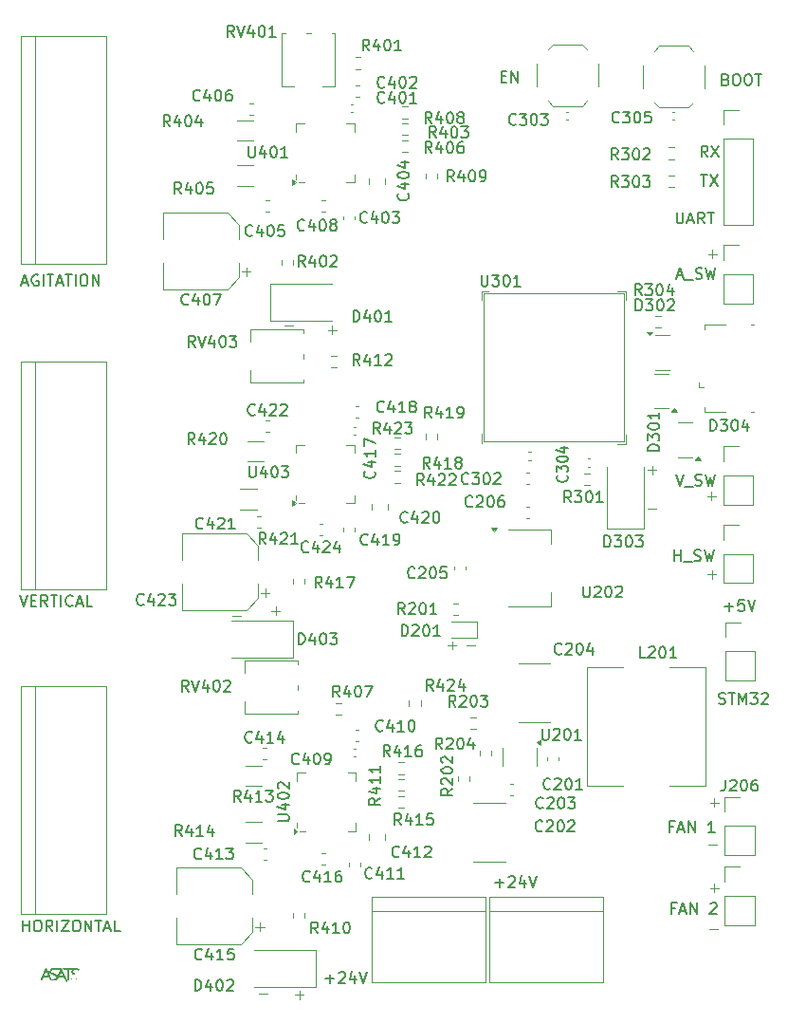
<source format=gbr>
%TF.GenerationSoftware,KiCad,Pcbnew,9.0.0*%
%TF.CreationDate,2025-05-08T19:43:25-07:00*%
%TF.ProjectId,Motor_Controller_Board_v1,4d6f746f-725f-4436-9f6e-74726f6c6c65,v1*%
%TF.SameCoordinates,Original*%
%TF.FileFunction,Legend,Top*%
%TF.FilePolarity,Positive*%
%FSLAX46Y46*%
G04 Gerber Fmt 4.6, Leading zero omitted, Abs format (unit mm)*
G04 Created by KiCad (PCBNEW 9.0.0) date 2025-05-08 19:43:25*
%MOMM*%
%LPD*%
G01*
G04 APERTURE LIST*
%ADD10C,0.100000*%
%ADD11C,0.200000*%
%ADD12C,0.150000*%
%ADD13C,0.120000*%
%ADD14C,0.000000*%
G04 APERTURE END LIST*
D10*
X176203884Y-112391466D02*
X176965789Y-112391466D01*
X176203884Y-108891466D02*
X176965789Y-108891466D01*
X176584836Y-109272419D02*
X176584836Y-108510514D01*
X160003884Y-124541466D02*
X160765789Y-124541466D01*
X158353884Y-124541466D02*
X159115789Y-124541466D01*
X158734836Y-124922419D02*
X158734836Y-124160514D01*
D11*
X120126816Y-120067219D02*
X120460149Y-121067219D01*
X120460149Y-121067219D02*
X120793482Y-120067219D01*
X121126816Y-120543409D02*
X121460149Y-120543409D01*
X121603006Y-121067219D02*
X121126816Y-121067219D01*
X121126816Y-121067219D02*
X121126816Y-120067219D01*
X121126816Y-120067219D02*
X121603006Y-120067219D01*
X122603006Y-121067219D02*
X122269673Y-120591028D01*
X122031578Y-121067219D02*
X122031578Y-120067219D01*
X122031578Y-120067219D02*
X122412530Y-120067219D01*
X122412530Y-120067219D02*
X122507768Y-120114838D01*
X122507768Y-120114838D02*
X122555387Y-120162457D01*
X122555387Y-120162457D02*
X122603006Y-120257695D01*
X122603006Y-120257695D02*
X122603006Y-120400552D01*
X122603006Y-120400552D02*
X122555387Y-120495790D01*
X122555387Y-120495790D02*
X122507768Y-120543409D01*
X122507768Y-120543409D02*
X122412530Y-120591028D01*
X122412530Y-120591028D02*
X122031578Y-120591028D01*
X122888721Y-120067219D02*
X123460149Y-120067219D01*
X123174435Y-121067219D02*
X123174435Y-120067219D01*
X123793483Y-121067219D02*
X123793483Y-120067219D01*
X124841101Y-120971980D02*
X124793482Y-121019600D01*
X124793482Y-121019600D02*
X124650625Y-121067219D01*
X124650625Y-121067219D02*
X124555387Y-121067219D01*
X124555387Y-121067219D02*
X124412530Y-121019600D01*
X124412530Y-121019600D02*
X124317292Y-120924361D01*
X124317292Y-120924361D02*
X124269673Y-120829123D01*
X124269673Y-120829123D02*
X124222054Y-120638647D01*
X124222054Y-120638647D02*
X124222054Y-120495790D01*
X124222054Y-120495790D02*
X124269673Y-120305314D01*
X124269673Y-120305314D02*
X124317292Y-120210076D01*
X124317292Y-120210076D02*
X124412530Y-120114838D01*
X124412530Y-120114838D02*
X124555387Y-120067219D01*
X124555387Y-120067219D02*
X124650625Y-120067219D01*
X124650625Y-120067219D02*
X124793482Y-120114838D01*
X124793482Y-120114838D02*
X124841101Y-120162457D01*
X125222054Y-120781504D02*
X125698244Y-120781504D01*
X125126816Y-121067219D02*
X125460149Y-120067219D01*
X125460149Y-120067219D02*
X125793482Y-121067219D01*
X126603006Y-121067219D02*
X126126816Y-121067219D01*
X126126816Y-121067219D02*
X126126816Y-120067219D01*
D10*
X181503884Y-111216466D02*
X182265789Y-111216466D01*
X181884836Y-111597419D02*
X181884836Y-110835514D01*
X181728884Y-138566466D02*
X182490789Y-138566466D01*
X182109836Y-138947419D02*
X182109836Y-138185514D01*
D11*
X178701816Y-109292219D02*
X179035149Y-110292219D01*
X179035149Y-110292219D02*
X179368482Y-109292219D01*
X179463721Y-110387457D02*
X180225625Y-110387457D01*
X180416102Y-110244600D02*
X180558959Y-110292219D01*
X180558959Y-110292219D02*
X180797054Y-110292219D01*
X180797054Y-110292219D02*
X180892292Y-110244600D01*
X180892292Y-110244600D02*
X180939911Y-110196980D01*
X180939911Y-110196980D02*
X180987530Y-110101742D01*
X180987530Y-110101742D02*
X180987530Y-110006504D01*
X180987530Y-110006504D02*
X180939911Y-109911266D01*
X180939911Y-109911266D02*
X180892292Y-109863647D01*
X180892292Y-109863647D02*
X180797054Y-109816028D01*
X180797054Y-109816028D02*
X180606578Y-109768409D01*
X180606578Y-109768409D02*
X180511340Y-109720790D01*
X180511340Y-109720790D02*
X180463721Y-109673171D01*
X180463721Y-109673171D02*
X180416102Y-109577933D01*
X180416102Y-109577933D02*
X180416102Y-109482695D01*
X180416102Y-109482695D02*
X180463721Y-109387457D01*
X180463721Y-109387457D02*
X180511340Y-109339838D01*
X180511340Y-109339838D02*
X180606578Y-109292219D01*
X180606578Y-109292219D02*
X180844673Y-109292219D01*
X180844673Y-109292219D02*
X180987530Y-109339838D01*
X181320864Y-109292219D02*
X181558959Y-110292219D01*
X181558959Y-110292219D02*
X181749435Y-109577933D01*
X181749435Y-109577933D02*
X181939911Y-110292219D01*
X181939911Y-110292219D02*
X182178007Y-109292219D01*
X182547054Y-129744600D02*
X182689911Y-129792219D01*
X182689911Y-129792219D02*
X182928006Y-129792219D01*
X182928006Y-129792219D02*
X183023244Y-129744600D01*
X183023244Y-129744600D02*
X183070863Y-129696980D01*
X183070863Y-129696980D02*
X183118482Y-129601742D01*
X183118482Y-129601742D02*
X183118482Y-129506504D01*
X183118482Y-129506504D02*
X183070863Y-129411266D01*
X183070863Y-129411266D02*
X183023244Y-129363647D01*
X183023244Y-129363647D02*
X182928006Y-129316028D01*
X182928006Y-129316028D02*
X182737530Y-129268409D01*
X182737530Y-129268409D02*
X182642292Y-129220790D01*
X182642292Y-129220790D02*
X182594673Y-129173171D01*
X182594673Y-129173171D02*
X182547054Y-129077933D01*
X182547054Y-129077933D02*
X182547054Y-128982695D01*
X182547054Y-128982695D02*
X182594673Y-128887457D01*
X182594673Y-128887457D02*
X182642292Y-128839838D01*
X182642292Y-128839838D02*
X182737530Y-128792219D01*
X182737530Y-128792219D02*
X182975625Y-128792219D01*
X182975625Y-128792219D02*
X183118482Y-128839838D01*
X183404197Y-128792219D02*
X183975625Y-128792219D01*
X183689911Y-129792219D02*
X183689911Y-128792219D01*
X184308959Y-129792219D02*
X184308959Y-128792219D01*
X184308959Y-128792219D02*
X184642292Y-129506504D01*
X184642292Y-129506504D02*
X184975625Y-128792219D01*
X184975625Y-128792219D02*
X184975625Y-129792219D01*
X185356578Y-128792219D02*
X185975625Y-128792219D01*
X185975625Y-128792219D02*
X185642292Y-129173171D01*
X185642292Y-129173171D02*
X185785149Y-129173171D01*
X185785149Y-129173171D02*
X185880387Y-129220790D01*
X185880387Y-129220790D02*
X185928006Y-129268409D01*
X185928006Y-129268409D02*
X185975625Y-129363647D01*
X185975625Y-129363647D02*
X185975625Y-129601742D01*
X185975625Y-129601742D02*
X185928006Y-129696980D01*
X185928006Y-129696980D02*
X185880387Y-129744600D01*
X185880387Y-129744600D02*
X185785149Y-129792219D01*
X185785149Y-129792219D02*
X185499435Y-129792219D01*
X185499435Y-129792219D02*
X185404197Y-129744600D01*
X185404197Y-129744600D02*
X185356578Y-129696980D01*
X186356578Y-128887457D02*
X186404197Y-128839838D01*
X186404197Y-128839838D02*
X186499435Y-128792219D01*
X186499435Y-128792219D02*
X186737530Y-128792219D01*
X186737530Y-128792219D02*
X186832768Y-128839838D01*
X186832768Y-128839838D02*
X186880387Y-128887457D01*
X186880387Y-128887457D02*
X186928006Y-128982695D01*
X186928006Y-128982695D02*
X186928006Y-129077933D01*
X186928006Y-129077933D02*
X186880387Y-129220790D01*
X186880387Y-129220790D02*
X186308959Y-129792219D01*
X186308959Y-129792219D02*
X186928006Y-129792219D01*
D10*
X144703884Y-155716466D02*
X145465789Y-155716466D01*
X145084836Y-156097419D02*
X145084836Y-155335514D01*
D11*
X183153006Y-74068409D02*
X183295863Y-74116028D01*
X183295863Y-74116028D02*
X183343482Y-74163647D01*
X183343482Y-74163647D02*
X183391101Y-74258885D01*
X183391101Y-74258885D02*
X183391101Y-74401742D01*
X183391101Y-74401742D02*
X183343482Y-74496980D01*
X183343482Y-74496980D02*
X183295863Y-74544600D01*
X183295863Y-74544600D02*
X183200625Y-74592219D01*
X183200625Y-74592219D02*
X182819673Y-74592219D01*
X182819673Y-74592219D02*
X182819673Y-73592219D01*
X182819673Y-73592219D02*
X183153006Y-73592219D01*
X183153006Y-73592219D02*
X183248244Y-73639838D01*
X183248244Y-73639838D02*
X183295863Y-73687457D01*
X183295863Y-73687457D02*
X183343482Y-73782695D01*
X183343482Y-73782695D02*
X183343482Y-73877933D01*
X183343482Y-73877933D02*
X183295863Y-73973171D01*
X183295863Y-73973171D02*
X183248244Y-74020790D01*
X183248244Y-74020790D02*
X183153006Y-74068409D01*
X183153006Y-74068409D02*
X182819673Y-74068409D01*
X184010149Y-73592219D02*
X184200625Y-73592219D01*
X184200625Y-73592219D02*
X184295863Y-73639838D01*
X184295863Y-73639838D02*
X184391101Y-73735076D01*
X184391101Y-73735076D02*
X184438720Y-73925552D01*
X184438720Y-73925552D02*
X184438720Y-74258885D01*
X184438720Y-74258885D02*
X184391101Y-74449361D01*
X184391101Y-74449361D02*
X184295863Y-74544600D01*
X184295863Y-74544600D02*
X184200625Y-74592219D01*
X184200625Y-74592219D02*
X184010149Y-74592219D01*
X184010149Y-74592219D02*
X183914911Y-74544600D01*
X183914911Y-74544600D02*
X183819673Y-74449361D01*
X183819673Y-74449361D02*
X183772054Y-74258885D01*
X183772054Y-74258885D02*
X183772054Y-73925552D01*
X183772054Y-73925552D02*
X183819673Y-73735076D01*
X183819673Y-73735076D02*
X183914911Y-73639838D01*
X183914911Y-73639838D02*
X184010149Y-73592219D01*
X185057768Y-73592219D02*
X185248244Y-73592219D01*
X185248244Y-73592219D02*
X185343482Y-73639838D01*
X185343482Y-73639838D02*
X185438720Y-73735076D01*
X185438720Y-73735076D02*
X185486339Y-73925552D01*
X185486339Y-73925552D02*
X185486339Y-74258885D01*
X185486339Y-74258885D02*
X185438720Y-74449361D01*
X185438720Y-74449361D02*
X185343482Y-74544600D01*
X185343482Y-74544600D02*
X185248244Y-74592219D01*
X185248244Y-74592219D02*
X185057768Y-74592219D01*
X185057768Y-74592219D02*
X184962530Y-74544600D01*
X184962530Y-74544600D02*
X184867292Y-74449361D01*
X184867292Y-74449361D02*
X184819673Y-74258885D01*
X184819673Y-74258885D02*
X184819673Y-73925552D01*
X184819673Y-73925552D02*
X184867292Y-73735076D01*
X184867292Y-73735076D02*
X184962530Y-73639838D01*
X184962530Y-73639838D02*
X185057768Y-73592219D01*
X185772054Y-73592219D02*
X186343482Y-73592219D01*
X186057768Y-74592219D02*
X186057768Y-73592219D01*
D10*
X141503884Y-155591466D02*
X142265789Y-155591466D01*
D11*
X183069673Y-121086266D02*
X183831578Y-121086266D01*
X183450625Y-121467219D02*
X183450625Y-120705314D01*
X184783958Y-120467219D02*
X184307768Y-120467219D01*
X184307768Y-120467219D02*
X184260149Y-120943409D01*
X184260149Y-120943409D02*
X184307768Y-120895790D01*
X184307768Y-120895790D02*
X184403006Y-120848171D01*
X184403006Y-120848171D02*
X184641101Y-120848171D01*
X184641101Y-120848171D02*
X184736339Y-120895790D01*
X184736339Y-120895790D02*
X184783958Y-120943409D01*
X184783958Y-120943409D02*
X184831577Y-121038647D01*
X184831577Y-121038647D02*
X184831577Y-121276742D01*
X184831577Y-121276742D02*
X184783958Y-121371980D01*
X184783958Y-121371980D02*
X184736339Y-121419600D01*
X184736339Y-121419600D02*
X184641101Y-121467219D01*
X184641101Y-121467219D02*
X184403006Y-121467219D01*
X184403006Y-121467219D02*
X184307768Y-121419600D01*
X184307768Y-121419600D02*
X184260149Y-121371980D01*
X185117292Y-120467219D02*
X185450625Y-121467219D01*
X185450625Y-121467219D02*
X185783958Y-120467219D01*
D10*
X142603884Y-121491466D02*
X143365789Y-121491466D01*
X142984836Y-121872419D02*
X142984836Y-121110514D01*
D11*
X120322054Y-92181504D02*
X120798244Y-92181504D01*
X120226816Y-92467219D02*
X120560149Y-91467219D01*
X120560149Y-91467219D02*
X120893482Y-92467219D01*
X121750625Y-91514838D02*
X121655387Y-91467219D01*
X121655387Y-91467219D02*
X121512530Y-91467219D01*
X121512530Y-91467219D02*
X121369673Y-91514838D01*
X121369673Y-91514838D02*
X121274435Y-91610076D01*
X121274435Y-91610076D02*
X121226816Y-91705314D01*
X121226816Y-91705314D02*
X121179197Y-91895790D01*
X121179197Y-91895790D02*
X121179197Y-92038647D01*
X121179197Y-92038647D02*
X121226816Y-92229123D01*
X121226816Y-92229123D02*
X121274435Y-92324361D01*
X121274435Y-92324361D02*
X121369673Y-92419600D01*
X121369673Y-92419600D02*
X121512530Y-92467219D01*
X121512530Y-92467219D02*
X121607768Y-92467219D01*
X121607768Y-92467219D02*
X121750625Y-92419600D01*
X121750625Y-92419600D02*
X121798244Y-92371980D01*
X121798244Y-92371980D02*
X121798244Y-92038647D01*
X121798244Y-92038647D02*
X121607768Y-92038647D01*
X122226816Y-92467219D02*
X122226816Y-91467219D01*
X122560149Y-91467219D02*
X123131577Y-91467219D01*
X122845863Y-92467219D02*
X122845863Y-91467219D01*
X123417292Y-92181504D02*
X123893482Y-92181504D01*
X123322054Y-92467219D02*
X123655387Y-91467219D01*
X123655387Y-91467219D02*
X123988720Y-92467219D01*
X124179197Y-91467219D02*
X124750625Y-91467219D01*
X124464911Y-92467219D02*
X124464911Y-91467219D01*
X125083959Y-92467219D02*
X125083959Y-91467219D01*
X125750625Y-91467219D02*
X125941101Y-91467219D01*
X125941101Y-91467219D02*
X126036339Y-91514838D01*
X126036339Y-91514838D02*
X126131577Y-91610076D01*
X126131577Y-91610076D02*
X126179196Y-91800552D01*
X126179196Y-91800552D02*
X126179196Y-92133885D01*
X126179196Y-92133885D02*
X126131577Y-92324361D01*
X126131577Y-92324361D02*
X126036339Y-92419600D01*
X126036339Y-92419600D02*
X125941101Y-92467219D01*
X125941101Y-92467219D02*
X125750625Y-92467219D01*
X125750625Y-92467219D02*
X125655387Y-92419600D01*
X125655387Y-92419600D02*
X125560149Y-92324361D01*
X125560149Y-92324361D02*
X125512530Y-92133885D01*
X125512530Y-92133885D02*
X125512530Y-91800552D01*
X125512530Y-91800552D02*
X125560149Y-91610076D01*
X125560149Y-91610076D02*
X125655387Y-91514838D01*
X125655387Y-91514838D02*
X125750625Y-91467219D01*
X126607768Y-92467219D02*
X126607768Y-91467219D01*
X126607768Y-91467219D02*
X127179196Y-92467219D01*
X127179196Y-92467219D02*
X127179196Y-91467219D01*
D10*
X181753884Y-146191466D02*
X182515789Y-146191466D01*
X182134836Y-146572419D02*
X182134836Y-145810514D01*
X181578884Y-89651466D02*
X182340789Y-89651466D01*
X181959836Y-90032419D02*
X181959836Y-89270514D01*
D11*
X181541101Y-80967219D02*
X181207768Y-80491028D01*
X180969673Y-80967219D02*
X180969673Y-79967219D01*
X180969673Y-79967219D02*
X181350625Y-79967219D01*
X181350625Y-79967219D02*
X181445863Y-80014838D01*
X181445863Y-80014838D02*
X181493482Y-80062457D01*
X181493482Y-80062457D02*
X181541101Y-80157695D01*
X181541101Y-80157695D02*
X181541101Y-80300552D01*
X181541101Y-80300552D02*
X181493482Y-80395790D01*
X181493482Y-80395790D02*
X181445863Y-80443409D01*
X181445863Y-80443409D02*
X181350625Y-80491028D01*
X181350625Y-80491028D02*
X180969673Y-80491028D01*
X181874435Y-79967219D02*
X182541101Y-80967219D01*
X182541101Y-79967219D02*
X181874435Y-80967219D01*
X180926816Y-82567219D02*
X181498244Y-82567219D01*
X181212530Y-83567219D02*
X181212530Y-82567219D01*
X181736340Y-82567219D02*
X182403006Y-83567219D01*
X182403006Y-82567219D02*
X181736340Y-83567219D01*
X163119673Y-73768409D02*
X163453006Y-73768409D01*
X163595863Y-74292219D02*
X163119673Y-74292219D01*
X163119673Y-74292219D02*
X163119673Y-73292219D01*
X163119673Y-73292219D02*
X163595863Y-73292219D01*
X164024435Y-74292219D02*
X164024435Y-73292219D01*
X164024435Y-73292219D02*
X164595863Y-74292219D01*
X164595863Y-74292219D02*
X164595863Y-73292219D01*
D10*
X181603884Y-142341466D02*
X182365789Y-142341466D01*
D11*
X178628006Y-147993409D02*
X178294673Y-147993409D01*
X178294673Y-148517219D02*
X178294673Y-147517219D01*
X178294673Y-147517219D02*
X178770863Y-147517219D01*
X179104197Y-148231504D02*
X179580387Y-148231504D01*
X179008959Y-148517219D02*
X179342292Y-147517219D01*
X179342292Y-147517219D02*
X179675625Y-148517219D01*
X180008959Y-148517219D02*
X180008959Y-147517219D01*
X180008959Y-147517219D02*
X180580387Y-148517219D01*
X180580387Y-148517219D02*
X180580387Y-147517219D01*
X181770864Y-147612457D02*
X181818483Y-147564838D01*
X181818483Y-147564838D02*
X181913721Y-147517219D01*
X181913721Y-147517219D02*
X182151816Y-147517219D01*
X182151816Y-147517219D02*
X182247054Y-147564838D01*
X182247054Y-147564838D02*
X182294673Y-147612457D01*
X182294673Y-147612457D02*
X182342292Y-147707695D01*
X182342292Y-147707695D02*
X182342292Y-147802933D01*
X182342292Y-147802933D02*
X182294673Y-147945790D01*
X182294673Y-147945790D02*
X181723245Y-148517219D01*
X181723245Y-148517219D02*
X182342292Y-148517219D01*
X162569673Y-145736266D02*
X163331578Y-145736266D01*
X162950625Y-146117219D02*
X162950625Y-145355314D01*
X163760149Y-145212457D02*
X163807768Y-145164838D01*
X163807768Y-145164838D02*
X163903006Y-145117219D01*
X163903006Y-145117219D02*
X164141101Y-145117219D01*
X164141101Y-145117219D02*
X164236339Y-145164838D01*
X164236339Y-145164838D02*
X164283958Y-145212457D01*
X164283958Y-145212457D02*
X164331577Y-145307695D01*
X164331577Y-145307695D02*
X164331577Y-145402933D01*
X164331577Y-145402933D02*
X164283958Y-145545790D01*
X164283958Y-145545790D02*
X163712530Y-146117219D01*
X163712530Y-146117219D02*
X164331577Y-146117219D01*
X165188720Y-145450552D02*
X165188720Y-146117219D01*
X164950625Y-145069600D02*
X164712530Y-145783885D01*
X164712530Y-145783885D02*
X165331577Y-145783885D01*
X165569673Y-145117219D02*
X165903006Y-146117219D01*
X165903006Y-146117219D02*
X166236339Y-145117219D01*
D10*
X181553884Y-118216466D02*
X182315789Y-118216466D01*
X181934836Y-118597419D02*
X181934836Y-117835514D01*
X147603884Y-96391466D02*
X148365789Y-96391466D01*
X147984836Y-96772419D02*
X147984836Y-96010514D01*
D11*
X178453006Y-140693409D02*
X178119673Y-140693409D01*
X178119673Y-141217219D02*
X178119673Y-140217219D01*
X178119673Y-140217219D02*
X178595863Y-140217219D01*
X178929197Y-140931504D02*
X179405387Y-140931504D01*
X178833959Y-141217219D02*
X179167292Y-140217219D01*
X179167292Y-140217219D02*
X179500625Y-141217219D01*
X179833959Y-141217219D02*
X179833959Y-140217219D01*
X179833959Y-140217219D02*
X180405387Y-141217219D01*
X180405387Y-141217219D02*
X180405387Y-140217219D01*
X182167292Y-141217219D02*
X181595864Y-141217219D01*
X181881578Y-141217219D02*
X181881578Y-140217219D01*
X181881578Y-140217219D02*
X181786340Y-140360076D01*
X181786340Y-140360076D02*
X181691102Y-140455314D01*
X181691102Y-140455314D02*
X181595864Y-140502933D01*
X178769673Y-85897219D02*
X178769673Y-86706742D01*
X178769673Y-86706742D02*
X178817292Y-86801980D01*
X178817292Y-86801980D02*
X178864911Y-86849600D01*
X178864911Y-86849600D02*
X178960149Y-86897219D01*
X178960149Y-86897219D02*
X179150625Y-86897219D01*
X179150625Y-86897219D02*
X179245863Y-86849600D01*
X179245863Y-86849600D02*
X179293482Y-86801980D01*
X179293482Y-86801980D02*
X179341101Y-86706742D01*
X179341101Y-86706742D02*
X179341101Y-85897219D01*
X179769673Y-86611504D02*
X180245863Y-86611504D01*
X179674435Y-86897219D02*
X180007768Y-85897219D01*
X180007768Y-85897219D02*
X180341101Y-86897219D01*
X181245863Y-86897219D02*
X180912530Y-86421028D01*
X180674435Y-86897219D02*
X180674435Y-85897219D01*
X180674435Y-85897219D02*
X181055387Y-85897219D01*
X181055387Y-85897219D02*
X181150625Y-85944838D01*
X181150625Y-85944838D02*
X181198244Y-85992457D01*
X181198244Y-85992457D02*
X181245863Y-86087695D01*
X181245863Y-86087695D02*
X181245863Y-86230552D01*
X181245863Y-86230552D02*
X181198244Y-86325790D01*
X181198244Y-86325790D02*
X181150625Y-86373409D01*
X181150625Y-86373409D02*
X181055387Y-86421028D01*
X181055387Y-86421028D02*
X180674435Y-86421028D01*
X181531578Y-85897219D02*
X182103006Y-85897219D01*
X181817292Y-86897219D02*
X181817292Y-85897219D01*
D10*
X143728884Y-95966466D02*
X144490789Y-95966466D01*
D11*
X178569673Y-117017219D02*
X178569673Y-116017219D01*
X178569673Y-116493409D02*
X179141101Y-116493409D01*
X179141101Y-117017219D02*
X179141101Y-116017219D01*
X179379197Y-117112457D02*
X180141101Y-117112457D01*
X180331578Y-116969600D02*
X180474435Y-117017219D01*
X180474435Y-117017219D02*
X180712530Y-117017219D01*
X180712530Y-117017219D02*
X180807768Y-116969600D01*
X180807768Y-116969600D02*
X180855387Y-116921980D01*
X180855387Y-116921980D02*
X180903006Y-116826742D01*
X180903006Y-116826742D02*
X180903006Y-116731504D01*
X180903006Y-116731504D02*
X180855387Y-116636266D01*
X180855387Y-116636266D02*
X180807768Y-116588647D01*
X180807768Y-116588647D02*
X180712530Y-116541028D01*
X180712530Y-116541028D02*
X180522054Y-116493409D01*
X180522054Y-116493409D02*
X180426816Y-116445790D01*
X180426816Y-116445790D02*
X180379197Y-116398171D01*
X180379197Y-116398171D02*
X180331578Y-116302933D01*
X180331578Y-116302933D02*
X180331578Y-116207695D01*
X180331578Y-116207695D02*
X180379197Y-116112457D01*
X180379197Y-116112457D02*
X180426816Y-116064838D01*
X180426816Y-116064838D02*
X180522054Y-116017219D01*
X180522054Y-116017219D02*
X180760149Y-116017219D01*
X180760149Y-116017219D02*
X180903006Y-116064838D01*
X181236340Y-116017219D02*
X181474435Y-117017219D01*
X181474435Y-117017219D02*
X181664911Y-116302933D01*
X181664911Y-116302933D02*
X181855387Y-117017219D01*
X181855387Y-117017219D02*
X182093483Y-116017219D01*
D10*
X139103884Y-121891466D02*
X139865789Y-121891466D01*
D11*
X120369673Y-150067219D02*
X120369673Y-149067219D01*
X120369673Y-149543409D02*
X120941101Y-149543409D01*
X120941101Y-150067219D02*
X120941101Y-149067219D01*
X121607768Y-149067219D02*
X121798244Y-149067219D01*
X121798244Y-149067219D02*
X121893482Y-149114838D01*
X121893482Y-149114838D02*
X121988720Y-149210076D01*
X121988720Y-149210076D02*
X122036339Y-149400552D01*
X122036339Y-149400552D02*
X122036339Y-149733885D01*
X122036339Y-149733885D02*
X121988720Y-149924361D01*
X121988720Y-149924361D02*
X121893482Y-150019600D01*
X121893482Y-150019600D02*
X121798244Y-150067219D01*
X121798244Y-150067219D02*
X121607768Y-150067219D01*
X121607768Y-150067219D02*
X121512530Y-150019600D01*
X121512530Y-150019600D02*
X121417292Y-149924361D01*
X121417292Y-149924361D02*
X121369673Y-149733885D01*
X121369673Y-149733885D02*
X121369673Y-149400552D01*
X121369673Y-149400552D02*
X121417292Y-149210076D01*
X121417292Y-149210076D02*
X121512530Y-149114838D01*
X121512530Y-149114838D02*
X121607768Y-149067219D01*
X123036339Y-150067219D02*
X122703006Y-149591028D01*
X122464911Y-150067219D02*
X122464911Y-149067219D01*
X122464911Y-149067219D02*
X122845863Y-149067219D01*
X122845863Y-149067219D02*
X122941101Y-149114838D01*
X122941101Y-149114838D02*
X122988720Y-149162457D01*
X122988720Y-149162457D02*
X123036339Y-149257695D01*
X123036339Y-149257695D02*
X123036339Y-149400552D01*
X123036339Y-149400552D02*
X122988720Y-149495790D01*
X122988720Y-149495790D02*
X122941101Y-149543409D01*
X122941101Y-149543409D02*
X122845863Y-149591028D01*
X122845863Y-149591028D02*
X122464911Y-149591028D01*
X123464911Y-150067219D02*
X123464911Y-149067219D01*
X123845863Y-149067219D02*
X124512529Y-149067219D01*
X124512529Y-149067219D02*
X123845863Y-150067219D01*
X123845863Y-150067219D02*
X124512529Y-150067219D01*
X125083958Y-149067219D02*
X125274434Y-149067219D01*
X125274434Y-149067219D02*
X125369672Y-149114838D01*
X125369672Y-149114838D02*
X125464910Y-149210076D01*
X125464910Y-149210076D02*
X125512529Y-149400552D01*
X125512529Y-149400552D02*
X125512529Y-149733885D01*
X125512529Y-149733885D02*
X125464910Y-149924361D01*
X125464910Y-149924361D02*
X125369672Y-150019600D01*
X125369672Y-150019600D02*
X125274434Y-150067219D01*
X125274434Y-150067219D02*
X125083958Y-150067219D01*
X125083958Y-150067219D02*
X124988720Y-150019600D01*
X124988720Y-150019600D02*
X124893482Y-149924361D01*
X124893482Y-149924361D02*
X124845863Y-149733885D01*
X124845863Y-149733885D02*
X124845863Y-149400552D01*
X124845863Y-149400552D02*
X124893482Y-149210076D01*
X124893482Y-149210076D02*
X124988720Y-149114838D01*
X124988720Y-149114838D02*
X125083958Y-149067219D01*
X125941101Y-150067219D02*
X125941101Y-149067219D01*
X125941101Y-149067219D02*
X126512529Y-150067219D01*
X126512529Y-150067219D02*
X126512529Y-149067219D01*
X126845863Y-149067219D02*
X127417291Y-149067219D01*
X127131577Y-150067219D02*
X127131577Y-149067219D01*
X127703006Y-149781504D02*
X128179196Y-149781504D01*
X127607768Y-150067219D02*
X127941101Y-149067219D01*
X127941101Y-149067219D02*
X128274434Y-150067219D01*
X129083958Y-150067219D02*
X128607768Y-150067219D01*
X128607768Y-150067219D02*
X128607768Y-149067219D01*
D10*
X181703884Y-149816466D02*
X182465789Y-149816466D01*
D11*
X147419673Y-154286266D02*
X148181578Y-154286266D01*
X147800625Y-154667219D02*
X147800625Y-153905314D01*
X148610149Y-153762457D02*
X148657768Y-153714838D01*
X148657768Y-153714838D02*
X148753006Y-153667219D01*
X148753006Y-153667219D02*
X148991101Y-153667219D01*
X148991101Y-153667219D02*
X149086339Y-153714838D01*
X149086339Y-153714838D02*
X149133958Y-153762457D01*
X149133958Y-153762457D02*
X149181577Y-153857695D01*
X149181577Y-153857695D02*
X149181577Y-153952933D01*
X149181577Y-153952933D02*
X149133958Y-154095790D01*
X149133958Y-154095790D02*
X148562530Y-154667219D01*
X148562530Y-154667219D02*
X149181577Y-154667219D01*
X150038720Y-154000552D02*
X150038720Y-154667219D01*
X149800625Y-153619600D02*
X149562530Y-154333885D01*
X149562530Y-154333885D02*
X150181577Y-154333885D01*
X150419673Y-153667219D02*
X150753006Y-154667219D01*
X150753006Y-154667219D02*
X151086339Y-153667219D01*
X178847054Y-91556504D02*
X179323244Y-91556504D01*
X178751816Y-91842219D02*
X179085149Y-90842219D01*
X179085149Y-90842219D02*
X179418482Y-91842219D01*
X179513721Y-91937457D02*
X180275625Y-91937457D01*
X180466102Y-91794600D02*
X180608959Y-91842219D01*
X180608959Y-91842219D02*
X180847054Y-91842219D01*
X180847054Y-91842219D02*
X180942292Y-91794600D01*
X180942292Y-91794600D02*
X180989911Y-91746980D01*
X180989911Y-91746980D02*
X181037530Y-91651742D01*
X181037530Y-91651742D02*
X181037530Y-91556504D01*
X181037530Y-91556504D02*
X180989911Y-91461266D01*
X180989911Y-91461266D02*
X180942292Y-91413647D01*
X180942292Y-91413647D02*
X180847054Y-91366028D01*
X180847054Y-91366028D02*
X180656578Y-91318409D01*
X180656578Y-91318409D02*
X180561340Y-91270790D01*
X180561340Y-91270790D02*
X180513721Y-91223171D01*
X180513721Y-91223171D02*
X180466102Y-91127933D01*
X180466102Y-91127933D02*
X180466102Y-91032695D01*
X180466102Y-91032695D02*
X180513721Y-90937457D01*
X180513721Y-90937457D02*
X180561340Y-90889838D01*
X180561340Y-90889838D02*
X180656578Y-90842219D01*
X180656578Y-90842219D02*
X180894673Y-90842219D01*
X180894673Y-90842219D02*
X181037530Y-90889838D01*
X181370864Y-90842219D02*
X181608959Y-91842219D01*
X181608959Y-91842219D02*
X181799435Y-91127933D01*
X181799435Y-91127933D02*
X181989911Y-91842219D01*
X181989911Y-91842219D02*
X182228007Y-90842219D01*
D12*
X140610714Y-108554819D02*
X140610714Y-109364342D01*
X140610714Y-109364342D02*
X140658333Y-109459580D01*
X140658333Y-109459580D02*
X140705952Y-109507200D01*
X140705952Y-109507200D02*
X140801190Y-109554819D01*
X140801190Y-109554819D02*
X140991666Y-109554819D01*
X140991666Y-109554819D02*
X141086904Y-109507200D01*
X141086904Y-109507200D02*
X141134523Y-109459580D01*
X141134523Y-109459580D02*
X141182142Y-109364342D01*
X141182142Y-109364342D02*
X141182142Y-108554819D01*
X142086904Y-108888152D02*
X142086904Y-109554819D01*
X141848809Y-108507200D02*
X141610714Y-109221485D01*
X141610714Y-109221485D02*
X142229761Y-109221485D01*
X142801190Y-108554819D02*
X142896428Y-108554819D01*
X142896428Y-108554819D02*
X142991666Y-108602438D01*
X142991666Y-108602438D02*
X143039285Y-108650057D01*
X143039285Y-108650057D02*
X143086904Y-108745295D01*
X143086904Y-108745295D02*
X143134523Y-108935771D01*
X143134523Y-108935771D02*
X143134523Y-109173866D01*
X143134523Y-109173866D02*
X143086904Y-109364342D01*
X143086904Y-109364342D02*
X143039285Y-109459580D01*
X143039285Y-109459580D02*
X142991666Y-109507200D01*
X142991666Y-109507200D02*
X142896428Y-109554819D01*
X142896428Y-109554819D02*
X142801190Y-109554819D01*
X142801190Y-109554819D02*
X142705952Y-109507200D01*
X142705952Y-109507200D02*
X142658333Y-109459580D01*
X142658333Y-109459580D02*
X142610714Y-109364342D01*
X142610714Y-109364342D02*
X142563095Y-109173866D01*
X142563095Y-109173866D02*
X142563095Y-108935771D01*
X142563095Y-108935771D02*
X142610714Y-108745295D01*
X142610714Y-108745295D02*
X142658333Y-108650057D01*
X142658333Y-108650057D02*
X142705952Y-108602438D01*
X142705952Y-108602438D02*
X142801190Y-108554819D01*
X143467857Y-108554819D02*
X144086904Y-108554819D01*
X144086904Y-108554819D02*
X143753571Y-108935771D01*
X143753571Y-108935771D02*
X143896428Y-108935771D01*
X143896428Y-108935771D02*
X143991666Y-108983390D01*
X143991666Y-108983390D02*
X144039285Y-109031009D01*
X144039285Y-109031009D02*
X144086904Y-109126247D01*
X144086904Y-109126247D02*
X144086904Y-109364342D01*
X144086904Y-109364342D02*
X144039285Y-109459580D01*
X144039285Y-109459580D02*
X143991666Y-109507200D01*
X143991666Y-109507200D02*
X143896428Y-109554819D01*
X143896428Y-109554819D02*
X143610714Y-109554819D01*
X143610714Y-109554819D02*
X143515476Y-109507200D01*
X143515476Y-109507200D02*
X143467857Y-109459580D01*
X143144819Y-140214285D02*
X143954342Y-140214285D01*
X143954342Y-140214285D02*
X144049580Y-140166666D01*
X144049580Y-140166666D02*
X144097200Y-140119047D01*
X144097200Y-140119047D02*
X144144819Y-140023809D01*
X144144819Y-140023809D02*
X144144819Y-139833333D01*
X144144819Y-139833333D02*
X144097200Y-139738095D01*
X144097200Y-139738095D02*
X144049580Y-139690476D01*
X144049580Y-139690476D02*
X143954342Y-139642857D01*
X143954342Y-139642857D02*
X143144819Y-139642857D01*
X143478152Y-138738095D02*
X144144819Y-138738095D01*
X143097200Y-138976190D02*
X143811485Y-139214285D01*
X143811485Y-139214285D02*
X143811485Y-138595238D01*
X143144819Y-138023809D02*
X143144819Y-137928571D01*
X143144819Y-137928571D02*
X143192438Y-137833333D01*
X143192438Y-137833333D02*
X143240057Y-137785714D01*
X143240057Y-137785714D02*
X143335295Y-137738095D01*
X143335295Y-137738095D02*
X143525771Y-137690476D01*
X143525771Y-137690476D02*
X143763866Y-137690476D01*
X143763866Y-137690476D02*
X143954342Y-137738095D01*
X143954342Y-137738095D02*
X144049580Y-137785714D01*
X144049580Y-137785714D02*
X144097200Y-137833333D01*
X144097200Y-137833333D02*
X144144819Y-137928571D01*
X144144819Y-137928571D02*
X144144819Y-138023809D01*
X144144819Y-138023809D02*
X144097200Y-138119047D01*
X144097200Y-138119047D02*
X144049580Y-138166666D01*
X144049580Y-138166666D02*
X143954342Y-138214285D01*
X143954342Y-138214285D02*
X143763866Y-138261904D01*
X143763866Y-138261904D02*
X143525771Y-138261904D01*
X143525771Y-138261904D02*
X143335295Y-138214285D01*
X143335295Y-138214285D02*
X143240057Y-138166666D01*
X143240057Y-138166666D02*
X143192438Y-138119047D01*
X143192438Y-138119047D02*
X143144819Y-138023809D01*
X143240057Y-137309523D02*
X143192438Y-137261904D01*
X143192438Y-137261904D02*
X143144819Y-137166666D01*
X143144819Y-137166666D02*
X143144819Y-136928571D01*
X143144819Y-136928571D02*
X143192438Y-136833333D01*
X143192438Y-136833333D02*
X143240057Y-136785714D01*
X143240057Y-136785714D02*
X143335295Y-136738095D01*
X143335295Y-136738095D02*
X143430533Y-136738095D01*
X143430533Y-136738095D02*
X143573390Y-136785714D01*
X143573390Y-136785714D02*
X144144819Y-137357142D01*
X144144819Y-137357142D02*
X144144819Y-136738095D01*
X140535714Y-80004819D02*
X140535714Y-80814342D01*
X140535714Y-80814342D02*
X140583333Y-80909580D01*
X140583333Y-80909580D02*
X140630952Y-80957200D01*
X140630952Y-80957200D02*
X140726190Y-81004819D01*
X140726190Y-81004819D02*
X140916666Y-81004819D01*
X140916666Y-81004819D02*
X141011904Y-80957200D01*
X141011904Y-80957200D02*
X141059523Y-80909580D01*
X141059523Y-80909580D02*
X141107142Y-80814342D01*
X141107142Y-80814342D02*
X141107142Y-80004819D01*
X142011904Y-80338152D02*
X142011904Y-81004819D01*
X141773809Y-79957200D02*
X141535714Y-80671485D01*
X141535714Y-80671485D02*
X142154761Y-80671485D01*
X142726190Y-80004819D02*
X142821428Y-80004819D01*
X142821428Y-80004819D02*
X142916666Y-80052438D01*
X142916666Y-80052438D02*
X142964285Y-80100057D01*
X142964285Y-80100057D02*
X143011904Y-80195295D01*
X143011904Y-80195295D02*
X143059523Y-80385771D01*
X143059523Y-80385771D02*
X143059523Y-80623866D01*
X143059523Y-80623866D02*
X143011904Y-80814342D01*
X143011904Y-80814342D02*
X142964285Y-80909580D01*
X142964285Y-80909580D02*
X142916666Y-80957200D01*
X142916666Y-80957200D02*
X142821428Y-81004819D01*
X142821428Y-81004819D02*
X142726190Y-81004819D01*
X142726190Y-81004819D02*
X142630952Y-80957200D01*
X142630952Y-80957200D02*
X142583333Y-80909580D01*
X142583333Y-80909580D02*
X142535714Y-80814342D01*
X142535714Y-80814342D02*
X142488095Y-80623866D01*
X142488095Y-80623866D02*
X142488095Y-80385771D01*
X142488095Y-80385771D02*
X142535714Y-80195295D01*
X142535714Y-80195295D02*
X142583333Y-80100057D01*
X142583333Y-80100057D02*
X142630952Y-80052438D01*
X142630952Y-80052438D02*
X142726190Y-80004819D01*
X144011904Y-81004819D02*
X143440476Y-81004819D01*
X143726190Y-81004819D02*
X143726190Y-80004819D01*
X143726190Y-80004819D02*
X143630952Y-80147676D01*
X143630952Y-80147676D02*
X143535714Y-80242914D01*
X143535714Y-80242914D02*
X143440476Y-80290533D01*
X181759524Y-105404819D02*
X181759524Y-104404819D01*
X181759524Y-104404819D02*
X181997619Y-104404819D01*
X181997619Y-104404819D02*
X182140476Y-104452438D01*
X182140476Y-104452438D02*
X182235714Y-104547676D01*
X182235714Y-104547676D02*
X182283333Y-104642914D01*
X182283333Y-104642914D02*
X182330952Y-104833390D01*
X182330952Y-104833390D02*
X182330952Y-104976247D01*
X182330952Y-104976247D02*
X182283333Y-105166723D01*
X182283333Y-105166723D02*
X182235714Y-105261961D01*
X182235714Y-105261961D02*
X182140476Y-105357200D01*
X182140476Y-105357200D02*
X181997619Y-105404819D01*
X181997619Y-105404819D02*
X181759524Y-105404819D01*
X182664286Y-104404819D02*
X183283333Y-104404819D01*
X183283333Y-104404819D02*
X182950000Y-104785771D01*
X182950000Y-104785771D02*
X183092857Y-104785771D01*
X183092857Y-104785771D02*
X183188095Y-104833390D01*
X183188095Y-104833390D02*
X183235714Y-104881009D01*
X183235714Y-104881009D02*
X183283333Y-104976247D01*
X183283333Y-104976247D02*
X183283333Y-105214342D01*
X183283333Y-105214342D02*
X183235714Y-105309580D01*
X183235714Y-105309580D02*
X183188095Y-105357200D01*
X183188095Y-105357200D02*
X183092857Y-105404819D01*
X183092857Y-105404819D02*
X182807143Y-105404819D01*
X182807143Y-105404819D02*
X182711905Y-105357200D01*
X182711905Y-105357200D02*
X182664286Y-105309580D01*
X183902381Y-104404819D02*
X183997619Y-104404819D01*
X183997619Y-104404819D02*
X184092857Y-104452438D01*
X184092857Y-104452438D02*
X184140476Y-104500057D01*
X184140476Y-104500057D02*
X184188095Y-104595295D01*
X184188095Y-104595295D02*
X184235714Y-104785771D01*
X184235714Y-104785771D02*
X184235714Y-105023866D01*
X184235714Y-105023866D02*
X184188095Y-105214342D01*
X184188095Y-105214342D02*
X184140476Y-105309580D01*
X184140476Y-105309580D02*
X184092857Y-105357200D01*
X184092857Y-105357200D02*
X183997619Y-105404819D01*
X183997619Y-105404819D02*
X183902381Y-105404819D01*
X183902381Y-105404819D02*
X183807143Y-105357200D01*
X183807143Y-105357200D02*
X183759524Y-105309580D01*
X183759524Y-105309580D02*
X183711905Y-105214342D01*
X183711905Y-105214342D02*
X183664286Y-105023866D01*
X183664286Y-105023866D02*
X183664286Y-104785771D01*
X183664286Y-104785771D02*
X183711905Y-104595295D01*
X183711905Y-104595295D02*
X183759524Y-104500057D01*
X183759524Y-104500057D02*
X183807143Y-104452438D01*
X183807143Y-104452438D02*
X183902381Y-104404819D01*
X185092857Y-104738152D02*
X185092857Y-105404819D01*
X184854762Y-104357200D02*
X184616667Y-105071485D01*
X184616667Y-105071485D02*
X185235714Y-105071485D01*
X175109524Y-94679819D02*
X175109524Y-93679819D01*
X175109524Y-93679819D02*
X175347619Y-93679819D01*
X175347619Y-93679819D02*
X175490476Y-93727438D01*
X175490476Y-93727438D02*
X175585714Y-93822676D01*
X175585714Y-93822676D02*
X175633333Y-93917914D01*
X175633333Y-93917914D02*
X175680952Y-94108390D01*
X175680952Y-94108390D02*
X175680952Y-94251247D01*
X175680952Y-94251247D02*
X175633333Y-94441723D01*
X175633333Y-94441723D02*
X175585714Y-94536961D01*
X175585714Y-94536961D02*
X175490476Y-94632200D01*
X175490476Y-94632200D02*
X175347619Y-94679819D01*
X175347619Y-94679819D02*
X175109524Y-94679819D01*
X176014286Y-93679819D02*
X176633333Y-93679819D01*
X176633333Y-93679819D02*
X176300000Y-94060771D01*
X176300000Y-94060771D02*
X176442857Y-94060771D01*
X176442857Y-94060771D02*
X176538095Y-94108390D01*
X176538095Y-94108390D02*
X176585714Y-94156009D01*
X176585714Y-94156009D02*
X176633333Y-94251247D01*
X176633333Y-94251247D02*
X176633333Y-94489342D01*
X176633333Y-94489342D02*
X176585714Y-94584580D01*
X176585714Y-94584580D02*
X176538095Y-94632200D01*
X176538095Y-94632200D02*
X176442857Y-94679819D01*
X176442857Y-94679819D02*
X176157143Y-94679819D01*
X176157143Y-94679819D02*
X176061905Y-94632200D01*
X176061905Y-94632200D02*
X176014286Y-94584580D01*
X177252381Y-93679819D02*
X177347619Y-93679819D01*
X177347619Y-93679819D02*
X177442857Y-93727438D01*
X177442857Y-93727438D02*
X177490476Y-93775057D01*
X177490476Y-93775057D02*
X177538095Y-93870295D01*
X177538095Y-93870295D02*
X177585714Y-94060771D01*
X177585714Y-94060771D02*
X177585714Y-94298866D01*
X177585714Y-94298866D02*
X177538095Y-94489342D01*
X177538095Y-94489342D02*
X177490476Y-94584580D01*
X177490476Y-94584580D02*
X177442857Y-94632200D01*
X177442857Y-94632200D02*
X177347619Y-94679819D01*
X177347619Y-94679819D02*
X177252381Y-94679819D01*
X177252381Y-94679819D02*
X177157143Y-94632200D01*
X177157143Y-94632200D02*
X177109524Y-94584580D01*
X177109524Y-94584580D02*
X177061905Y-94489342D01*
X177061905Y-94489342D02*
X177014286Y-94298866D01*
X177014286Y-94298866D02*
X177014286Y-94060771D01*
X177014286Y-94060771D02*
X177061905Y-93870295D01*
X177061905Y-93870295D02*
X177109524Y-93775057D01*
X177109524Y-93775057D02*
X177157143Y-93727438D01*
X177157143Y-93727438D02*
X177252381Y-93679819D01*
X177966667Y-93775057D02*
X178014286Y-93727438D01*
X178014286Y-93727438D02*
X178109524Y-93679819D01*
X178109524Y-93679819D02*
X178347619Y-93679819D01*
X178347619Y-93679819D02*
X178442857Y-93727438D01*
X178442857Y-93727438D02*
X178490476Y-93775057D01*
X178490476Y-93775057D02*
X178538095Y-93870295D01*
X178538095Y-93870295D02*
X178538095Y-93965533D01*
X178538095Y-93965533D02*
X178490476Y-94108390D01*
X178490476Y-94108390D02*
X177919048Y-94679819D01*
X177919048Y-94679819D02*
X178538095Y-94679819D01*
X177204819Y-107190475D02*
X176204819Y-107190475D01*
X176204819Y-107190475D02*
X176204819Y-106952380D01*
X176204819Y-106952380D02*
X176252438Y-106809523D01*
X176252438Y-106809523D02*
X176347676Y-106714285D01*
X176347676Y-106714285D02*
X176442914Y-106666666D01*
X176442914Y-106666666D02*
X176633390Y-106619047D01*
X176633390Y-106619047D02*
X176776247Y-106619047D01*
X176776247Y-106619047D02*
X176966723Y-106666666D01*
X176966723Y-106666666D02*
X177061961Y-106714285D01*
X177061961Y-106714285D02*
X177157200Y-106809523D01*
X177157200Y-106809523D02*
X177204819Y-106952380D01*
X177204819Y-106952380D02*
X177204819Y-107190475D01*
X176204819Y-106285713D02*
X176204819Y-105666666D01*
X176204819Y-105666666D02*
X176585771Y-105999999D01*
X176585771Y-105999999D02*
X176585771Y-105857142D01*
X176585771Y-105857142D02*
X176633390Y-105761904D01*
X176633390Y-105761904D02*
X176681009Y-105714285D01*
X176681009Y-105714285D02*
X176776247Y-105666666D01*
X176776247Y-105666666D02*
X177014342Y-105666666D01*
X177014342Y-105666666D02*
X177109580Y-105714285D01*
X177109580Y-105714285D02*
X177157200Y-105761904D01*
X177157200Y-105761904D02*
X177204819Y-105857142D01*
X177204819Y-105857142D02*
X177204819Y-106142856D01*
X177204819Y-106142856D02*
X177157200Y-106238094D01*
X177157200Y-106238094D02*
X177109580Y-106285713D01*
X176204819Y-105047618D02*
X176204819Y-104952380D01*
X176204819Y-104952380D02*
X176252438Y-104857142D01*
X176252438Y-104857142D02*
X176300057Y-104809523D01*
X176300057Y-104809523D02*
X176395295Y-104761904D01*
X176395295Y-104761904D02*
X176585771Y-104714285D01*
X176585771Y-104714285D02*
X176823866Y-104714285D01*
X176823866Y-104714285D02*
X177014342Y-104761904D01*
X177014342Y-104761904D02*
X177109580Y-104809523D01*
X177109580Y-104809523D02*
X177157200Y-104857142D01*
X177157200Y-104857142D02*
X177204819Y-104952380D01*
X177204819Y-104952380D02*
X177204819Y-105047618D01*
X177204819Y-105047618D02*
X177157200Y-105142856D01*
X177157200Y-105142856D02*
X177109580Y-105190475D01*
X177109580Y-105190475D02*
X177014342Y-105238094D01*
X177014342Y-105238094D02*
X176823866Y-105285713D01*
X176823866Y-105285713D02*
X176585771Y-105285713D01*
X176585771Y-105285713D02*
X176395295Y-105238094D01*
X176395295Y-105238094D02*
X176300057Y-105190475D01*
X176300057Y-105190475D02*
X176252438Y-105142856D01*
X176252438Y-105142856D02*
X176204819Y-105047618D01*
X177204819Y-103761904D02*
X177204819Y-104333332D01*
X177204819Y-104047618D02*
X176204819Y-104047618D01*
X176204819Y-104047618D02*
X176347676Y-104142856D01*
X176347676Y-104142856D02*
X176442914Y-104238094D01*
X176442914Y-104238094D02*
X176490533Y-104333332D01*
X155380952Y-118459580D02*
X155333333Y-118507200D01*
X155333333Y-118507200D02*
X155190476Y-118554819D01*
X155190476Y-118554819D02*
X155095238Y-118554819D01*
X155095238Y-118554819D02*
X154952381Y-118507200D01*
X154952381Y-118507200D02*
X154857143Y-118411961D01*
X154857143Y-118411961D02*
X154809524Y-118316723D01*
X154809524Y-118316723D02*
X154761905Y-118126247D01*
X154761905Y-118126247D02*
X154761905Y-117983390D01*
X154761905Y-117983390D02*
X154809524Y-117792914D01*
X154809524Y-117792914D02*
X154857143Y-117697676D01*
X154857143Y-117697676D02*
X154952381Y-117602438D01*
X154952381Y-117602438D02*
X155095238Y-117554819D01*
X155095238Y-117554819D02*
X155190476Y-117554819D01*
X155190476Y-117554819D02*
X155333333Y-117602438D01*
X155333333Y-117602438D02*
X155380952Y-117650057D01*
X155761905Y-117650057D02*
X155809524Y-117602438D01*
X155809524Y-117602438D02*
X155904762Y-117554819D01*
X155904762Y-117554819D02*
X156142857Y-117554819D01*
X156142857Y-117554819D02*
X156238095Y-117602438D01*
X156238095Y-117602438D02*
X156285714Y-117650057D01*
X156285714Y-117650057D02*
X156333333Y-117745295D01*
X156333333Y-117745295D02*
X156333333Y-117840533D01*
X156333333Y-117840533D02*
X156285714Y-117983390D01*
X156285714Y-117983390D02*
X155714286Y-118554819D01*
X155714286Y-118554819D02*
X156333333Y-118554819D01*
X156952381Y-117554819D02*
X157047619Y-117554819D01*
X157047619Y-117554819D02*
X157142857Y-117602438D01*
X157142857Y-117602438D02*
X157190476Y-117650057D01*
X157190476Y-117650057D02*
X157238095Y-117745295D01*
X157238095Y-117745295D02*
X157285714Y-117935771D01*
X157285714Y-117935771D02*
X157285714Y-118173866D01*
X157285714Y-118173866D02*
X157238095Y-118364342D01*
X157238095Y-118364342D02*
X157190476Y-118459580D01*
X157190476Y-118459580D02*
X157142857Y-118507200D01*
X157142857Y-118507200D02*
X157047619Y-118554819D01*
X157047619Y-118554819D02*
X156952381Y-118554819D01*
X156952381Y-118554819D02*
X156857143Y-118507200D01*
X156857143Y-118507200D02*
X156809524Y-118459580D01*
X156809524Y-118459580D02*
X156761905Y-118364342D01*
X156761905Y-118364342D02*
X156714286Y-118173866D01*
X156714286Y-118173866D02*
X156714286Y-117935771D01*
X156714286Y-117935771D02*
X156761905Y-117745295D01*
X156761905Y-117745295D02*
X156809524Y-117650057D01*
X156809524Y-117650057D02*
X156857143Y-117602438D01*
X156857143Y-117602438D02*
X156952381Y-117554819D01*
X158190476Y-117554819D02*
X157714286Y-117554819D01*
X157714286Y-117554819D02*
X157666667Y-118031009D01*
X157666667Y-118031009D02*
X157714286Y-117983390D01*
X157714286Y-117983390D02*
X157809524Y-117935771D01*
X157809524Y-117935771D02*
X158047619Y-117935771D01*
X158047619Y-117935771D02*
X158142857Y-117983390D01*
X158142857Y-117983390D02*
X158190476Y-118031009D01*
X158190476Y-118031009D02*
X158238095Y-118126247D01*
X158238095Y-118126247D02*
X158238095Y-118364342D01*
X158238095Y-118364342D02*
X158190476Y-118459580D01*
X158190476Y-118459580D02*
X158142857Y-118507200D01*
X158142857Y-118507200D02*
X158047619Y-118554819D01*
X158047619Y-118554819D02*
X157809524Y-118554819D01*
X157809524Y-118554819D02*
X157714286Y-118507200D01*
X157714286Y-118507200D02*
X157666667Y-118459580D01*
X145880952Y-116159580D02*
X145833333Y-116207200D01*
X145833333Y-116207200D02*
X145690476Y-116254819D01*
X145690476Y-116254819D02*
X145595238Y-116254819D01*
X145595238Y-116254819D02*
X145452381Y-116207200D01*
X145452381Y-116207200D02*
X145357143Y-116111961D01*
X145357143Y-116111961D02*
X145309524Y-116016723D01*
X145309524Y-116016723D02*
X145261905Y-115826247D01*
X145261905Y-115826247D02*
X145261905Y-115683390D01*
X145261905Y-115683390D02*
X145309524Y-115492914D01*
X145309524Y-115492914D02*
X145357143Y-115397676D01*
X145357143Y-115397676D02*
X145452381Y-115302438D01*
X145452381Y-115302438D02*
X145595238Y-115254819D01*
X145595238Y-115254819D02*
X145690476Y-115254819D01*
X145690476Y-115254819D02*
X145833333Y-115302438D01*
X145833333Y-115302438D02*
X145880952Y-115350057D01*
X146738095Y-115588152D02*
X146738095Y-116254819D01*
X146500000Y-115207200D02*
X146261905Y-115921485D01*
X146261905Y-115921485D02*
X146880952Y-115921485D01*
X147214286Y-115350057D02*
X147261905Y-115302438D01*
X147261905Y-115302438D02*
X147357143Y-115254819D01*
X147357143Y-115254819D02*
X147595238Y-115254819D01*
X147595238Y-115254819D02*
X147690476Y-115302438D01*
X147690476Y-115302438D02*
X147738095Y-115350057D01*
X147738095Y-115350057D02*
X147785714Y-115445295D01*
X147785714Y-115445295D02*
X147785714Y-115540533D01*
X147785714Y-115540533D02*
X147738095Y-115683390D01*
X147738095Y-115683390D02*
X147166667Y-116254819D01*
X147166667Y-116254819D02*
X147785714Y-116254819D01*
X148642857Y-115588152D02*
X148642857Y-116254819D01*
X148404762Y-115207200D02*
X148166667Y-115921485D01*
X148166667Y-115921485D02*
X148785714Y-115921485D01*
X135180952Y-94079580D02*
X135133333Y-94127200D01*
X135133333Y-94127200D02*
X134990476Y-94174819D01*
X134990476Y-94174819D02*
X134895238Y-94174819D01*
X134895238Y-94174819D02*
X134752381Y-94127200D01*
X134752381Y-94127200D02*
X134657143Y-94031961D01*
X134657143Y-94031961D02*
X134609524Y-93936723D01*
X134609524Y-93936723D02*
X134561905Y-93746247D01*
X134561905Y-93746247D02*
X134561905Y-93603390D01*
X134561905Y-93603390D02*
X134609524Y-93412914D01*
X134609524Y-93412914D02*
X134657143Y-93317676D01*
X134657143Y-93317676D02*
X134752381Y-93222438D01*
X134752381Y-93222438D02*
X134895238Y-93174819D01*
X134895238Y-93174819D02*
X134990476Y-93174819D01*
X134990476Y-93174819D02*
X135133333Y-93222438D01*
X135133333Y-93222438D02*
X135180952Y-93270057D01*
X136038095Y-93508152D02*
X136038095Y-94174819D01*
X135800000Y-93127200D02*
X135561905Y-93841485D01*
X135561905Y-93841485D02*
X136180952Y-93841485D01*
X136752381Y-93174819D02*
X136847619Y-93174819D01*
X136847619Y-93174819D02*
X136942857Y-93222438D01*
X136942857Y-93222438D02*
X136990476Y-93270057D01*
X136990476Y-93270057D02*
X137038095Y-93365295D01*
X137038095Y-93365295D02*
X137085714Y-93555771D01*
X137085714Y-93555771D02*
X137085714Y-93793866D01*
X137085714Y-93793866D02*
X137038095Y-93984342D01*
X137038095Y-93984342D02*
X136990476Y-94079580D01*
X136990476Y-94079580D02*
X136942857Y-94127200D01*
X136942857Y-94127200D02*
X136847619Y-94174819D01*
X136847619Y-94174819D02*
X136752381Y-94174819D01*
X136752381Y-94174819D02*
X136657143Y-94127200D01*
X136657143Y-94127200D02*
X136609524Y-94079580D01*
X136609524Y-94079580D02*
X136561905Y-93984342D01*
X136561905Y-93984342D02*
X136514286Y-93793866D01*
X136514286Y-93793866D02*
X136514286Y-93555771D01*
X136514286Y-93555771D02*
X136561905Y-93365295D01*
X136561905Y-93365295D02*
X136609524Y-93270057D01*
X136609524Y-93270057D02*
X136657143Y-93222438D01*
X136657143Y-93222438D02*
X136752381Y-93174819D01*
X137419048Y-93174819D02*
X138085714Y-93174819D01*
X138085714Y-93174819D02*
X137657143Y-94174819D01*
X145030952Y-135059580D02*
X144983333Y-135107200D01*
X144983333Y-135107200D02*
X144840476Y-135154819D01*
X144840476Y-135154819D02*
X144745238Y-135154819D01*
X144745238Y-135154819D02*
X144602381Y-135107200D01*
X144602381Y-135107200D02*
X144507143Y-135011961D01*
X144507143Y-135011961D02*
X144459524Y-134916723D01*
X144459524Y-134916723D02*
X144411905Y-134726247D01*
X144411905Y-134726247D02*
X144411905Y-134583390D01*
X144411905Y-134583390D02*
X144459524Y-134392914D01*
X144459524Y-134392914D02*
X144507143Y-134297676D01*
X144507143Y-134297676D02*
X144602381Y-134202438D01*
X144602381Y-134202438D02*
X144745238Y-134154819D01*
X144745238Y-134154819D02*
X144840476Y-134154819D01*
X144840476Y-134154819D02*
X144983333Y-134202438D01*
X144983333Y-134202438D02*
X145030952Y-134250057D01*
X145888095Y-134488152D02*
X145888095Y-135154819D01*
X145650000Y-134107200D02*
X145411905Y-134821485D01*
X145411905Y-134821485D02*
X146030952Y-134821485D01*
X146602381Y-134154819D02*
X146697619Y-134154819D01*
X146697619Y-134154819D02*
X146792857Y-134202438D01*
X146792857Y-134202438D02*
X146840476Y-134250057D01*
X146840476Y-134250057D02*
X146888095Y-134345295D01*
X146888095Y-134345295D02*
X146935714Y-134535771D01*
X146935714Y-134535771D02*
X146935714Y-134773866D01*
X146935714Y-134773866D02*
X146888095Y-134964342D01*
X146888095Y-134964342D02*
X146840476Y-135059580D01*
X146840476Y-135059580D02*
X146792857Y-135107200D01*
X146792857Y-135107200D02*
X146697619Y-135154819D01*
X146697619Y-135154819D02*
X146602381Y-135154819D01*
X146602381Y-135154819D02*
X146507143Y-135107200D01*
X146507143Y-135107200D02*
X146459524Y-135059580D01*
X146459524Y-135059580D02*
X146411905Y-134964342D01*
X146411905Y-134964342D02*
X146364286Y-134773866D01*
X146364286Y-134773866D02*
X146364286Y-134535771D01*
X146364286Y-134535771D02*
X146411905Y-134345295D01*
X146411905Y-134345295D02*
X146459524Y-134250057D01*
X146459524Y-134250057D02*
X146507143Y-134202438D01*
X146507143Y-134202438D02*
X146602381Y-134154819D01*
X147411905Y-135154819D02*
X147602381Y-135154819D01*
X147602381Y-135154819D02*
X147697619Y-135107200D01*
X147697619Y-135107200D02*
X147745238Y-135059580D01*
X147745238Y-135059580D02*
X147840476Y-134916723D01*
X147840476Y-134916723D02*
X147888095Y-134726247D01*
X147888095Y-134726247D02*
X147888095Y-134345295D01*
X147888095Y-134345295D02*
X147840476Y-134250057D01*
X147840476Y-134250057D02*
X147792857Y-134202438D01*
X147792857Y-134202438D02*
X147697619Y-134154819D01*
X147697619Y-134154819D02*
X147507143Y-134154819D01*
X147507143Y-134154819D02*
X147411905Y-134202438D01*
X147411905Y-134202438D02*
X147364286Y-134250057D01*
X147364286Y-134250057D02*
X147316667Y-134345295D01*
X147316667Y-134345295D02*
X147316667Y-134583390D01*
X147316667Y-134583390D02*
X147364286Y-134678628D01*
X147364286Y-134678628D02*
X147411905Y-134726247D01*
X147411905Y-134726247D02*
X147507143Y-134773866D01*
X147507143Y-134773866D02*
X147697619Y-134773866D01*
X147697619Y-134773866D02*
X147792857Y-134726247D01*
X147792857Y-134726247D02*
X147840476Y-134678628D01*
X147840476Y-134678628D02*
X147888095Y-134583390D01*
X139252380Y-70254819D02*
X138919047Y-69778628D01*
X138680952Y-70254819D02*
X138680952Y-69254819D01*
X138680952Y-69254819D02*
X139061904Y-69254819D01*
X139061904Y-69254819D02*
X139157142Y-69302438D01*
X139157142Y-69302438D02*
X139204761Y-69350057D01*
X139204761Y-69350057D02*
X139252380Y-69445295D01*
X139252380Y-69445295D02*
X139252380Y-69588152D01*
X139252380Y-69588152D02*
X139204761Y-69683390D01*
X139204761Y-69683390D02*
X139157142Y-69731009D01*
X139157142Y-69731009D02*
X139061904Y-69778628D01*
X139061904Y-69778628D02*
X138680952Y-69778628D01*
X139538095Y-69254819D02*
X139871428Y-70254819D01*
X139871428Y-70254819D02*
X140204761Y-69254819D01*
X140966666Y-69588152D02*
X140966666Y-70254819D01*
X140728571Y-69207200D02*
X140490476Y-69921485D01*
X140490476Y-69921485D02*
X141109523Y-69921485D01*
X141680952Y-69254819D02*
X141776190Y-69254819D01*
X141776190Y-69254819D02*
X141871428Y-69302438D01*
X141871428Y-69302438D02*
X141919047Y-69350057D01*
X141919047Y-69350057D02*
X141966666Y-69445295D01*
X141966666Y-69445295D02*
X142014285Y-69635771D01*
X142014285Y-69635771D02*
X142014285Y-69873866D01*
X142014285Y-69873866D02*
X141966666Y-70064342D01*
X141966666Y-70064342D02*
X141919047Y-70159580D01*
X141919047Y-70159580D02*
X141871428Y-70207200D01*
X141871428Y-70207200D02*
X141776190Y-70254819D01*
X141776190Y-70254819D02*
X141680952Y-70254819D01*
X141680952Y-70254819D02*
X141585714Y-70207200D01*
X141585714Y-70207200D02*
X141538095Y-70159580D01*
X141538095Y-70159580D02*
X141490476Y-70064342D01*
X141490476Y-70064342D02*
X141442857Y-69873866D01*
X141442857Y-69873866D02*
X141442857Y-69635771D01*
X141442857Y-69635771D02*
X141490476Y-69445295D01*
X141490476Y-69445295D02*
X141538095Y-69350057D01*
X141538095Y-69350057D02*
X141585714Y-69302438D01*
X141585714Y-69302438D02*
X141680952Y-69254819D01*
X142966666Y-70254819D02*
X142395238Y-70254819D01*
X142680952Y-70254819D02*
X142680952Y-69254819D01*
X142680952Y-69254819D02*
X142585714Y-69397676D01*
X142585714Y-69397676D02*
X142490476Y-69492914D01*
X142490476Y-69492914D02*
X142395238Y-69540533D01*
X135202380Y-128654819D02*
X134869047Y-128178628D01*
X134630952Y-128654819D02*
X134630952Y-127654819D01*
X134630952Y-127654819D02*
X135011904Y-127654819D01*
X135011904Y-127654819D02*
X135107142Y-127702438D01*
X135107142Y-127702438D02*
X135154761Y-127750057D01*
X135154761Y-127750057D02*
X135202380Y-127845295D01*
X135202380Y-127845295D02*
X135202380Y-127988152D01*
X135202380Y-127988152D02*
X135154761Y-128083390D01*
X135154761Y-128083390D02*
X135107142Y-128131009D01*
X135107142Y-128131009D02*
X135011904Y-128178628D01*
X135011904Y-128178628D02*
X134630952Y-128178628D01*
X135488095Y-127654819D02*
X135821428Y-128654819D01*
X135821428Y-128654819D02*
X136154761Y-127654819D01*
X136916666Y-127988152D02*
X136916666Y-128654819D01*
X136678571Y-127607200D02*
X136440476Y-128321485D01*
X136440476Y-128321485D02*
X137059523Y-128321485D01*
X137630952Y-127654819D02*
X137726190Y-127654819D01*
X137726190Y-127654819D02*
X137821428Y-127702438D01*
X137821428Y-127702438D02*
X137869047Y-127750057D01*
X137869047Y-127750057D02*
X137916666Y-127845295D01*
X137916666Y-127845295D02*
X137964285Y-128035771D01*
X137964285Y-128035771D02*
X137964285Y-128273866D01*
X137964285Y-128273866D02*
X137916666Y-128464342D01*
X137916666Y-128464342D02*
X137869047Y-128559580D01*
X137869047Y-128559580D02*
X137821428Y-128607200D01*
X137821428Y-128607200D02*
X137726190Y-128654819D01*
X137726190Y-128654819D02*
X137630952Y-128654819D01*
X137630952Y-128654819D02*
X137535714Y-128607200D01*
X137535714Y-128607200D02*
X137488095Y-128559580D01*
X137488095Y-128559580D02*
X137440476Y-128464342D01*
X137440476Y-128464342D02*
X137392857Y-128273866D01*
X137392857Y-128273866D02*
X137392857Y-128035771D01*
X137392857Y-128035771D02*
X137440476Y-127845295D01*
X137440476Y-127845295D02*
X137488095Y-127750057D01*
X137488095Y-127750057D02*
X137535714Y-127702438D01*
X137535714Y-127702438D02*
X137630952Y-127654819D01*
X138345238Y-127750057D02*
X138392857Y-127702438D01*
X138392857Y-127702438D02*
X138488095Y-127654819D01*
X138488095Y-127654819D02*
X138726190Y-127654819D01*
X138726190Y-127654819D02*
X138821428Y-127702438D01*
X138821428Y-127702438D02*
X138869047Y-127750057D01*
X138869047Y-127750057D02*
X138916666Y-127845295D01*
X138916666Y-127845295D02*
X138916666Y-127940533D01*
X138916666Y-127940533D02*
X138869047Y-128083390D01*
X138869047Y-128083390D02*
X138297619Y-128654819D01*
X138297619Y-128654819D02*
X138916666Y-128654819D01*
X172309524Y-115754819D02*
X172309524Y-114754819D01*
X172309524Y-114754819D02*
X172547619Y-114754819D01*
X172547619Y-114754819D02*
X172690476Y-114802438D01*
X172690476Y-114802438D02*
X172785714Y-114897676D01*
X172785714Y-114897676D02*
X172833333Y-114992914D01*
X172833333Y-114992914D02*
X172880952Y-115183390D01*
X172880952Y-115183390D02*
X172880952Y-115326247D01*
X172880952Y-115326247D02*
X172833333Y-115516723D01*
X172833333Y-115516723D02*
X172785714Y-115611961D01*
X172785714Y-115611961D02*
X172690476Y-115707200D01*
X172690476Y-115707200D02*
X172547619Y-115754819D01*
X172547619Y-115754819D02*
X172309524Y-115754819D01*
X173214286Y-114754819D02*
X173833333Y-114754819D01*
X173833333Y-114754819D02*
X173500000Y-115135771D01*
X173500000Y-115135771D02*
X173642857Y-115135771D01*
X173642857Y-115135771D02*
X173738095Y-115183390D01*
X173738095Y-115183390D02*
X173785714Y-115231009D01*
X173785714Y-115231009D02*
X173833333Y-115326247D01*
X173833333Y-115326247D02*
X173833333Y-115564342D01*
X173833333Y-115564342D02*
X173785714Y-115659580D01*
X173785714Y-115659580D02*
X173738095Y-115707200D01*
X173738095Y-115707200D02*
X173642857Y-115754819D01*
X173642857Y-115754819D02*
X173357143Y-115754819D01*
X173357143Y-115754819D02*
X173261905Y-115707200D01*
X173261905Y-115707200D02*
X173214286Y-115659580D01*
X174452381Y-114754819D02*
X174547619Y-114754819D01*
X174547619Y-114754819D02*
X174642857Y-114802438D01*
X174642857Y-114802438D02*
X174690476Y-114850057D01*
X174690476Y-114850057D02*
X174738095Y-114945295D01*
X174738095Y-114945295D02*
X174785714Y-115135771D01*
X174785714Y-115135771D02*
X174785714Y-115373866D01*
X174785714Y-115373866D02*
X174738095Y-115564342D01*
X174738095Y-115564342D02*
X174690476Y-115659580D01*
X174690476Y-115659580D02*
X174642857Y-115707200D01*
X174642857Y-115707200D02*
X174547619Y-115754819D01*
X174547619Y-115754819D02*
X174452381Y-115754819D01*
X174452381Y-115754819D02*
X174357143Y-115707200D01*
X174357143Y-115707200D02*
X174309524Y-115659580D01*
X174309524Y-115659580D02*
X174261905Y-115564342D01*
X174261905Y-115564342D02*
X174214286Y-115373866D01*
X174214286Y-115373866D02*
X174214286Y-115135771D01*
X174214286Y-115135771D02*
X174261905Y-114945295D01*
X174261905Y-114945295D02*
X174309524Y-114850057D01*
X174309524Y-114850057D02*
X174357143Y-114802438D01*
X174357143Y-114802438D02*
X174452381Y-114754819D01*
X175119048Y-114754819D02*
X175738095Y-114754819D01*
X175738095Y-114754819D02*
X175404762Y-115135771D01*
X175404762Y-115135771D02*
X175547619Y-115135771D01*
X175547619Y-115135771D02*
X175642857Y-115183390D01*
X175642857Y-115183390D02*
X175690476Y-115231009D01*
X175690476Y-115231009D02*
X175738095Y-115326247D01*
X175738095Y-115326247D02*
X175738095Y-115564342D01*
X175738095Y-115564342D02*
X175690476Y-115659580D01*
X175690476Y-115659580D02*
X175642857Y-115707200D01*
X175642857Y-115707200D02*
X175547619Y-115754819D01*
X175547619Y-115754819D02*
X175261905Y-115754819D01*
X175261905Y-115754819D02*
X175166667Y-115707200D01*
X175166667Y-115707200D02*
X175119048Y-115659580D01*
X146730952Y-150229819D02*
X146397619Y-149753628D01*
X146159524Y-150229819D02*
X146159524Y-149229819D01*
X146159524Y-149229819D02*
X146540476Y-149229819D01*
X146540476Y-149229819D02*
X146635714Y-149277438D01*
X146635714Y-149277438D02*
X146683333Y-149325057D01*
X146683333Y-149325057D02*
X146730952Y-149420295D01*
X146730952Y-149420295D02*
X146730952Y-149563152D01*
X146730952Y-149563152D02*
X146683333Y-149658390D01*
X146683333Y-149658390D02*
X146635714Y-149706009D01*
X146635714Y-149706009D02*
X146540476Y-149753628D01*
X146540476Y-149753628D02*
X146159524Y-149753628D01*
X147588095Y-149563152D02*
X147588095Y-150229819D01*
X147350000Y-149182200D02*
X147111905Y-149896485D01*
X147111905Y-149896485D02*
X147730952Y-149896485D01*
X148635714Y-150229819D02*
X148064286Y-150229819D01*
X148350000Y-150229819D02*
X148350000Y-149229819D01*
X148350000Y-149229819D02*
X148254762Y-149372676D01*
X148254762Y-149372676D02*
X148159524Y-149467914D01*
X148159524Y-149467914D02*
X148064286Y-149515533D01*
X149254762Y-149229819D02*
X149350000Y-149229819D01*
X149350000Y-149229819D02*
X149445238Y-149277438D01*
X149445238Y-149277438D02*
X149492857Y-149325057D01*
X149492857Y-149325057D02*
X149540476Y-149420295D01*
X149540476Y-149420295D02*
X149588095Y-149610771D01*
X149588095Y-149610771D02*
X149588095Y-149848866D01*
X149588095Y-149848866D02*
X149540476Y-150039342D01*
X149540476Y-150039342D02*
X149492857Y-150134580D01*
X149492857Y-150134580D02*
X149445238Y-150182200D01*
X149445238Y-150182200D02*
X149350000Y-150229819D01*
X149350000Y-150229819D02*
X149254762Y-150229819D01*
X149254762Y-150229819D02*
X149159524Y-150182200D01*
X149159524Y-150182200D02*
X149111905Y-150134580D01*
X149111905Y-150134580D02*
X149064286Y-150039342D01*
X149064286Y-150039342D02*
X149016667Y-149848866D01*
X149016667Y-149848866D02*
X149016667Y-149610771D01*
X149016667Y-149610771D02*
X149064286Y-149420295D01*
X149064286Y-149420295D02*
X149111905Y-149325057D01*
X149111905Y-149325057D02*
X149159524Y-149277438D01*
X149159524Y-149277438D02*
X149254762Y-149229819D01*
X145530952Y-87459580D02*
X145483333Y-87507200D01*
X145483333Y-87507200D02*
X145340476Y-87554819D01*
X145340476Y-87554819D02*
X145245238Y-87554819D01*
X145245238Y-87554819D02*
X145102381Y-87507200D01*
X145102381Y-87507200D02*
X145007143Y-87411961D01*
X145007143Y-87411961D02*
X144959524Y-87316723D01*
X144959524Y-87316723D02*
X144911905Y-87126247D01*
X144911905Y-87126247D02*
X144911905Y-86983390D01*
X144911905Y-86983390D02*
X144959524Y-86792914D01*
X144959524Y-86792914D02*
X145007143Y-86697676D01*
X145007143Y-86697676D02*
X145102381Y-86602438D01*
X145102381Y-86602438D02*
X145245238Y-86554819D01*
X145245238Y-86554819D02*
X145340476Y-86554819D01*
X145340476Y-86554819D02*
X145483333Y-86602438D01*
X145483333Y-86602438D02*
X145530952Y-86650057D01*
X146388095Y-86888152D02*
X146388095Y-87554819D01*
X146150000Y-86507200D02*
X145911905Y-87221485D01*
X145911905Y-87221485D02*
X146530952Y-87221485D01*
X147102381Y-86554819D02*
X147197619Y-86554819D01*
X147197619Y-86554819D02*
X147292857Y-86602438D01*
X147292857Y-86602438D02*
X147340476Y-86650057D01*
X147340476Y-86650057D02*
X147388095Y-86745295D01*
X147388095Y-86745295D02*
X147435714Y-86935771D01*
X147435714Y-86935771D02*
X147435714Y-87173866D01*
X147435714Y-87173866D02*
X147388095Y-87364342D01*
X147388095Y-87364342D02*
X147340476Y-87459580D01*
X147340476Y-87459580D02*
X147292857Y-87507200D01*
X147292857Y-87507200D02*
X147197619Y-87554819D01*
X147197619Y-87554819D02*
X147102381Y-87554819D01*
X147102381Y-87554819D02*
X147007143Y-87507200D01*
X147007143Y-87507200D02*
X146959524Y-87459580D01*
X146959524Y-87459580D02*
X146911905Y-87364342D01*
X146911905Y-87364342D02*
X146864286Y-87173866D01*
X146864286Y-87173866D02*
X146864286Y-86935771D01*
X146864286Y-86935771D02*
X146911905Y-86745295D01*
X146911905Y-86745295D02*
X146959524Y-86650057D01*
X146959524Y-86650057D02*
X147007143Y-86602438D01*
X147007143Y-86602438D02*
X147102381Y-86554819D01*
X148007143Y-86983390D02*
X147911905Y-86935771D01*
X147911905Y-86935771D02*
X147864286Y-86888152D01*
X147864286Y-86888152D02*
X147816667Y-86792914D01*
X147816667Y-86792914D02*
X147816667Y-86745295D01*
X147816667Y-86745295D02*
X147864286Y-86650057D01*
X147864286Y-86650057D02*
X147911905Y-86602438D01*
X147911905Y-86602438D02*
X148007143Y-86554819D01*
X148007143Y-86554819D02*
X148197619Y-86554819D01*
X148197619Y-86554819D02*
X148292857Y-86602438D01*
X148292857Y-86602438D02*
X148340476Y-86650057D01*
X148340476Y-86650057D02*
X148388095Y-86745295D01*
X148388095Y-86745295D02*
X148388095Y-86792914D01*
X148388095Y-86792914D02*
X148340476Y-86888152D01*
X148340476Y-86888152D02*
X148292857Y-86935771D01*
X148292857Y-86935771D02*
X148197619Y-86983390D01*
X148197619Y-86983390D02*
X148007143Y-86983390D01*
X148007143Y-86983390D02*
X147911905Y-87031009D01*
X147911905Y-87031009D02*
X147864286Y-87078628D01*
X147864286Y-87078628D02*
X147816667Y-87173866D01*
X147816667Y-87173866D02*
X147816667Y-87364342D01*
X147816667Y-87364342D02*
X147864286Y-87459580D01*
X147864286Y-87459580D02*
X147911905Y-87507200D01*
X147911905Y-87507200D02*
X148007143Y-87554819D01*
X148007143Y-87554819D02*
X148197619Y-87554819D01*
X148197619Y-87554819D02*
X148292857Y-87507200D01*
X148292857Y-87507200D02*
X148340476Y-87459580D01*
X148340476Y-87459580D02*
X148388095Y-87364342D01*
X148388095Y-87364342D02*
X148388095Y-87173866D01*
X148388095Y-87173866D02*
X148340476Y-87078628D01*
X148340476Y-87078628D02*
X148292857Y-87031009D01*
X148292857Y-87031009D02*
X148197619Y-86983390D01*
X151759580Y-109019047D02*
X151807200Y-109066666D01*
X151807200Y-109066666D02*
X151854819Y-109209523D01*
X151854819Y-109209523D02*
X151854819Y-109304761D01*
X151854819Y-109304761D02*
X151807200Y-109447618D01*
X151807200Y-109447618D02*
X151711961Y-109542856D01*
X151711961Y-109542856D02*
X151616723Y-109590475D01*
X151616723Y-109590475D02*
X151426247Y-109638094D01*
X151426247Y-109638094D02*
X151283390Y-109638094D01*
X151283390Y-109638094D02*
X151092914Y-109590475D01*
X151092914Y-109590475D02*
X150997676Y-109542856D01*
X150997676Y-109542856D02*
X150902438Y-109447618D01*
X150902438Y-109447618D02*
X150854819Y-109304761D01*
X150854819Y-109304761D02*
X150854819Y-109209523D01*
X150854819Y-109209523D02*
X150902438Y-109066666D01*
X150902438Y-109066666D02*
X150950057Y-109019047D01*
X151188152Y-108161904D02*
X151854819Y-108161904D01*
X150807200Y-108399999D02*
X151521485Y-108638094D01*
X151521485Y-108638094D02*
X151521485Y-108019047D01*
X151854819Y-107114285D02*
X151854819Y-107685713D01*
X151854819Y-107399999D02*
X150854819Y-107399999D01*
X150854819Y-107399999D02*
X150997676Y-107495237D01*
X150997676Y-107495237D02*
X151092914Y-107590475D01*
X151092914Y-107590475D02*
X151140533Y-107685713D01*
X150854819Y-106780951D02*
X150854819Y-106114285D01*
X150854819Y-106114285D02*
X151854819Y-106542856D01*
X156905952Y-80604819D02*
X156572619Y-80128628D01*
X156334524Y-80604819D02*
X156334524Y-79604819D01*
X156334524Y-79604819D02*
X156715476Y-79604819D01*
X156715476Y-79604819D02*
X156810714Y-79652438D01*
X156810714Y-79652438D02*
X156858333Y-79700057D01*
X156858333Y-79700057D02*
X156905952Y-79795295D01*
X156905952Y-79795295D02*
X156905952Y-79938152D01*
X156905952Y-79938152D02*
X156858333Y-80033390D01*
X156858333Y-80033390D02*
X156810714Y-80081009D01*
X156810714Y-80081009D02*
X156715476Y-80128628D01*
X156715476Y-80128628D02*
X156334524Y-80128628D01*
X157763095Y-79938152D02*
X157763095Y-80604819D01*
X157525000Y-79557200D02*
X157286905Y-80271485D01*
X157286905Y-80271485D02*
X157905952Y-80271485D01*
X158477381Y-79604819D02*
X158572619Y-79604819D01*
X158572619Y-79604819D02*
X158667857Y-79652438D01*
X158667857Y-79652438D02*
X158715476Y-79700057D01*
X158715476Y-79700057D02*
X158763095Y-79795295D01*
X158763095Y-79795295D02*
X158810714Y-79985771D01*
X158810714Y-79985771D02*
X158810714Y-80223866D01*
X158810714Y-80223866D02*
X158763095Y-80414342D01*
X158763095Y-80414342D02*
X158715476Y-80509580D01*
X158715476Y-80509580D02*
X158667857Y-80557200D01*
X158667857Y-80557200D02*
X158572619Y-80604819D01*
X158572619Y-80604819D02*
X158477381Y-80604819D01*
X158477381Y-80604819D02*
X158382143Y-80557200D01*
X158382143Y-80557200D02*
X158334524Y-80509580D01*
X158334524Y-80509580D02*
X158286905Y-80414342D01*
X158286905Y-80414342D02*
X158239286Y-80223866D01*
X158239286Y-80223866D02*
X158239286Y-79985771D01*
X158239286Y-79985771D02*
X158286905Y-79795295D01*
X158286905Y-79795295D02*
X158334524Y-79700057D01*
X158334524Y-79700057D02*
X158382143Y-79652438D01*
X158382143Y-79652438D02*
X158477381Y-79604819D01*
X159667857Y-79604819D02*
X159477381Y-79604819D01*
X159477381Y-79604819D02*
X159382143Y-79652438D01*
X159382143Y-79652438D02*
X159334524Y-79700057D01*
X159334524Y-79700057D02*
X159239286Y-79842914D01*
X159239286Y-79842914D02*
X159191667Y-80033390D01*
X159191667Y-80033390D02*
X159191667Y-80414342D01*
X159191667Y-80414342D02*
X159239286Y-80509580D01*
X159239286Y-80509580D02*
X159286905Y-80557200D01*
X159286905Y-80557200D02*
X159382143Y-80604819D01*
X159382143Y-80604819D02*
X159572619Y-80604819D01*
X159572619Y-80604819D02*
X159667857Y-80557200D01*
X159667857Y-80557200D02*
X159715476Y-80509580D01*
X159715476Y-80509580D02*
X159763095Y-80414342D01*
X159763095Y-80414342D02*
X159763095Y-80176247D01*
X159763095Y-80176247D02*
X159715476Y-80081009D01*
X159715476Y-80081009D02*
X159667857Y-80033390D01*
X159667857Y-80033390D02*
X159572619Y-79985771D01*
X159572619Y-79985771D02*
X159382143Y-79985771D01*
X159382143Y-79985771D02*
X159286905Y-80033390D01*
X159286905Y-80033390D02*
X159239286Y-80081009D01*
X159239286Y-80081009D02*
X159191667Y-80176247D01*
X148680952Y-129154819D02*
X148347619Y-128678628D01*
X148109524Y-129154819D02*
X148109524Y-128154819D01*
X148109524Y-128154819D02*
X148490476Y-128154819D01*
X148490476Y-128154819D02*
X148585714Y-128202438D01*
X148585714Y-128202438D02*
X148633333Y-128250057D01*
X148633333Y-128250057D02*
X148680952Y-128345295D01*
X148680952Y-128345295D02*
X148680952Y-128488152D01*
X148680952Y-128488152D02*
X148633333Y-128583390D01*
X148633333Y-128583390D02*
X148585714Y-128631009D01*
X148585714Y-128631009D02*
X148490476Y-128678628D01*
X148490476Y-128678628D02*
X148109524Y-128678628D01*
X149538095Y-128488152D02*
X149538095Y-129154819D01*
X149300000Y-128107200D02*
X149061905Y-128821485D01*
X149061905Y-128821485D02*
X149680952Y-128821485D01*
X150252381Y-128154819D02*
X150347619Y-128154819D01*
X150347619Y-128154819D02*
X150442857Y-128202438D01*
X150442857Y-128202438D02*
X150490476Y-128250057D01*
X150490476Y-128250057D02*
X150538095Y-128345295D01*
X150538095Y-128345295D02*
X150585714Y-128535771D01*
X150585714Y-128535771D02*
X150585714Y-128773866D01*
X150585714Y-128773866D02*
X150538095Y-128964342D01*
X150538095Y-128964342D02*
X150490476Y-129059580D01*
X150490476Y-129059580D02*
X150442857Y-129107200D01*
X150442857Y-129107200D02*
X150347619Y-129154819D01*
X150347619Y-129154819D02*
X150252381Y-129154819D01*
X150252381Y-129154819D02*
X150157143Y-129107200D01*
X150157143Y-129107200D02*
X150109524Y-129059580D01*
X150109524Y-129059580D02*
X150061905Y-128964342D01*
X150061905Y-128964342D02*
X150014286Y-128773866D01*
X150014286Y-128773866D02*
X150014286Y-128535771D01*
X150014286Y-128535771D02*
X150061905Y-128345295D01*
X150061905Y-128345295D02*
X150109524Y-128250057D01*
X150109524Y-128250057D02*
X150157143Y-128202438D01*
X150157143Y-128202438D02*
X150252381Y-128154819D01*
X150919048Y-128154819D02*
X151585714Y-128154819D01*
X151585714Y-128154819D02*
X151157143Y-129154819D01*
X183114285Y-136524819D02*
X183114285Y-137239104D01*
X183114285Y-137239104D02*
X183066666Y-137381961D01*
X183066666Y-137381961D02*
X182971428Y-137477200D01*
X182971428Y-137477200D02*
X182828571Y-137524819D01*
X182828571Y-137524819D02*
X182733333Y-137524819D01*
X183542857Y-136620057D02*
X183590476Y-136572438D01*
X183590476Y-136572438D02*
X183685714Y-136524819D01*
X183685714Y-136524819D02*
X183923809Y-136524819D01*
X183923809Y-136524819D02*
X184019047Y-136572438D01*
X184019047Y-136572438D02*
X184066666Y-136620057D01*
X184066666Y-136620057D02*
X184114285Y-136715295D01*
X184114285Y-136715295D02*
X184114285Y-136810533D01*
X184114285Y-136810533D02*
X184066666Y-136953390D01*
X184066666Y-136953390D02*
X183495238Y-137524819D01*
X183495238Y-137524819D02*
X184114285Y-137524819D01*
X184733333Y-136524819D02*
X184828571Y-136524819D01*
X184828571Y-136524819D02*
X184923809Y-136572438D01*
X184923809Y-136572438D02*
X184971428Y-136620057D01*
X184971428Y-136620057D02*
X185019047Y-136715295D01*
X185019047Y-136715295D02*
X185066666Y-136905771D01*
X185066666Y-136905771D02*
X185066666Y-137143866D01*
X185066666Y-137143866D02*
X185019047Y-137334342D01*
X185019047Y-137334342D02*
X184971428Y-137429580D01*
X184971428Y-137429580D02*
X184923809Y-137477200D01*
X184923809Y-137477200D02*
X184828571Y-137524819D01*
X184828571Y-137524819D02*
X184733333Y-137524819D01*
X184733333Y-137524819D02*
X184638095Y-137477200D01*
X184638095Y-137477200D02*
X184590476Y-137429580D01*
X184590476Y-137429580D02*
X184542857Y-137334342D01*
X184542857Y-137334342D02*
X184495238Y-137143866D01*
X184495238Y-137143866D02*
X184495238Y-136905771D01*
X184495238Y-136905771D02*
X184542857Y-136715295D01*
X184542857Y-136715295D02*
X184590476Y-136620057D01*
X184590476Y-136620057D02*
X184638095Y-136572438D01*
X184638095Y-136572438D02*
X184733333Y-136524819D01*
X185923809Y-136524819D02*
X185733333Y-136524819D01*
X185733333Y-136524819D02*
X185638095Y-136572438D01*
X185638095Y-136572438D02*
X185590476Y-136620057D01*
X185590476Y-136620057D02*
X185495238Y-136762914D01*
X185495238Y-136762914D02*
X185447619Y-136953390D01*
X185447619Y-136953390D02*
X185447619Y-137334342D01*
X185447619Y-137334342D02*
X185495238Y-137429580D01*
X185495238Y-137429580D02*
X185542857Y-137477200D01*
X185542857Y-137477200D02*
X185638095Y-137524819D01*
X185638095Y-137524819D02*
X185828571Y-137524819D01*
X185828571Y-137524819D02*
X185923809Y-137477200D01*
X185923809Y-137477200D02*
X185971428Y-137429580D01*
X185971428Y-137429580D02*
X186019047Y-137334342D01*
X186019047Y-137334342D02*
X186019047Y-137096247D01*
X186019047Y-137096247D02*
X185971428Y-137001009D01*
X185971428Y-137001009D02*
X185923809Y-136953390D01*
X185923809Y-136953390D02*
X185828571Y-136905771D01*
X185828571Y-136905771D02*
X185638095Y-136905771D01*
X185638095Y-136905771D02*
X185542857Y-136953390D01*
X185542857Y-136953390D02*
X185495238Y-137001009D01*
X185495238Y-137001009D02*
X185447619Y-137096247D01*
X152680952Y-76059580D02*
X152633333Y-76107200D01*
X152633333Y-76107200D02*
X152490476Y-76154819D01*
X152490476Y-76154819D02*
X152395238Y-76154819D01*
X152395238Y-76154819D02*
X152252381Y-76107200D01*
X152252381Y-76107200D02*
X152157143Y-76011961D01*
X152157143Y-76011961D02*
X152109524Y-75916723D01*
X152109524Y-75916723D02*
X152061905Y-75726247D01*
X152061905Y-75726247D02*
X152061905Y-75583390D01*
X152061905Y-75583390D02*
X152109524Y-75392914D01*
X152109524Y-75392914D02*
X152157143Y-75297676D01*
X152157143Y-75297676D02*
X152252381Y-75202438D01*
X152252381Y-75202438D02*
X152395238Y-75154819D01*
X152395238Y-75154819D02*
X152490476Y-75154819D01*
X152490476Y-75154819D02*
X152633333Y-75202438D01*
X152633333Y-75202438D02*
X152680952Y-75250057D01*
X153538095Y-75488152D02*
X153538095Y-76154819D01*
X153300000Y-75107200D02*
X153061905Y-75821485D01*
X153061905Y-75821485D02*
X153680952Y-75821485D01*
X154252381Y-75154819D02*
X154347619Y-75154819D01*
X154347619Y-75154819D02*
X154442857Y-75202438D01*
X154442857Y-75202438D02*
X154490476Y-75250057D01*
X154490476Y-75250057D02*
X154538095Y-75345295D01*
X154538095Y-75345295D02*
X154585714Y-75535771D01*
X154585714Y-75535771D02*
X154585714Y-75773866D01*
X154585714Y-75773866D02*
X154538095Y-75964342D01*
X154538095Y-75964342D02*
X154490476Y-76059580D01*
X154490476Y-76059580D02*
X154442857Y-76107200D01*
X154442857Y-76107200D02*
X154347619Y-76154819D01*
X154347619Y-76154819D02*
X154252381Y-76154819D01*
X154252381Y-76154819D02*
X154157143Y-76107200D01*
X154157143Y-76107200D02*
X154109524Y-76059580D01*
X154109524Y-76059580D02*
X154061905Y-75964342D01*
X154061905Y-75964342D02*
X154014286Y-75773866D01*
X154014286Y-75773866D02*
X154014286Y-75535771D01*
X154014286Y-75535771D02*
X154061905Y-75345295D01*
X154061905Y-75345295D02*
X154109524Y-75250057D01*
X154109524Y-75250057D02*
X154157143Y-75202438D01*
X154157143Y-75202438D02*
X154252381Y-75154819D01*
X155538095Y-76154819D02*
X154966667Y-76154819D01*
X155252381Y-76154819D02*
X155252381Y-75154819D01*
X155252381Y-75154819D02*
X155157143Y-75297676D01*
X155157143Y-75297676D02*
X155061905Y-75392914D01*
X155061905Y-75392914D02*
X154966667Y-75440533D01*
X159030952Y-130004819D02*
X158697619Y-129528628D01*
X158459524Y-130004819D02*
X158459524Y-129004819D01*
X158459524Y-129004819D02*
X158840476Y-129004819D01*
X158840476Y-129004819D02*
X158935714Y-129052438D01*
X158935714Y-129052438D02*
X158983333Y-129100057D01*
X158983333Y-129100057D02*
X159030952Y-129195295D01*
X159030952Y-129195295D02*
X159030952Y-129338152D01*
X159030952Y-129338152D02*
X158983333Y-129433390D01*
X158983333Y-129433390D02*
X158935714Y-129481009D01*
X158935714Y-129481009D02*
X158840476Y-129528628D01*
X158840476Y-129528628D02*
X158459524Y-129528628D01*
X159411905Y-129100057D02*
X159459524Y-129052438D01*
X159459524Y-129052438D02*
X159554762Y-129004819D01*
X159554762Y-129004819D02*
X159792857Y-129004819D01*
X159792857Y-129004819D02*
X159888095Y-129052438D01*
X159888095Y-129052438D02*
X159935714Y-129100057D01*
X159935714Y-129100057D02*
X159983333Y-129195295D01*
X159983333Y-129195295D02*
X159983333Y-129290533D01*
X159983333Y-129290533D02*
X159935714Y-129433390D01*
X159935714Y-129433390D02*
X159364286Y-130004819D01*
X159364286Y-130004819D02*
X159983333Y-130004819D01*
X160602381Y-129004819D02*
X160697619Y-129004819D01*
X160697619Y-129004819D02*
X160792857Y-129052438D01*
X160792857Y-129052438D02*
X160840476Y-129100057D01*
X160840476Y-129100057D02*
X160888095Y-129195295D01*
X160888095Y-129195295D02*
X160935714Y-129385771D01*
X160935714Y-129385771D02*
X160935714Y-129623866D01*
X160935714Y-129623866D02*
X160888095Y-129814342D01*
X160888095Y-129814342D02*
X160840476Y-129909580D01*
X160840476Y-129909580D02*
X160792857Y-129957200D01*
X160792857Y-129957200D02*
X160697619Y-130004819D01*
X160697619Y-130004819D02*
X160602381Y-130004819D01*
X160602381Y-130004819D02*
X160507143Y-129957200D01*
X160507143Y-129957200D02*
X160459524Y-129909580D01*
X160459524Y-129909580D02*
X160411905Y-129814342D01*
X160411905Y-129814342D02*
X160364286Y-129623866D01*
X160364286Y-129623866D02*
X160364286Y-129385771D01*
X160364286Y-129385771D02*
X160411905Y-129195295D01*
X160411905Y-129195295D02*
X160459524Y-129100057D01*
X160459524Y-129100057D02*
X160507143Y-129052438D01*
X160507143Y-129052438D02*
X160602381Y-129004819D01*
X161269048Y-129004819D02*
X161888095Y-129004819D01*
X161888095Y-129004819D02*
X161554762Y-129385771D01*
X161554762Y-129385771D02*
X161697619Y-129385771D01*
X161697619Y-129385771D02*
X161792857Y-129433390D01*
X161792857Y-129433390D02*
X161840476Y-129481009D01*
X161840476Y-129481009D02*
X161888095Y-129576247D01*
X161888095Y-129576247D02*
X161888095Y-129814342D01*
X161888095Y-129814342D02*
X161840476Y-129909580D01*
X161840476Y-129909580D02*
X161792857Y-129957200D01*
X161792857Y-129957200D02*
X161697619Y-130004819D01*
X161697619Y-130004819D02*
X161411905Y-130004819D01*
X161411905Y-130004819D02*
X161316667Y-129957200D01*
X161316667Y-129957200D02*
X161269048Y-129909580D01*
X154480952Y-121754819D02*
X154147619Y-121278628D01*
X153909524Y-121754819D02*
X153909524Y-120754819D01*
X153909524Y-120754819D02*
X154290476Y-120754819D01*
X154290476Y-120754819D02*
X154385714Y-120802438D01*
X154385714Y-120802438D02*
X154433333Y-120850057D01*
X154433333Y-120850057D02*
X154480952Y-120945295D01*
X154480952Y-120945295D02*
X154480952Y-121088152D01*
X154480952Y-121088152D02*
X154433333Y-121183390D01*
X154433333Y-121183390D02*
X154385714Y-121231009D01*
X154385714Y-121231009D02*
X154290476Y-121278628D01*
X154290476Y-121278628D02*
X153909524Y-121278628D01*
X154861905Y-120850057D02*
X154909524Y-120802438D01*
X154909524Y-120802438D02*
X155004762Y-120754819D01*
X155004762Y-120754819D02*
X155242857Y-120754819D01*
X155242857Y-120754819D02*
X155338095Y-120802438D01*
X155338095Y-120802438D02*
X155385714Y-120850057D01*
X155385714Y-120850057D02*
X155433333Y-120945295D01*
X155433333Y-120945295D02*
X155433333Y-121040533D01*
X155433333Y-121040533D02*
X155385714Y-121183390D01*
X155385714Y-121183390D02*
X154814286Y-121754819D01*
X154814286Y-121754819D02*
X155433333Y-121754819D01*
X156052381Y-120754819D02*
X156147619Y-120754819D01*
X156147619Y-120754819D02*
X156242857Y-120802438D01*
X156242857Y-120802438D02*
X156290476Y-120850057D01*
X156290476Y-120850057D02*
X156338095Y-120945295D01*
X156338095Y-120945295D02*
X156385714Y-121135771D01*
X156385714Y-121135771D02*
X156385714Y-121373866D01*
X156385714Y-121373866D02*
X156338095Y-121564342D01*
X156338095Y-121564342D02*
X156290476Y-121659580D01*
X156290476Y-121659580D02*
X156242857Y-121707200D01*
X156242857Y-121707200D02*
X156147619Y-121754819D01*
X156147619Y-121754819D02*
X156052381Y-121754819D01*
X156052381Y-121754819D02*
X155957143Y-121707200D01*
X155957143Y-121707200D02*
X155909524Y-121659580D01*
X155909524Y-121659580D02*
X155861905Y-121564342D01*
X155861905Y-121564342D02*
X155814286Y-121373866D01*
X155814286Y-121373866D02*
X155814286Y-121135771D01*
X155814286Y-121135771D02*
X155861905Y-120945295D01*
X155861905Y-120945295D02*
X155909524Y-120850057D01*
X155909524Y-120850057D02*
X155957143Y-120802438D01*
X155957143Y-120802438D02*
X156052381Y-120754819D01*
X157338095Y-121754819D02*
X156766667Y-121754819D01*
X157052381Y-121754819D02*
X157052381Y-120754819D01*
X157052381Y-120754819D02*
X156957143Y-120897676D01*
X156957143Y-120897676D02*
X156861905Y-120992914D01*
X156861905Y-120992914D02*
X156766667Y-121040533D01*
X168480952Y-125259580D02*
X168433333Y-125307200D01*
X168433333Y-125307200D02*
X168290476Y-125354819D01*
X168290476Y-125354819D02*
X168195238Y-125354819D01*
X168195238Y-125354819D02*
X168052381Y-125307200D01*
X168052381Y-125307200D02*
X167957143Y-125211961D01*
X167957143Y-125211961D02*
X167909524Y-125116723D01*
X167909524Y-125116723D02*
X167861905Y-124926247D01*
X167861905Y-124926247D02*
X167861905Y-124783390D01*
X167861905Y-124783390D02*
X167909524Y-124592914D01*
X167909524Y-124592914D02*
X167957143Y-124497676D01*
X167957143Y-124497676D02*
X168052381Y-124402438D01*
X168052381Y-124402438D02*
X168195238Y-124354819D01*
X168195238Y-124354819D02*
X168290476Y-124354819D01*
X168290476Y-124354819D02*
X168433333Y-124402438D01*
X168433333Y-124402438D02*
X168480952Y-124450057D01*
X168861905Y-124450057D02*
X168909524Y-124402438D01*
X168909524Y-124402438D02*
X169004762Y-124354819D01*
X169004762Y-124354819D02*
X169242857Y-124354819D01*
X169242857Y-124354819D02*
X169338095Y-124402438D01*
X169338095Y-124402438D02*
X169385714Y-124450057D01*
X169385714Y-124450057D02*
X169433333Y-124545295D01*
X169433333Y-124545295D02*
X169433333Y-124640533D01*
X169433333Y-124640533D02*
X169385714Y-124783390D01*
X169385714Y-124783390D02*
X168814286Y-125354819D01*
X168814286Y-125354819D02*
X169433333Y-125354819D01*
X170052381Y-124354819D02*
X170147619Y-124354819D01*
X170147619Y-124354819D02*
X170242857Y-124402438D01*
X170242857Y-124402438D02*
X170290476Y-124450057D01*
X170290476Y-124450057D02*
X170338095Y-124545295D01*
X170338095Y-124545295D02*
X170385714Y-124735771D01*
X170385714Y-124735771D02*
X170385714Y-124973866D01*
X170385714Y-124973866D02*
X170338095Y-125164342D01*
X170338095Y-125164342D02*
X170290476Y-125259580D01*
X170290476Y-125259580D02*
X170242857Y-125307200D01*
X170242857Y-125307200D02*
X170147619Y-125354819D01*
X170147619Y-125354819D02*
X170052381Y-125354819D01*
X170052381Y-125354819D02*
X169957143Y-125307200D01*
X169957143Y-125307200D02*
X169909524Y-125259580D01*
X169909524Y-125259580D02*
X169861905Y-125164342D01*
X169861905Y-125164342D02*
X169814286Y-124973866D01*
X169814286Y-124973866D02*
X169814286Y-124735771D01*
X169814286Y-124735771D02*
X169861905Y-124545295D01*
X169861905Y-124545295D02*
X169909524Y-124450057D01*
X169909524Y-124450057D02*
X169957143Y-124402438D01*
X169957143Y-124402438D02*
X170052381Y-124354819D01*
X171242857Y-124688152D02*
X171242857Y-125354819D01*
X171004762Y-124307200D02*
X170766667Y-125021485D01*
X170766667Y-125021485D02*
X171385714Y-125021485D01*
X154209524Y-123704819D02*
X154209524Y-122704819D01*
X154209524Y-122704819D02*
X154447619Y-122704819D01*
X154447619Y-122704819D02*
X154590476Y-122752438D01*
X154590476Y-122752438D02*
X154685714Y-122847676D01*
X154685714Y-122847676D02*
X154733333Y-122942914D01*
X154733333Y-122942914D02*
X154780952Y-123133390D01*
X154780952Y-123133390D02*
X154780952Y-123276247D01*
X154780952Y-123276247D02*
X154733333Y-123466723D01*
X154733333Y-123466723D02*
X154685714Y-123561961D01*
X154685714Y-123561961D02*
X154590476Y-123657200D01*
X154590476Y-123657200D02*
X154447619Y-123704819D01*
X154447619Y-123704819D02*
X154209524Y-123704819D01*
X155161905Y-122800057D02*
X155209524Y-122752438D01*
X155209524Y-122752438D02*
X155304762Y-122704819D01*
X155304762Y-122704819D02*
X155542857Y-122704819D01*
X155542857Y-122704819D02*
X155638095Y-122752438D01*
X155638095Y-122752438D02*
X155685714Y-122800057D01*
X155685714Y-122800057D02*
X155733333Y-122895295D01*
X155733333Y-122895295D02*
X155733333Y-122990533D01*
X155733333Y-122990533D02*
X155685714Y-123133390D01*
X155685714Y-123133390D02*
X155114286Y-123704819D01*
X155114286Y-123704819D02*
X155733333Y-123704819D01*
X156352381Y-122704819D02*
X156447619Y-122704819D01*
X156447619Y-122704819D02*
X156542857Y-122752438D01*
X156542857Y-122752438D02*
X156590476Y-122800057D01*
X156590476Y-122800057D02*
X156638095Y-122895295D01*
X156638095Y-122895295D02*
X156685714Y-123085771D01*
X156685714Y-123085771D02*
X156685714Y-123323866D01*
X156685714Y-123323866D02*
X156638095Y-123514342D01*
X156638095Y-123514342D02*
X156590476Y-123609580D01*
X156590476Y-123609580D02*
X156542857Y-123657200D01*
X156542857Y-123657200D02*
X156447619Y-123704819D01*
X156447619Y-123704819D02*
X156352381Y-123704819D01*
X156352381Y-123704819D02*
X156257143Y-123657200D01*
X156257143Y-123657200D02*
X156209524Y-123609580D01*
X156209524Y-123609580D02*
X156161905Y-123514342D01*
X156161905Y-123514342D02*
X156114286Y-123323866D01*
X156114286Y-123323866D02*
X156114286Y-123085771D01*
X156114286Y-123085771D02*
X156161905Y-122895295D01*
X156161905Y-122895295D02*
X156209524Y-122800057D01*
X156209524Y-122800057D02*
X156257143Y-122752438D01*
X156257143Y-122752438D02*
X156352381Y-122704819D01*
X157638095Y-123704819D02*
X157066667Y-123704819D01*
X157352381Y-123704819D02*
X157352381Y-122704819D01*
X157352381Y-122704819D02*
X157257143Y-122847676D01*
X157257143Y-122847676D02*
X157161905Y-122942914D01*
X157161905Y-122942914D02*
X157066667Y-122990533D01*
X173530952Y-81204819D02*
X173197619Y-80728628D01*
X172959524Y-81204819D02*
X172959524Y-80204819D01*
X172959524Y-80204819D02*
X173340476Y-80204819D01*
X173340476Y-80204819D02*
X173435714Y-80252438D01*
X173435714Y-80252438D02*
X173483333Y-80300057D01*
X173483333Y-80300057D02*
X173530952Y-80395295D01*
X173530952Y-80395295D02*
X173530952Y-80538152D01*
X173530952Y-80538152D02*
X173483333Y-80633390D01*
X173483333Y-80633390D02*
X173435714Y-80681009D01*
X173435714Y-80681009D02*
X173340476Y-80728628D01*
X173340476Y-80728628D02*
X172959524Y-80728628D01*
X173864286Y-80204819D02*
X174483333Y-80204819D01*
X174483333Y-80204819D02*
X174150000Y-80585771D01*
X174150000Y-80585771D02*
X174292857Y-80585771D01*
X174292857Y-80585771D02*
X174388095Y-80633390D01*
X174388095Y-80633390D02*
X174435714Y-80681009D01*
X174435714Y-80681009D02*
X174483333Y-80776247D01*
X174483333Y-80776247D02*
X174483333Y-81014342D01*
X174483333Y-81014342D02*
X174435714Y-81109580D01*
X174435714Y-81109580D02*
X174388095Y-81157200D01*
X174388095Y-81157200D02*
X174292857Y-81204819D01*
X174292857Y-81204819D02*
X174007143Y-81204819D01*
X174007143Y-81204819D02*
X173911905Y-81157200D01*
X173911905Y-81157200D02*
X173864286Y-81109580D01*
X175102381Y-80204819D02*
X175197619Y-80204819D01*
X175197619Y-80204819D02*
X175292857Y-80252438D01*
X175292857Y-80252438D02*
X175340476Y-80300057D01*
X175340476Y-80300057D02*
X175388095Y-80395295D01*
X175388095Y-80395295D02*
X175435714Y-80585771D01*
X175435714Y-80585771D02*
X175435714Y-80823866D01*
X175435714Y-80823866D02*
X175388095Y-81014342D01*
X175388095Y-81014342D02*
X175340476Y-81109580D01*
X175340476Y-81109580D02*
X175292857Y-81157200D01*
X175292857Y-81157200D02*
X175197619Y-81204819D01*
X175197619Y-81204819D02*
X175102381Y-81204819D01*
X175102381Y-81204819D02*
X175007143Y-81157200D01*
X175007143Y-81157200D02*
X174959524Y-81109580D01*
X174959524Y-81109580D02*
X174911905Y-81014342D01*
X174911905Y-81014342D02*
X174864286Y-80823866D01*
X174864286Y-80823866D02*
X174864286Y-80585771D01*
X174864286Y-80585771D02*
X174911905Y-80395295D01*
X174911905Y-80395295D02*
X174959524Y-80300057D01*
X174959524Y-80300057D02*
X175007143Y-80252438D01*
X175007143Y-80252438D02*
X175102381Y-80204819D01*
X175816667Y-80300057D02*
X175864286Y-80252438D01*
X175864286Y-80252438D02*
X175959524Y-80204819D01*
X175959524Y-80204819D02*
X176197619Y-80204819D01*
X176197619Y-80204819D02*
X176292857Y-80252438D01*
X176292857Y-80252438D02*
X176340476Y-80300057D01*
X176340476Y-80300057D02*
X176388095Y-80395295D01*
X176388095Y-80395295D02*
X176388095Y-80490533D01*
X176388095Y-80490533D02*
X176340476Y-80633390D01*
X176340476Y-80633390D02*
X175769048Y-81204819D01*
X175769048Y-81204819D02*
X176388095Y-81204819D01*
X150480952Y-99554819D02*
X150147619Y-99078628D01*
X149909524Y-99554819D02*
X149909524Y-98554819D01*
X149909524Y-98554819D02*
X150290476Y-98554819D01*
X150290476Y-98554819D02*
X150385714Y-98602438D01*
X150385714Y-98602438D02*
X150433333Y-98650057D01*
X150433333Y-98650057D02*
X150480952Y-98745295D01*
X150480952Y-98745295D02*
X150480952Y-98888152D01*
X150480952Y-98888152D02*
X150433333Y-98983390D01*
X150433333Y-98983390D02*
X150385714Y-99031009D01*
X150385714Y-99031009D02*
X150290476Y-99078628D01*
X150290476Y-99078628D02*
X149909524Y-99078628D01*
X151338095Y-98888152D02*
X151338095Y-99554819D01*
X151100000Y-98507200D02*
X150861905Y-99221485D01*
X150861905Y-99221485D02*
X151480952Y-99221485D01*
X152385714Y-99554819D02*
X151814286Y-99554819D01*
X152100000Y-99554819D02*
X152100000Y-98554819D01*
X152100000Y-98554819D02*
X152004762Y-98697676D01*
X152004762Y-98697676D02*
X151909524Y-98792914D01*
X151909524Y-98792914D02*
X151814286Y-98840533D01*
X152766667Y-98650057D02*
X152814286Y-98602438D01*
X152814286Y-98602438D02*
X152909524Y-98554819D01*
X152909524Y-98554819D02*
X153147619Y-98554819D01*
X153147619Y-98554819D02*
X153242857Y-98602438D01*
X153242857Y-98602438D02*
X153290476Y-98650057D01*
X153290476Y-98650057D02*
X153338095Y-98745295D01*
X153338095Y-98745295D02*
X153338095Y-98840533D01*
X153338095Y-98840533D02*
X153290476Y-98983390D01*
X153290476Y-98983390D02*
X152719048Y-99554819D01*
X152719048Y-99554819D02*
X153338095Y-99554819D01*
X142080952Y-115504819D02*
X141747619Y-115028628D01*
X141509524Y-115504819D02*
X141509524Y-114504819D01*
X141509524Y-114504819D02*
X141890476Y-114504819D01*
X141890476Y-114504819D02*
X141985714Y-114552438D01*
X141985714Y-114552438D02*
X142033333Y-114600057D01*
X142033333Y-114600057D02*
X142080952Y-114695295D01*
X142080952Y-114695295D02*
X142080952Y-114838152D01*
X142080952Y-114838152D02*
X142033333Y-114933390D01*
X142033333Y-114933390D02*
X141985714Y-114981009D01*
X141985714Y-114981009D02*
X141890476Y-115028628D01*
X141890476Y-115028628D02*
X141509524Y-115028628D01*
X142938095Y-114838152D02*
X142938095Y-115504819D01*
X142700000Y-114457200D02*
X142461905Y-115171485D01*
X142461905Y-115171485D02*
X143080952Y-115171485D01*
X143414286Y-114600057D02*
X143461905Y-114552438D01*
X143461905Y-114552438D02*
X143557143Y-114504819D01*
X143557143Y-114504819D02*
X143795238Y-114504819D01*
X143795238Y-114504819D02*
X143890476Y-114552438D01*
X143890476Y-114552438D02*
X143938095Y-114600057D01*
X143938095Y-114600057D02*
X143985714Y-114695295D01*
X143985714Y-114695295D02*
X143985714Y-114790533D01*
X143985714Y-114790533D02*
X143938095Y-114933390D01*
X143938095Y-114933390D02*
X143366667Y-115504819D01*
X143366667Y-115504819D02*
X143985714Y-115504819D01*
X144938095Y-115504819D02*
X144366667Y-115504819D01*
X144652381Y-115504819D02*
X144652381Y-114504819D01*
X144652381Y-114504819D02*
X144557143Y-114647676D01*
X144557143Y-114647676D02*
X144461905Y-114742914D01*
X144461905Y-114742914D02*
X144366667Y-114790533D01*
X153980952Y-143359580D02*
X153933333Y-143407200D01*
X153933333Y-143407200D02*
X153790476Y-143454819D01*
X153790476Y-143454819D02*
X153695238Y-143454819D01*
X153695238Y-143454819D02*
X153552381Y-143407200D01*
X153552381Y-143407200D02*
X153457143Y-143311961D01*
X153457143Y-143311961D02*
X153409524Y-143216723D01*
X153409524Y-143216723D02*
X153361905Y-143026247D01*
X153361905Y-143026247D02*
X153361905Y-142883390D01*
X153361905Y-142883390D02*
X153409524Y-142692914D01*
X153409524Y-142692914D02*
X153457143Y-142597676D01*
X153457143Y-142597676D02*
X153552381Y-142502438D01*
X153552381Y-142502438D02*
X153695238Y-142454819D01*
X153695238Y-142454819D02*
X153790476Y-142454819D01*
X153790476Y-142454819D02*
X153933333Y-142502438D01*
X153933333Y-142502438D02*
X153980952Y-142550057D01*
X154838095Y-142788152D02*
X154838095Y-143454819D01*
X154600000Y-142407200D02*
X154361905Y-143121485D01*
X154361905Y-143121485D02*
X154980952Y-143121485D01*
X155885714Y-143454819D02*
X155314286Y-143454819D01*
X155600000Y-143454819D02*
X155600000Y-142454819D01*
X155600000Y-142454819D02*
X155504762Y-142597676D01*
X155504762Y-142597676D02*
X155409524Y-142692914D01*
X155409524Y-142692914D02*
X155314286Y-142740533D01*
X156266667Y-142550057D02*
X156314286Y-142502438D01*
X156314286Y-142502438D02*
X156409524Y-142454819D01*
X156409524Y-142454819D02*
X156647619Y-142454819D01*
X156647619Y-142454819D02*
X156742857Y-142502438D01*
X156742857Y-142502438D02*
X156790476Y-142550057D01*
X156790476Y-142550057D02*
X156838095Y-142645295D01*
X156838095Y-142645295D02*
X156838095Y-142740533D01*
X156838095Y-142740533D02*
X156790476Y-142883390D01*
X156790476Y-142883390D02*
X156219048Y-143454819D01*
X156219048Y-143454819D02*
X156838095Y-143454819D01*
X168959580Y-109385142D02*
X169007200Y-109427999D01*
X169007200Y-109427999D02*
X169054819Y-109556571D01*
X169054819Y-109556571D02*
X169054819Y-109642285D01*
X169054819Y-109642285D02*
X169007200Y-109770856D01*
X169007200Y-109770856D02*
X168911961Y-109856571D01*
X168911961Y-109856571D02*
X168816723Y-109899428D01*
X168816723Y-109899428D02*
X168626247Y-109942285D01*
X168626247Y-109942285D02*
X168483390Y-109942285D01*
X168483390Y-109942285D02*
X168292914Y-109899428D01*
X168292914Y-109899428D02*
X168197676Y-109856571D01*
X168197676Y-109856571D02*
X168102438Y-109770856D01*
X168102438Y-109770856D02*
X168054819Y-109642285D01*
X168054819Y-109642285D02*
X168054819Y-109556571D01*
X168054819Y-109556571D02*
X168102438Y-109427999D01*
X168102438Y-109427999D02*
X168150057Y-109385142D01*
X168054819Y-109085142D02*
X168054819Y-108527999D01*
X168054819Y-108527999D02*
X168435771Y-108827999D01*
X168435771Y-108827999D02*
X168435771Y-108699428D01*
X168435771Y-108699428D02*
X168483390Y-108613714D01*
X168483390Y-108613714D02*
X168531009Y-108570856D01*
X168531009Y-108570856D02*
X168626247Y-108527999D01*
X168626247Y-108527999D02*
X168864342Y-108527999D01*
X168864342Y-108527999D02*
X168959580Y-108570856D01*
X168959580Y-108570856D02*
X169007200Y-108613714D01*
X169007200Y-108613714D02*
X169054819Y-108699428D01*
X169054819Y-108699428D02*
X169054819Y-108956571D01*
X169054819Y-108956571D02*
X169007200Y-109042285D01*
X169007200Y-109042285D02*
X168959580Y-109085142D01*
X168054819Y-107970856D02*
X168054819Y-107885142D01*
X168054819Y-107885142D02*
X168102438Y-107799428D01*
X168102438Y-107799428D02*
X168150057Y-107756571D01*
X168150057Y-107756571D02*
X168245295Y-107713713D01*
X168245295Y-107713713D02*
X168435771Y-107670856D01*
X168435771Y-107670856D02*
X168673866Y-107670856D01*
X168673866Y-107670856D02*
X168864342Y-107713713D01*
X168864342Y-107713713D02*
X168959580Y-107756571D01*
X168959580Y-107756571D02*
X169007200Y-107799428D01*
X169007200Y-107799428D02*
X169054819Y-107885142D01*
X169054819Y-107885142D02*
X169054819Y-107970856D01*
X169054819Y-107970856D02*
X169007200Y-108056571D01*
X169007200Y-108056571D02*
X168959580Y-108099428D01*
X168959580Y-108099428D02*
X168864342Y-108142285D01*
X168864342Y-108142285D02*
X168673866Y-108185142D01*
X168673866Y-108185142D02*
X168435771Y-108185142D01*
X168435771Y-108185142D02*
X168245295Y-108142285D01*
X168245295Y-108142285D02*
X168150057Y-108099428D01*
X168150057Y-108099428D02*
X168102438Y-108056571D01*
X168102438Y-108056571D02*
X168054819Y-107970856D01*
X168388152Y-106899428D02*
X169054819Y-106899428D01*
X168007200Y-107113713D02*
X168721485Y-107327999D01*
X168721485Y-107327999D02*
X168721485Y-106770856D01*
X136380952Y-152509580D02*
X136333333Y-152557200D01*
X136333333Y-152557200D02*
X136190476Y-152604819D01*
X136190476Y-152604819D02*
X136095238Y-152604819D01*
X136095238Y-152604819D02*
X135952381Y-152557200D01*
X135952381Y-152557200D02*
X135857143Y-152461961D01*
X135857143Y-152461961D02*
X135809524Y-152366723D01*
X135809524Y-152366723D02*
X135761905Y-152176247D01*
X135761905Y-152176247D02*
X135761905Y-152033390D01*
X135761905Y-152033390D02*
X135809524Y-151842914D01*
X135809524Y-151842914D02*
X135857143Y-151747676D01*
X135857143Y-151747676D02*
X135952381Y-151652438D01*
X135952381Y-151652438D02*
X136095238Y-151604819D01*
X136095238Y-151604819D02*
X136190476Y-151604819D01*
X136190476Y-151604819D02*
X136333333Y-151652438D01*
X136333333Y-151652438D02*
X136380952Y-151700057D01*
X137238095Y-151938152D02*
X137238095Y-152604819D01*
X137000000Y-151557200D02*
X136761905Y-152271485D01*
X136761905Y-152271485D02*
X137380952Y-152271485D01*
X138285714Y-152604819D02*
X137714286Y-152604819D01*
X138000000Y-152604819D02*
X138000000Y-151604819D01*
X138000000Y-151604819D02*
X137904762Y-151747676D01*
X137904762Y-151747676D02*
X137809524Y-151842914D01*
X137809524Y-151842914D02*
X137714286Y-151890533D01*
X139190476Y-151604819D02*
X138714286Y-151604819D01*
X138714286Y-151604819D02*
X138666667Y-152081009D01*
X138666667Y-152081009D02*
X138714286Y-152033390D01*
X138714286Y-152033390D02*
X138809524Y-151985771D01*
X138809524Y-151985771D02*
X139047619Y-151985771D01*
X139047619Y-151985771D02*
X139142857Y-152033390D01*
X139142857Y-152033390D02*
X139190476Y-152081009D01*
X139190476Y-152081009D02*
X139238095Y-152176247D01*
X139238095Y-152176247D02*
X139238095Y-152414342D01*
X139238095Y-152414342D02*
X139190476Y-152509580D01*
X139190476Y-152509580D02*
X139142857Y-152557200D01*
X139142857Y-152557200D02*
X139047619Y-152604819D01*
X139047619Y-152604819D02*
X138809524Y-152604819D01*
X138809524Y-152604819D02*
X138714286Y-152557200D01*
X138714286Y-152557200D02*
X138666667Y-152509580D01*
X135730952Y-106604819D02*
X135397619Y-106128628D01*
X135159524Y-106604819D02*
X135159524Y-105604819D01*
X135159524Y-105604819D02*
X135540476Y-105604819D01*
X135540476Y-105604819D02*
X135635714Y-105652438D01*
X135635714Y-105652438D02*
X135683333Y-105700057D01*
X135683333Y-105700057D02*
X135730952Y-105795295D01*
X135730952Y-105795295D02*
X135730952Y-105938152D01*
X135730952Y-105938152D02*
X135683333Y-106033390D01*
X135683333Y-106033390D02*
X135635714Y-106081009D01*
X135635714Y-106081009D02*
X135540476Y-106128628D01*
X135540476Y-106128628D02*
X135159524Y-106128628D01*
X136588095Y-105938152D02*
X136588095Y-106604819D01*
X136350000Y-105557200D02*
X136111905Y-106271485D01*
X136111905Y-106271485D02*
X136730952Y-106271485D01*
X137064286Y-105700057D02*
X137111905Y-105652438D01*
X137111905Y-105652438D02*
X137207143Y-105604819D01*
X137207143Y-105604819D02*
X137445238Y-105604819D01*
X137445238Y-105604819D02*
X137540476Y-105652438D01*
X137540476Y-105652438D02*
X137588095Y-105700057D01*
X137588095Y-105700057D02*
X137635714Y-105795295D01*
X137635714Y-105795295D02*
X137635714Y-105890533D01*
X137635714Y-105890533D02*
X137588095Y-106033390D01*
X137588095Y-106033390D02*
X137016667Y-106604819D01*
X137016667Y-106604819D02*
X137635714Y-106604819D01*
X138254762Y-105604819D02*
X138350000Y-105604819D01*
X138350000Y-105604819D02*
X138445238Y-105652438D01*
X138445238Y-105652438D02*
X138492857Y-105700057D01*
X138492857Y-105700057D02*
X138540476Y-105795295D01*
X138540476Y-105795295D02*
X138588095Y-105985771D01*
X138588095Y-105985771D02*
X138588095Y-106223866D01*
X138588095Y-106223866D02*
X138540476Y-106414342D01*
X138540476Y-106414342D02*
X138492857Y-106509580D01*
X138492857Y-106509580D02*
X138445238Y-106557200D01*
X138445238Y-106557200D02*
X138350000Y-106604819D01*
X138350000Y-106604819D02*
X138254762Y-106604819D01*
X138254762Y-106604819D02*
X138159524Y-106557200D01*
X138159524Y-106557200D02*
X138111905Y-106509580D01*
X138111905Y-106509580D02*
X138064286Y-106414342D01*
X138064286Y-106414342D02*
X138016667Y-106223866D01*
X138016667Y-106223866D02*
X138016667Y-105985771D01*
X138016667Y-105985771D02*
X138064286Y-105795295D01*
X138064286Y-105795295D02*
X138111905Y-105700057D01*
X138111905Y-105700057D02*
X138159524Y-105652438D01*
X138159524Y-105652438D02*
X138254762Y-105604819D01*
X166780952Y-141059580D02*
X166733333Y-141107200D01*
X166733333Y-141107200D02*
X166590476Y-141154819D01*
X166590476Y-141154819D02*
X166495238Y-141154819D01*
X166495238Y-141154819D02*
X166352381Y-141107200D01*
X166352381Y-141107200D02*
X166257143Y-141011961D01*
X166257143Y-141011961D02*
X166209524Y-140916723D01*
X166209524Y-140916723D02*
X166161905Y-140726247D01*
X166161905Y-140726247D02*
X166161905Y-140583390D01*
X166161905Y-140583390D02*
X166209524Y-140392914D01*
X166209524Y-140392914D02*
X166257143Y-140297676D01*
X166257143Y-140297676D02*
X166352381Y-140202438D01*
X166352381Y-140202438D02*
X166495238Y-140154819D01*
X166495238Y-140154819D02*
X166590476Y-140154819D01*
X166590476Y-140154819D02*
X166733333Y-140202438D01*
X166733333Y-140202438D02*
X166780952Y-140250057D01*
X167161905Y-140250057D02*
X167209524Y-140202438D01*
X167209524Y-140202438D02*
X167304762Y-140154819D01*
X167304762Y-140154819D02*
X167542857Y-140154819D01*
X167542857Y-140154819D02*
X167638095Y-140202438D01*
X167638095Y-140202438D02*
X167685714Y-140250057D01*
X167685714Y-140250057D02*
X167733333Y-140345295D01*
X167733333Y-140345295D02*
X167733333Y-140440533D01*
X167733333Y-140440533D02*
X167685714Y-140583390D01*
X167685714Y-140583390D02*
X167114286Y-141154819D01*
X167114286Y-141154819D02*
X167733333Y-141154819D01*
X168352381Y-140154819D02*
X168447619Y-140154819D01*
X168447619Y-140154819D02*
X168542857Y-140202438D01*
X168542857Y-140202438D02*
X168590476Y-140250057D01*
X168590476Y-140250057D02*
X168638095Y-140345295D01*
X168638095Y-140345295D02*
X168685714Y-140535771D01*
X168685714Y-140535771D02*
X168685714Y-140773866D01*
X168685714Y-140773866D02*
X168638095Y-140964342D01*
X168638095Y-140964342D02*
X168590476Y-141059580D01*
X168590476Y-141059580D02*
X168542857Y-141107200D01*
X168542857Y-141107200D02*
X168447619Y-141154819D01*
X168447619Y-141154819D02*
X168352381Y-141154819D01*
X168352381Y-141154819D02*
X168257143Y-141107200D01*
X168257143Y-141107200D02*
X168209524Y-141059580D01*
X168209524Y-141059580D02*
X168161905Y-140964342D01*
X168161905Y-140964342D02*
X168114286Y-140773866D01*
X168114286Y-140773866D02*
X168114286Y-140535771D01*
X168114286Y-140535771D02*
X168161905Y-140345295D01*
X168161905Y-140345295D02*
X168209524Y-140250057D01*
X168209524Y-140250057D02*
X168257143Y-140202438D01*
X168257143Y-140202438D02*
X168352381Y-140154819D01*
X169066667Y-140250057D02*
X169114286Y-140202438D01*
X169114286Y-140202438D02*
X169209524Y-140154819D01*
X169209524Y-140154819D02*
X169447619Y-140154819D01*
X169447619Y-140154819D02*
X169542857Y-140202438D01*
X169542857Y-140202438D02*
X169590476Y-140250057D01*
X169590476Y-140250057D02*
X169638095Y-140345295D01*
X169638095Y-140345295D02*
X169638095Y-140440533D01*
X169638095Y-140440533D02*
X169590476Y-140583390D01*
X169590476Y-140583390D02*
X169019048Y-141154819D01*
X169019048Y-141154819D02*
X169638095Y-141154819D01*
X145009524Y-124454819D02*
X145009524Y-123454819D01*
X145009524Y-123454819D02*
X145247619Y-123454819D01*
X145247619Y-123454819D02*
X145390476Y-123502438D01*
X145390476Y-123502438D02*
X145485714Y-123597676D01*
X145485714Y-123597676D02*
X145533333Y-123692914D01*
X145533333Y-123692914D02*
X145580952Y-123883390D01*
X145580952Y-123883390D02*
X145580952Y-124026247D01*
X145580952Y-124026247D02*
X145533333Y-124216723D01*
X145533333Y-124216723D02*
X145485714Y-124311961D01*
X145485714Y-124311961D02*
X145390476Y-124407200D01*
X145390476Y-124407200D02*
X145247619Y-124454819D01*
X145247619Y-124454819D02*
X145009524Y-124454819D01*
X146438095Y-123788152D02*
X146438095Y-124454819D01*
X146200000Y-123407200D02*
X145961905Y-124121485D01*
X145961905Y-124121485D02*
X146580952Y-124121485D01*
X147152381Y-123454819D02*
X147247619Y-123454819D01*
X147247619Y-123454819D02*
X147342857Y-123502438D01*
X147342857Y-123502438D02*
X147390476Y-123550057D01*
X147390476Y-123550057D02*
X147438095Y-123645295D01*
X147438095Y-123645295D02*
X147485714Y-123835771D01*
X147485714Y-123835771D02*
X147485714Y-124073866D01*
X147485714Y-124073866D02*
X147438095Y-124264342D01*
X147438095Y-124264342D02*
X147390476Y-124359580D01*
X147390476Y-124359580D02*
X147342857Y-124407200D01*
X147342857Y-124407200D02*
X147247619Y-124454819D01*
X147247619Y-124454819D02*
X147152381Y-124454819D01*
X147152381Y-124454819D02*
X147057143Y-124407200D01*
X147057143Y-124407200D02*
X147009524Y-124359580D01*
X147009524Y-124359580D02*
X146961905Y-124264342D01*
X146961905Y-124264342D02*
X146914286Y-124073866D01*
X146914286Y-124073866D02*
X146914286Y-123835771D01*
X146914286Y-123835771D02*
X146961905Y-123645295D01*
X146961905Y-123645295D02*
X147009524Y-123550057D01*
X147009524Y-123550057D02*
X147057143Y-123502438D01*
X147057143Y-123502438D02*
X147152381Y-123454819D01*
X147819048Y-123454819D02*
X148438095Y-123454819D01*
X148438095Y-123454819D02*
X148104762Y-123835771D01*
X148104762Y-123835771D02*
X148247619Y-123835771D01*
X148247619Y-123835771D02*
X148342857Y-123883390D01*
X148342857Y-123883390D02*
X148390476Y-123931009D01*
X148390476Y-123931009D02*
X148438095Y-124026247D01*
X148438095Y-124026247D02*
X148438095Y-124264342D01*
X148438095Y-124264342D02*
X148390476Y-124359580D01*
X148390476Y-124359580D02*
X148342857Y-124407200D01*
X148342857Y-124407200D02*
X148247619Y-124454819D01*
X148247619Y-124454819D02*
X147961905Y-124454819D01*
X147961905Y-124454819D02*
X147866667Y-124407200D01*
X147866667Y-124407200D02*
X147819048Y-124359580D01*
X136470952Y-114059580D02*
X136423333Y-114107200D01*
X136423333Y-114107200D02*
X136280476Y-114154819D01*
X136280476Y-114154819D02*
X136185238Y-114154819D01*
X136185238Y-114154819D02*
X136042381Y-114107200D01*
X136042381Y-114107200D02*
X135947143Y-114011961D01*
X135947143Y-114011961D02*
X135899524Y-113916723D01*
X135899524Y-113916723D02*
X135851905Y-113726247D01*
X135851905Y-113726247D02*
X135851905Y-113583390D01*
X135851905Y-113583390D02*
X135899524Y-113392914D01*
X135899524Y-113392914D02*
X135947143Y-113297676D01*
X135947143Y-113297676D02*
X136042381Y-113202438D01*
X136042381Y-113202438D02*
X136185238Y-113154819D01*
X136185238Y-113154819D02*
X136280476Y-113154819D01*
X136280476Y-113154819D02*
X136423333Y-113202438D01*
X136423333Y-113202438D02*
X136470952Y-113250057D01*
X137328095Y-113488152D02*
X137328095Y-114154819D01*
X137090000Y-113107200D02*
X136851905Y-113821485D01*
X136851905Y-113821485D02*
X137470952Y-113821485D01*
X137804286Y-113250057D02*
X137851905Y-113202438D01*
X137851905Y-113202438D02*
X137947143Y-113154819D01*
X137947143Y-113154819D02*
X138185238Y-113154819D01*
X138185238Y-113154819D02*
X138280476Y-113202438D01*
X138280476Y-113202438D02*
X138328095Y-113250057D01*
X138328095Y-113250057D02*
X138375714Y-113345295D01*
X138375714Y-113345295D02*
X138375714Y-113440533D01*
X138375714Y-113440533D02*
X138328095Y-113583390D01*
X138328095Y-113583390D02*
X137756667Y-114154819D01*
X137756667Y-114154819D02*
X138375714Y-114154819D01*
X139328095Y-114154819D02*
X138756667Y-114154819D01*
X139042381Y-114154819D02*
X139042381Y-113154819D01*
X139042381Y-113154819D02*
X138947143Y-113297676D01*
X138947143Y-113297676D02*
X138851905Y-113392914D01*
X138851905Y-113392914D02*
X138756667Y-113440533D01*
X154759580Y-84219047D02*
X154807200Y-84266666D01*
X154807200Y-84266666D02*
X154854819Y-84409523D01*
X154854819Y-84409523D02*
X154854819Y-84504761D01*
X154854819Y-84504761D02*
X154807200Y-84647618D01*
X154807200Y-84647618D02*
X154711961Y-84742856D01*
X154711961Y-84742856D02*
X154616723Y-84790475D01*
X154616723Y-84790475D02*
X154426247Y-84838094D01*
X154426247Y-84838094D02*
X154283390Y-84838094D01*
X154283390Y-84838094D02*
X154092914Y-84790475D01*
X154092914Y-84790475D02*
X153997676Y-84742856D01*
X153997676Y-84742856D02*
X153902438Y-84647618D01*
X153902438Y-84647618D02*
X153854819Y-84504761D01*
X153854819Y-84504761D02*
X153854819Y-84409523D01*
X153854819Y-84409523D02*
X153902438Y-84266666D01*
X153902438Y-84266666D02*
X153950057Y-84219047D01*
X154188152Y-83361904D02*
X154854819Y-83361904D01*
X153807200Y-83599999D02*
X154521485Y-83838094D01*
X154521485Y-83838094D02*
X154521485Y-83219047D01*
X153854819Y-82647618D02*
X153854819Y-82552380D01*
X153854819Y-82552380D02*
X153902438Y-82457142D01*
X153902438Y-82457142D02*
X153950057Y-82409523D01*
X153950057Y-82409523D02*
X154045295Y-82361904D01*
X154045295Y-82361904D02*
X154235771Y-82314285D01*
X154235771Y-82314285D02*
X154473866Y-82314285D01*
X154473866Y-82314285D02*
X154664342Y-82361904D01*
X154664342Y-82361904D02*
X154759580Y-82409523D01*
X154759580Y-82409523D02*
X154807200Y-82457142D01*
X154807200Y-82457142D02*
X154854819Y-82552380D01*
X154854819Y-82552380D02*
X154854819Y-82647618D01*
X154854819Y-82647618D02*
X154807200Y-82742856D01*
X154807200Y-82742856D02*
X154759580Y-82790475D01*
X154759580Y-82790475D02*
X154664342Y-82838094D01*
X154664342Y-82838094D02*
X154473866Y-82885713D01*
X154473866Y-82885713D02*
X154235771Y-82885713D01*
X154235771Y-82885713D02*
X154045295Y-82838094D01*
X154045295Y-82838094D02*
X153950057Y-82790475D01*
X153950057Y-82790475D02*
X153902438Y-82742856D01*
X153902438Y-82742856D02*
X153854819Y-82647618D01*
X154188152Y-81457142D02*
X154854819Y-81457142D01*
X153807200Y-81695237D02*
X154521485Y-81933332D01*
X154521485Y-81933332D02*
X154521485Y-81314285D01*
X133530952Y-78254819D02*
X133197619Y-77778628D01*
X132959524Y-78254819D02*
X132959524Y-77254819D01*
X132959524Y-77254819D02*
X133340476Y-77254819D01*
X133340476Y-77254819D02*
X133435714Y-77302438D01*
X133435714Y-77302438D02*
X133483333Y-77350057D01*
X133483333Y-77350057D02*
X133530952Y-77445295D01*
X133530952Y-77445295D02*
X133530952Y-77588152D01*
X133530952Y-77588152D02*
X133483333Y-77683390D01*
X133483333Y-77683390D02*
X133435714Y-77731009D01*
X133435714Y-77731009D02*
X133340476Y-77778628D01*
X133340476Y-77778628D02*
X132959524Y-77778628D01*
X134388095Y-77588152D02*
X134388095Y-78254819D01*
X134150000Y-77207200D02*
X133911905Y-77921485D01*
X133911905Y-77921485D02*
X134530952Y-77921485D01*
X135102381Y-77254819D02*
X135197619Y-77254819D01*
X135197619Y-77254819D02*
X135292857Y-77302438D01*
X135292857Y-77302438D02*
X135340476Y-77350057D01*
X135340476Y-77350057D02*
X135388095Y-77445295D01*
X135388095Y-77445295D02*
X135435714Y-77635771D01*
X135435714Y-77635771D02*
X135435714Y-77873866D01*
X135435714Y-77873866D02*
X135388095Y-78064342D01*
X135388095Y-78064342D02*
X135340476Y-78159580D01*
X135340476Y-78159580D02*
X135292857Y-78207200D01*
X135292857Y-78207200D02*
X135197619Y-78254819D01*
X135197619Y-78254819D02*
X135102381Y-78254819D01*
X135102381Y-78254819D02*
X135007143Y-78207200D01*
X135007143Y-78207200D02*
X134959524Y-78159580D01*
X134959524Y-78159580D02*
X134911905Y-78064342D01*
X134911905Y-78064342D02*
X134864286Y-77873866D01*
X134864286Y-77873866D02*
X134864286Y-77635771D01*
X134864286Y-77635771D02*
X134911905Y-77445295D01*
X134911905Y-77445295D02*
X134959524Y-77350057D01*
X134959524Y-77350057D02*
X135007143Y-77302438D01*
X135007143Y-77302438D02*
X135102381Y-77254819D01*
X136292857Y-77588152D02*
X136292857Y-78254819D01*
X136054762Y-77207200D02*
X135816667Y-77921485D01*
X135816667Y-77921485D02*
X136435714Y-77921485D01*
X158754819Y-137319047D02*
X158278628Y-137652380D01*
X158754819Y-137890475D02*
X157754819Y-137890475D01*
X157754819Y-137890475D02*
X157754819Y-137509523D01*
X157754819Y-137509523D02*
X157802438Y-137414285D01*
X157802438Y-137414285D02*
X157850057Y-137366666D01*
X157850057Y-137366666D02*
X157945295Y-137319047D01*
X157945295Y-137319047D02*
X158088152Y-137319047D01*
X158088152Y-137319047D02*
X158183390Y-137366666D01*
X158183390Y-137366666D02*
X158231009Y-137414285D01*
X158231009Y-137414285D02*
X158278628Y-137509523D01*
X158278628Y-137509523D02*
X158278628Y-137890475D01*
X157850057Y-136938094D02*
X157802438Y-136890475D01*
X157802438Y-136890475D02*
X157754819Y-136795237D01*
X157754819Y-136795237D02*
X157754819Y-136557142D01*
X157754819Y-136557142D02*
X157802438Y-136461904D01*
X157802438Y-136461904D02*
X157850057Y-136414285D01*
X157850057Y-136414285D02*
X157945295Y-136366666D01*
X157945295Y-136366666D02*
X158040533Y-136366666D01*
X158040533Y-136366666D02*
X158183390Y-136414285D01*
X158183390Y-136414285D02*
X158754819Y-136985713D01*
X158754819Y-136985713D02*
X158754819Y-136366666D01*
X157754819Y-135747618D02*
X157754819Y-135652380D01*
X157754819Y-135652380D02*
X157802438Y-135557142D01*
X157802438Y-135557142D02*
X157850057Y-135509523D01*
X157850057Y-135509523D02*
X157945295Y-135461904D01*
X157945295Y-135461904D02*
X158135771Y-135414285D01*
X158135771Y-135414285D02*
X158373866Y-135414285D01*
X158373866Y-135414285D02*
X158564342Y-135461904D01*
X158564342Y-135461904D02*
X158659580Y-135509523D01*
X158659580Y-135509523D02*
X158707200Y-135557142D01*
X158707200Y-135557142D02*
X158754819Y-135652380D01*
X158754819Y-135652380D02*
X158754819Y-135747618D01*
X158754819Y-135747618D02*
X158707200Y-135842856D01*
X158707200Y-135842856D02*
X158659580Y-135890475D01*
X158659580Y-135890475D02*
X158564342Y-135938094D01*
X158564342Y-135938094D02*
X158373866Y-135985713D01*
X158373866Y-135985713D02*
X158135771Y-135985713D01*
X158135771Y-135985713D02*
X157945295Y-135938094D01*
X157945295Y-135938094D02*
X157850057Y-135890475D01*
X157850057Y-135890475D02*
X157802438Y-135842856D01*
X157802438Y-135842856D02*
X157754819Y-135747618D01*
X157850057Y-135033332D02*
X157802438Y-134985713D01*
X157802438Y-134985713D02*
X157754819Y-134890475D01*
X157754819Y-134890475D02*
X157754819Y-134652380D01*
X157754819Y-134652380D02*
X157802438Y-134557142D01*
X157802438Y-134557142D02*
X157850057Y-134509523D01*
X157850057Y-134509523D02*
X157945295Y-134461904D01*
X157945295Y-134461904D02*
X158040533Y-134461904D01*
X158040533Y-134461904D02*
X158183390Y-134509523D01*
X158183390Y-134509523D02*
X158754819Y-135080951D01*
X158754819Y-135080951D02*
X158754819Y-134461904D01*
X151315952Y-71489819D02*
X150982619Y-71013628D01*
X150744524Y-71489819D02*
X150744524Y-70489819D01*
X150744524Y-70489819D02*
X151125476Y-70489819D01*
X151125476Y-70489819D02*
X151220714Y-70537438D01*
X151220714Y-70537438D02*
X151268333Y-70585057D01*
X151268333Y-70585057D02*
X151315952Y-70680295D01*
X151315952Y-70680295D02*
X151315952Y-70823152D01*
X151315952Y-70823152D02*
X151268333Y-70918390D01*
X151268333Y-70918390D02*
X151220714Y-70966009D01*
X151220714Y-70966009D02*
X151125476Y-71013628D01*
X151125476Y-71013628D02*
X150744524Y-71013628D01*
X152173095Y-70823152D02*
X152173095Y-71489819D01*
X151935000Y-70442200D02*
X151696905Y-71156485D01*
X151696905Y-71156485D02*
X152315952Y-71156485D01*
X152887381Y-70489819D02*
X152982619Y-70489819D01*
X152982619Y-70489819D02*
X153077857Y-70537438D01*
X153077857Y-70537438D02*
X153125476Y-70585057D01*
X153125476Y-70585057D02*
X153173095Y-70680295D01*
X153173095Y-70680295D02*
X153220714Y-70870771D01*
X153220714Y-70870771D02*
X153220714Y-71108866D01*
X153220714Y-71108866D02*
X153173095Y-71299342D01*
X153173095Y-71299342D02*
X153125476Y-71394580D01*
X153125476Y-71394580D02*
X153077857Y-71442200D01*
X153077857Y-71442200D02*
X152982619Y-71489819D01*
X152982619Y-71489819D02*
X152887381Y-71489819D01*
X152887381Y-71489819D02*
X152792143Y-71442200D01*
X152792143Y-71442200D02*
X152744524Y-71394580D01*
X152744524Y-71394580D02*
X152696905Y-71299342D01*
X152696905Y-71299342D02*
X152649286Y-71108866D01*
X152649286Y-71108866D02*
X152649286Y-70870771D01*
X152649286Y-70870771D02*
X152696905Y-70680295D01*
X152696905Y-70680295D02*
X152744524Y-70585057D01*
X152744524Y-70585057D02*
X152792143Y-70537438D01*
X152792143Y-70537438D02*
X152887381Y-70489819D01*
X154173095Y-71489819D02*
X153601667Y-71489819D01*
X153887381Y-71489819D02*
X153887381Y-70489819D01*
X153887381Y-70489819D02*
X153792143Y-70632676D01*
X153792143Y-70632676D02*
X153696905Y-70727914D01*
X153696905Y-70727914D02*
X153601667Y-70775533D01*
X173530952Y-83654819D02*
X173197619Y-83178628D01*
X172959524Y-83654819D02*
X172959524Y-82654819D01*
X172959524Y-82654819D02*
X173340476Y-82654819D01*
X173340476Y-82654819D02*
X173435714Y-82702438D01*
X173435714Y-82702438D02*
X173483333Y-82750057D01*
X173483333Y-82750057D02*
X173530952Y-82845295D01*
X173530952Y-82845295D02*
X173530952Y-82988152D01*
X173530952Y-82988152D02*
X173483333Y-83083390D01*
X173483333Y-83083390D02*
X173435714Y-83131009D01*
X173435714Y-83131009D02*
X173340476Y-83178628D01*
X173340476Y-83178628D02*
X172959524Y-83178628D01*
X173864286Y-82654819D02*
X174483333Y-82654819D01*
X174483333Y-82654819D02*
X174150000Y-83035771D01*
X174150000Y-83035771D02*
X174292857Y-83035771D01*
X174292857Y-83035771D02*
X174388095Y-83083390D01*
X174388095Y-83083390D02*
X174435714Y-83131009D01*
X174435714Y-83131009D02*
X174483333Y-83226247D01*
X174483333Y-83226247D02*
X174483333Y-83464342D01*
X174483333Y-83464342D02*
X174435714Y-83559580D01*
X174435714Y-83559580D02*
X174388095Y-83607200D01*
X174388095Y-83607200D02*
X174292857Y-83654819D01*
X174292857Y-83654819D02*
X174007143Y-83654819D01*
X174007143Y-83654819D02*
X173911905Y-83607200D01*
X173911905Y-83607200D02*
X173864286Y-83559580D01*
X175102381Y-82654819D02*
X175197619Y-82654819D01*
X175197619Y-82654819D02*
X175292857Y-82702438D01*
X175292857Y-82702438D02*
X175340476Y-82750057D01*
X175340476Y-82750057D02*
X175388095Y-82845295D01*
X175388095Y-82845295D02*
X175435714Y-83035771D01*
X175435714Y-83035771D02*
X175435714Y-83273866D01*
X175435714Y-83273866D02*
X175388095Y-83464342D01*
X175388095Y-83464342D02*
X175340476Y-83559580D01*
X175340476Y-83559580D02*
X175292857Y-83607200D01*
X175292857Y-83607200D02*
X175197619Y-83654819D01*
X175197619Y-83654819D02*
X175102381Y-83654819D01*
X175102381Y-83654819D02*
X175007143Y-83607200D01*
X175007143Y-83607200D02*
X174959524Y-83559580D01*
X174959524Y-83559580D02*
X174911905Y-83464342D01*
X174911905Y-83464342D02*
X174864286Y-83273866D01*
X174864286Y-83273866D02*
X174864286Y-83035771D01*
X174864286Y-83035771D02*
X174911905Y-82845295D01*
X174911905Y-82845295D02*
X174959524Y-82750057D01*
X174959524Y-82750057D02*
X175007143Y-82702438D01*
X175007143Y-82702438D02*
X175102381Y-82654819D01*
X175769048Y-82654819D02*
X176388095Y-82654819D01*
X176388095Y-82654819D02*
X176054762Y-83035771D01*
X176054762Y-83035771D02*
X176197619Y-83035771D01*
X176197619Y-83035771D02*
X176292857Y-83083390D01*
X176292857Y-83083390D02*
X176340476Y-83131009D01*
X176340476Y-83131009D02*
X176388095Y-83226247D01*
X176388095Y-83226247D02*
X176388095Y-83464342D01*
X176388095Y-83464342D02*
X176340476Y-83559580D01*
X176340476Y-83559580D02*
X176292857Y-83607200D01*
X176292857Y-83607200D02*
X176197619Y-83654819D01*
X176197619Y-83654819D02*
X175911905Y-83654819D01*
X175911905Y-83654819D02*
X175816667Y-83607200D01*
X175816667Y-83607200D02*
X175769048Y-83559580D01*
X151580952Y-145259580D02*
X151533333Y-145307200D01*
X151533333Y-145307200D02*
X151390476Y-145354819D01*
X151390476Y-145354819D02*
X151295238Y-145354819D01*
X151295238Y-145354819D02*
X151152381Y-145307200D01*
X151152381Y-145307200D02*
X151057143Y-145211961D01*
X151057143Y-145211961D02*
X151009524Y-145116723D01*
X151009524Y-145116723D02*
X150961905Y-144926247D01*
X150961905Y-144926247D02*
X150961905Y-144783390D01*
X150961905Y-144783390D02*
X151009524Y-144592914D01*
X151009524Y-144592914D02*
X151057143Y-144497676D01*
X151057143Y-144497676D02*
X151152381Y-144402438D01*
X151152381Y-144402438D02*
X151295238Y-144354819D01*
X151295238Y-144354819D02*
X151390476Y-144354819D01*
X151390476Y-144354819D02*
X151533333Y-144402438D01*
X151533333Y-144402438D02*
X151580952Y-144450057D01*
X152438095Y-144688152D02*
X152438095Y-145354819D01*
X152200000Y-144307200D02*
X151961905Y-145021485D01*
X151961905Y-145021485D02*
X152580952Y-145021485D01*
X153485714Y-145354819D02*
X152914286Y-145354819D01*
X153200000Y-145354819D02*
X153200000Y-144354819D01*
X153200000Y-144354819D02*
X153104762Y-144497676D01*
X153104762Y-144497676D02*
X153009524Y-144592914D01*
X153009524Y-144592914D02*
X152914286Y-144640533D01*
X154438095Y-145354819D02*
X153866667Y-145354819D01*
X154152381Y-145354819D02*
X154152381Y-144354819D01*
X154152381Y-144354819D02*
X154057143Y-144497676D01*
X154057143Y-144497676D02*
X153961905Y-144592914D01*
X153961905Y-144592914D02*
X153866667Y-144640533D01*
X175980952Y-125654819D02*
X175504762Y-125654819D01*
X175504762Y-125654819D02*
X175504762Y-124654819D01*
X176266667Y-124750057D02*
X176314286Y-124702438D01*
X176314286Y-124702438D02*
X176409524Y-124654819D01*
X176409524Y-124654819D02*
X176647619Y-124654819D01*
X176647619Y-124654819D02*
X176742857Y-124702438D01*
X176742857Y-124702438D02*
X176790476Y-124750057D01*
X176790476Y-124750057D02*
X176838095Y-124845295D01*
X176838095Y-124845295D02*
X176838095Y-124940533D01*
X176838095Y-124940533D02*
X176790476Y-125083390D01*
X176790476Y-125083390D02*
X176219048Y-125654819D01*
X176219048Y-125654819D02*
X176838095Y-125654819D01*
X177457143Y-124654819D02*
X177552381Y-124654819D01*
X177552381Y-124654819D02*
X177647619Y-124702438D01*
X177647619Y-124702438D02*
X177695238Y-124750057D01*
X177695238Y-124750057D02*
X177742857Y-124845295D01*
X177742857Y-124845295D02*
X177790476Y-125035771D01*
X177790476Y-125035771D02*
X177790476Y-125273866D01*
X177790476Y-125273866D02*
X177742857Y-125464342D01*
X177742857Y-125464342D02*
X177695238Y-125559580D01*
X177695238Y-125559580D02*
X177647619Y-125607200D01*
X177647619Y-125607200D02*
X177552381Y-125654819D01*
X177552381Y-125654819D02*
X177457143Y-125654819D01*
X177457143Y-125654819D02*
X177361905Y-125607200D01*
X177361905Y-125607200D02*
X177314286Y-125559580D01*
X177314286Y-125559580D02*
X177266667Y-125464342D01*
X177266667Y-125464342D02*
X177219048Y-125273866D01*
X177219048Y-125273866D02*
X177219048Y-125035771D01*
X177219048Y-125035771D02*
X177266667Y-124845295D01*
X177266667Y-124845295D02*
X177314286Y-124750057D01*
X177314286Y-124750057D02*
X177361905Y-124702438D01*
X177361905Y-124702438D02*
X177457143Y-124654819D01*
X178742857Y-125654819D02*
X178171429Y-125654819D01*
X178457143Y-125654819D02*
X178457143Y-124654819D01*
X178457143Y-124654819D02*
X178361905Y-124797676D01*
X178361905Y-124797676D02*
X178266667Y-124892914D01*
X178266667Y-124892914D02*
X178171429Y-124940533D01*
X151180952Y-115509580D02*
X151133333Y-115557200D01*
X151133333Y-115557200D02*
X150990476Y-115604819D01*
X150990476Y-115604819D02*
X150895238Y-115604819D01*
X150895238Y-115604819D02*
X150752381Y-115557200D01*
X150752381Y-115557200D02*
X150657143Y-115461961D01*
X150657143Y-115461961D02*
X150609524Y-115366723D01*
X150609524Y-115366723D02*
X150561905Y-115176247D01*
X150561905Y-115176247D02*
X150561905Y-115033390D01*
X150561905Y-115033390D02*
X150609524Y-114842914D01*
X150609524Y-114842914D02*
X150657143Y-114747676D01*
X150657143Y-114747676D02*
X150752381Y-114652438D01*
X150752381Y-114652438D02*
X150895238Y-114604819D01*
X150895238Y-114604819D02*
X150990476Y-114604819D01*
X150990476Y-114604819D02*
X151133333Y-114652438D01*
X151133333Y-114652438D02*
X151180952Y-114700057D01*
X152038095Y-114938152D02*
X152038095Y-115604819D01*
X151800000Y-114557200D02*
X151561905Y-115271485D01*
X151561905Y-115271485D02*
X152180952Y-115271485D01*
X153085714Y-115604819D02*
X152514286Y-115604819D01*
X152800000Y-115604819D02*
X152800000Y-114604819D01*
X152800000Y-114604819D02*
X152704762Y-114747676D01*
X152704762Y-114747676D02*
X152609524Y-114842914D01*
X152609524Y-114842914D02*
X152514286Y-114890533D01*
X153561905Y-115604819D02*
X153752381Y-115604819D01*
X153752381Y-115604819D02*
X153847619Y-115557200D01*
X153847619Y-115557200D02*
X153895238Y-115509580D01*
X153895238Y-115509580D02*
X153990476Y-115366723D01*
X153990476Y-115366723D02*
X154038095Y-115176247D01*
X154038095Y-115176247D02*
X154038095Y-114795295D01*
X154038095Y-114795295D02*
X153990476Y-114700057D01*
X153990476Y-114700057D02*
X153942857Y-114652438D01*
X153942857Y-114652438D02*
X153847619Y-114604819D01*
X153847619Y-114604819D02*
X153657143Y-114604819D01*
X153657143Y-114604819D02*
X153561905Y-114652438D01*
X153561905Y-114652438D02*
X153514286Y-114700057D01*
X153514286Y-114700057D02*
X153466667Y-114795295D01*
X153466667Y-114795295D02*
X153466667Y-115033390D01*
X153466667Y-115033390D02*
X153514286Y-115128628D01*
X153514286Y-115128628D02*
X153561905Y-115176247D01*
X153561905Y-115176247D02*
X153657143Y-115223866D01*
X153657143Y-115223866D02*
X153847619Y-115223866D01*
X153847619Y-115223866D02*
X153942857Y-115176247D01*
X153942857Y-115176247D02*
X153990476Y-115128628D01*
X153990476Y-115128628D02*
X154038095Y-115033390D01*
X135759524Y-155354819D02*
X135759524Y-154354819D01*
X135759524Y-154354819D02*
X135997619Y-154354819D01*
X135997619Y-154354819D02*
X136140476Y-154402438D01*
X136140476Y-154402438D02*
X136235714Y-154497676D01*
X136235714Y-154497676D02*
X136283333Y-154592914D01*
X136283333Y-154592914D02*
X136330952Y-154783390D01*
X136330952Y-154783390D02*
X136330952Y-154926247D01*
X136330952Y-154926247D02*
X136283333Y-155116723D01*
X136283333Y-155116723D02*
X136235714Y-155211961D01*
X136235714Y-155211961D02*
X136140476Y-155307200D01*
X136140476Y-155307200D02*
X135997619Y-155354819D01*
X135997619Y-155354819D02*
X135759524Y-155354819D01*
X137188095Y-154688152D02*
X137188095Y-155354819D01*
X136950000Y-154307200D02*
X136711905Y-155021485D01*
X136711905Y-155021485D02*
X137330952Y-155021485D01*
X137902381Y-154354819D02*
X137997619Y-154354819D01*
X137997619Y-154354819D02*
X138092857Y-154402438D01*
X138092857Y-154402438D02*
X138140476Y-154450057D01*
X138140476Y-154450057D02*
X138188095Y-154545295D01*
X138188095Y-154545295D02*
X138235714Y-154735771D01*
X138235714Y-154735771D02*
X138235714Y-154973866D01*
X138235714Y-154973866D02*
X138188095Y-155164342D01*
X138188095Y-155164342D02*
X138140476Y-155259580D01*
X138140476Y-155259580D02*
X138092857Y-155307200D01*
X138092857Y-155307200D02*
X137997619Y-155354819D01*
X137997619Y-155354819D02*
X137902381Y-155354819D01*
X137902381Y-155354819D02*
X137807143Y-155307200D01*
X137807143Y-155307200D02*
X137759524Y-155259580D01*
X137759524Y-155259580D02*
X137711905Y-155164342D01*
X137711905Y-155164342D02*
X137664286Y-154973866D01*
X137664286Y-154973866D02*
X137664286Y-154735771D01*
X137664286Y-154735771D02*
X137711905Y-154545295D01*
X137711905Y-154545295D02*
X137759524Y-154450057D01*
X137759524Y-154450057D02*
X137807143Y-154402438D01*
X137807143Y-154402438D02*
X137902381Y-154354819D01*
X138616667Y-154450057D02*
X138664286Y-154402438D01*
X138664286Y-154402438D02*
X138759524Y-154354819D01*
X138759524Y-154354819D02*
X138997619Y-154354819D01*
X138997619Y-154354819D02*
X139092857Y-154402438D01*
X139092857Y-154402438D02*
X139140476Y-154450057D01*
X139140476Y-154450057D02*
X139188095Y-154545295D01*
X139188095Y-154545295D02*
X139188095Y-154640533D01*
X139188095Y-154640533D02*
X139140476Y-154783390D01*
X139140476Y-154783390D02*
X138569048Y-155354819D01*
X138569048Y-155354819D02*
X139188095Y-155354819D01*
X136205952Y-75884580D02*
X136158333Y-75932200D01*
X136158333Y-75932200D02*
X136015476Y-75979819D01*
X136015476Y-75979819D02*
X135920238Y-75979819D01*
X135920238Y-75979819D02*
X135777381Y-75932200D01*
X135777381Y-75932200D02*
X135682143Y-75836961D01*
X135682143Y-75836961D02*
X135634524Y-75741723D01*
X135634524Y-75741723D02*
X135586905Y-75551247D01*
X135586905Y-75551247D02*
X135586905Y-75408390D01*
X135586905Y-75408390D02*
X135634524Y-75217914D01*
X135634524Y-75217914D02*
X135682143Y-75122676D01*
X135682143Y-75122676D02*
X135777381Y-75027438D01*
X135777381Y-75027438D02*
X135920238Y-74979819D01*
X135920238Y-74979819D02*
X136015476Y-74979819D01*
X136015476Y-74979819D02*
X136158333Y-75027438D01*
X136158333Y-75027438D02*
X136205952Y-75075057D01*
X137063095Y-75313152D02*
X137063095Y-75979819D01*
X136825000Y-74932200D02*
X136586905Y-75646485D01*
X136586905Y-75646485D02*
X137205952Y-75646485D01*
X137777381Y-74979819D02*
X137872619Y-74979819D01*
X137872619Y-74979819D02*
X137967857Y-75027438D01*
X137967857Y-75027438D02*
X138015476Y-75075057D01*
X138015476Y-75075057D02*
X138063095Y-75170295D01*
X138063095Y-75170295D02*
X138110714Y-75360771D01*
X138110714Y-75360771D02*
X138110714Y-75598866D01*
X138110714Y-75598866D02*
X138063095Y-75789342D01*
X138063095Y-75789342D02*
X138015476Y-75884580D01*
X138015476Y-75884580D02*
X137967857Y-75932200D01*
X137967857Y-75932200D02*
X137872619Y-75979819D01*
X137872619Y-75979819D02*
X137777381Y-75979819D01*
X137777381Y-75979819D02*
X137682143Y-75932200D01*
X137682143Y-75932200D02*
X137634524Y-75884580D01*
X137634524Y-75884580D02*
X137586905Y-75789342D01*
X137586905Y-75789342D02*
X137539286Y-75598866D01*
X137539286Y-75598866D02*
X137539286Y-75360771D01*
X137539286Y-75360771D02*
X137586905Y-75170295D01*
X137586905Y-75170295D02*
X137634524Y-75075057D01*
X137634524Y-75075057D02*
X137682143Y-75027438D01*
X137682143Y-75027438D02*
X137777381Y-74979819D01*
X138967857Y-74979819D02*
X138777381Y-74979819D01*
X138777381Y-74979819D02*
X138682143Y-75027438D01*
X138682143Y-75027438D02*
X138634524Y-75075057D01*
X138634524Y-75075057D02*
X138539286Y-75217914D01*
X138539286Y-75217914D02*
X138491667Y-75408390D01*
X138491667Y-75408390D02*
X138491667Y-75789342D01*
X138491667Y-75789342D02*
X138539286Y-75884580D01*
X138539286Y-75884580D02*
X138586905Y-75932200D01*
X138586905Y-75932200D02*
X138682143Y-75979819D01*
X138682143Y-75979819D02*
X138872619Y-75979819D01*
X138872619Y-75979819D02*
X138967857Y-75932200D01*
X138967857Y-75932200D02*
X139015476Y-75884580D01*
X139015476Y-75884580D02*
X139063095Y-75789342D01*
X139063095Y-75789342D02*
X139063095Y-75551247D01*
X139063095Y-75551247D02*
X139015476Y-75456009D01*
X139015476Y-75456009D02*
X138967857Y-75408390D01*
X138967857Y-75408390D02*
X138872619Y-75360771D01*
X138872619Y-75360771D02*
X138682143Y-75360771D01*
X138682143Y-75360771D02*
X138586905Y-75408390D01*
X138586905Y-75408390D02*
X138539286Y-75456009D01*
X138539286Y-75456009D02*
X138491667Y-75551247D01*
X152280952Y-105654819D02*
X151947619Y-105178628D01*
X151709524Y-105654819D02*
X151709524Y-104654819D01*
X151709524Y-104654819D02*
X152090476Y-104654819D01*
X152090476Y-104654819D02*
X152185714Y-104702438D01*
X152185714Y-104702438D02*
X152233333Y-104750057D01*
X152233333Y-104750057D02*
X152280952Y-104845295D01*
X152280952Y-104845295D02*
X152280952Y-104988152D01*
X152280952Y-104988152D02*
X152233333Y-105083390D01*
X152233333Y-105083390D02*
X152185714Y-105131009D01*
X152185714Y-105131009D02*
X152090476Y-105178628D01*
X152090476Y-105178628D02*
X151709524Y-105178628D01*
X153138095Y-104988152D02*
X153138095Y-105654819D01*
X152900000Y-104607200D02*
X152661905Y-105321485D01*
X152661905Y-105321485D02*
X153280952Y-105321485D01*
X153614286Y-104750057D02*
X153661905Y-104702438D01*
X153661905Y-104702438D02*
X153757143Y-104654819D01*
X153757143Y-104654819D02*
X153995238Y-104654819D01*
X153995238Y-104654819D02*
X154090476Y-104702438D01*
X154090476Y-104702438D02*
X154138095Y-104750057D01*
X154138095Y-104750057D02*
X154185714Y-104845295D01*
X154185714Y-104845295D02*
X154185714Y-104940533D01*
X154185714Y-104940533D02*
X154138095Y-105083390D01*
X154138095Y-105083390D02*
X153566667Y-105654819D01*
X153566667Y-105654819D02*
X154185714Y-105654819D01*
X154519048Y-104654819D02*
X155138095Y-104654819D01*
X155138095Y-104654819D02*
X154804762Y-105035771D01*
X154804762Y-105035771D02*
X154947619Y-105035771D01*
X154947619Y-105035771D02*
X155042857Y-105083390D01*
X155042857Y-105083390D02*
X155090476Y-105131009D01*
X155090476Y-105131009D02*
X155138095Y-105226247D01*
X155138095Y-105226247D02*
X155138095Y-105464342D01*
X155138095Y-105464342D02*
X155090476Y-105559580D01*
X155090476Y-105559580D02*
X155042857Y-105607200D01*
X155042857Y-105607200D02*
X154947619Y-105654819D01*
X154947619Y-105654819D02*
X154661905Y-105654819D01*
X154661905Y-105654819D02*
X154566667Y-105607200D01*
X154566667Y-105607200D02*
X154519048Y-105559580D01*
X141105952Y-103929580D02*
X141058333Y-103977200D01*
X141058333Y-103977200D02*
X140915476Y-104024819D01*
X140915476Y-104024819D02*
X140820238Y-104024819D01*
X140820238Y-104024819D02*
X140677381Y-103977200D01*
X140677381Y-103977200D02*
X140582143Y-103881961D01*
X140582143Y-103881961D02*
X140534524Y-103786723D01*
X140534524Y-103786723D02*
X140486905Y-103596247D01*
X140486905Y-103596247D02*
X140486905Y-103453390D01*
X140486905Y-103453390D02*
X140534524Y-103262914D01*
X140534524Y-103262914D02*
X140582143Y-103167676D01*
X140582143Y-103167676D02*
X140677381Y-103072438D01*
X140677381Y-103072438D02*
X140820238Y-103024819D01*
X140820238Y-103024819D02*
X140915476Y-103024819D01*
X140915476Y-103024819D02*
X141058333Y-103072438D01*
X141058333Y-103072438D02*
X141105952Y-103120057D01*
X141963095Y-103358152D02*
X141963095Y-104024819D01*
X141725000Y-102977200D02*
X141486905Y-103691485D01*
X141486905Y-103691485D02*
X142105952Y-103691485D01*
X142439286Y-103120057D02*
X142486905Y-103072438D01*
X142486905Y-103072438D02*
X142582143Y-103024819D01*
X142582143Y-103024819D02*
X142820238Y-103024819D01*
X142820238Y-103024819D02*
X142915476Y-103072438D01*
X142915476Y-103072438D02*
X142963095Y-103120057D01*
X142963095Y-103120057D02*
X143010714Y-103215295D01*
X143010714Y-103215295D02*
X143010714Y-103310533D01*
X143010714Y-103310533D02*
X142963095Y-103453390D01*
X142963095Y-103453390D02*
X142391667Y-104024819D01*
X142391667Y-104024819D02*
X143010714Y-104024819D01*
X143391667Y-103120057D02*
X143439286Y-103072438D01*
X143439286Y-103072438D02*
X143534524Y-103024819D01*
X143534524Y-103024819D02*
X143772619Y-103024819D01*
X143772619Y-103024819D02*
X143867857Y-103072438D01*
X143867857Y-103072438D02*
X143915476Y-103120057D01*
X143915476Y-103120057D02*
X143963095Y-103215295D01*
X143963095Y-103215295D02*
X143963095Y-103310533D01*
X143963095Y-103310533D02*
X143915476Y-103453390D01*
X143915476Y-103453390D02*
X143344048Y-104024819D01*
X143344048Y-104024819D02*
X143963095Y-104024819D01*
X156180952Y-110254819D02*
X155847619Y-109778628D01*
X155609524Y-110254819D02*
X155609524Y-109254819D01*
X155609524Y-109254819D02*
X155990476Y-109254819D01*
X155990476Y-109254819D02*
X156085714Y-109302438D01*
X156085714Y-109302438D02*
X156133333Y-109350057D01*
X156133333Y-109350057D02*
X156180952Y-109445295D01*
X156180952Y-109445295D02*
X156180952Y-109588152D01*
X156180952Y-109588152D02*
X156133333Y-109683390D01*
X156133333Y-109683390D02*
X156085714Y-109731009D01*
X156085714Y-109731009D02*
X155990476Y-109778628D01*
X155990476Y-109778628D02*
X155609524Y-109778628D01*
X157038095Y-109588152D02*
X157038095Y-110254819D01*
X156800000Y-109207200D02*
X156561905Y-109921485D01*
X156561905Y-109921485D02*
X157180952Y-109921485D01*
X157514286Y-109350057D02*
X157561905Y-109302438D01*
X157561905Y-109302438D02*
X157657143Y-109254819D01*
X157657143Y-109254819D02*
X157895238Y-109254819D01*
X157895238Y-109254819D02*
X157990476Y-109302438D01*
X157990476Y-109302438D02*
X158038095Y-109350057D01*
X158038095Y-109350057D02*
X158085714Y-109445295D01*
X158085714Y-109445295D02*
X158085714Y-109540533D01*
X158085714Y-109540533D02*
X158038095Y-109683390D01*
X158038095Y-109683390D02*
X157466667Y-110254819D01*
X157466667Y-110254819D02*
X158085714Y-110254819D01*
X158466667Y-109350057D02*
X158514286Y-109302438D01*
X158514286Y-109302438D02*
X158609524Y-109254819D01*
X158609524Y-109254819D02*
X158847619Y-109254819D01*
X158847619Y-109254819D02*
X158942857Y-109302438D01*
X158942857Y-109302438D02*
X158990476Y-109350057D01*
X158990476Y-109350057D02*
X159038095Y-109445295D01*
X159038095Y-109445295D02*
X159038095Y-109540533D01*
X159038095Y-109540533D02*
X158990476Y-109683390D01*
X158990476Y-109683390D02*
X158419048Y-110254819D01*
X158419048Y-110254819D02*
X159038095Y-110254819D01*
X158880952Y-83154819D02*
X158547619Y-82678628D01*
X158309524Y-83154819D02*
X158309524Y-82154819D01*
X158309524Y-82154819D02*
X158690476Y-82154819D01*
X158690476Y-82154819D02*
X158785714Y-82202438D01*
X158785714Y-82202438D02*
X158833333Y-82250057D01*
X158833333Y-82250057D02*
X158880952Y-82345295D01*
X158880952Y-82345295D02*
X158880952Y-82488152D01*
X158880952Y-82488152D02*
X158833333Y-82583390D01*
X158833333Y-82583390D02*
X158785714Y-82631009D01*
X158785714Y-82631009D02*
X158690476Y-82678628D01*
X158690476Y-82678628D02*
X158309524Y-82678628D01*
X159738095Y-82488152D02*
X159738095Y-83154819D01*
X159500000Y-82107200D02*
X159261905Y-82821485D01*
X159261905Y-82821485D02*
X159880952Y-82821485D01*
X160452381Y-82154819D02*
X160547619Y-82154819D01*
X160547619Y-82154819D02*
X160642857Y-82202438D01*
X160642857Y-82202438D02*
X160690476Y-82250057D01*
X160690476Y-82250057D02*
X160738095Y-82345295D01*
X160738095Y-82345295D02*
X160785714Y-82535771D01*
X160785714Y-82535771D02*
X160785714Y-82773866D01*
X160785714Y-82773866D02*
X160738095Y-82964342D01*
X160738095Y-82964342D02*
X160690476Y-83059580D01*
X160690476Y-83059580D02*
X160642857Y-83107200D01*
X160642857Y-83107200D02*
X160547619Y-83154819D01*
X160547619Y-83154819D02*
X160452381Y-83154819D01*
X160452381Y-83154819D02*
X160357143Y-83107200D01*
X160357143Y-83107200D02*
X160309524Y-83059580D01*
X160309524Y-83059580D02*
X160261905Y-82964342D01*
X160261905Y-82964342D02*
X160214286Y-82773866D01*
X160214286Y-82773866D02*
X160214286Y-82535771D01*
X160214286Y-82535771D02*
X160261905Y-82345295D01*
X160261905Y-82345295D02*
X160309524Y-82250057D01*
X160309524Y-82250057D02*
X160357143Y-82202438D01*
X160357143Y-82202438D02*
X160452381Y-82154819D01*
X161261905Y-83154819D02*
X161452381Y-83154819D01*
X161452381Y-83154819D02*
X161547619Y-83107200D01*
X161547619Y-83107200D02*
X161595238Y-83059580D01*
X161595238Y-83059580D02*
X161690476Y-82916723D01*
X161690476Y-82916723D02*
X161738095Y-82726247D01*
X161738095Y-82726247D02*
X161738095Y-82345295D01*
X161738095Y-82345295D02*
X161690476Y-82250057D01*
X161690476Y-82250057D02*
X161642857Y-82202438D01*
X161642857Y-82202438D02*
X161547619Y-82154819D01*
X161547619Y-82154819D02*
X161357143Y-82154819D01*
X161357143Y-82154819D02*
X161261905Y-82202438D01*
X161261905Y-82202438D02*
X161214286Y-82250057D01*
X161214286Y-82250057D02*
X161166667Y-82345295D01*
X161166667Y-82345295D02*
X161166667Y-82583390D01*
X161166667Y-82583390D02*
X161214286Y-82678628D01*
X161214286Y-82678628D02*
X161261905Y-82726247D01*
X161261905Y-82726247D02*
X161357143Y-82773866D01*
X161357143Y-82773866D02*
X161547619Y-82773866D01*
X161547619Y-82773866D02*
X161642857Y-82726247D01*
X161642857Y-82726247D02*
X161690476Y-82678628D01*
X161690476Y-82678628D02*
X161738095Y-82583390D01*
X170435714Y-119254819D02*
X170435714Y-120064342D01*
X170435714Y-120064342D02*
X170483333Y-120159580D01*
X170483333Y-120159580D02*
X170530952Y-120207200D01*
X170530952Y-120207200D02*
X170626190Y-120254819D01*
X170626190Y-120254819D02*
X170816666Y-120254819D01*
X170816666Y-120254819D02*
X170911904Y-120207200D01*
X170911904Y-120207200D02*
X170959523Y-120159580D01*
X170959523Y-120159580D02*
X171007142Y-120064342D01*
X171007142Y-120064342D02*
X171007142Y-119254819D01*
X171435714Y-119350057D02*
X171483333Y-119302438D01*
X171483333Y-119302438D02*
X171578571Y-119254819D01*
X171578571Y-119254819D02*
X171816666Y-119254819D01*
X171816666Y-119254819D02*
X171911904Y-119302438D01*
X171911904Y-119302438D02*
X171959523Y-119350057D01*
X171959523Y-119350057D02*
X172007142Y-119445295D01*
X172007142Y-119445295D02*
X172007142Y-119540533D01*
X172007142Y-119540533D02*
X171959523Y-119683390D01*
X171959523Y-119683390D02*
X171388095Y-120254819D01*
X171388095Y-120254819D02*
X172007142Y-120254819D01*
X172626190Y-119254819D02*
X172721428Y-119254819D01*
X172721428Y-119254819D02*
X172816666Y-119302438D01*
X172816666Y-119302438D02*
X172864285Y-119350057D01*
X172864285Y-119350057D02*
X172911904Y-119445295D01*
X172911904Y-119445295D02*
X172959523Y-119635771D01*
X172959523Y-119635771D02*
X172959523Y-119873866D01*
X172959523Y-119873866D02*
X172911904Y-120064342D01*
X172911904Y-120064342D02*
X172864285Y-120159580D01*
X172864285Y-120159580D02*
X172816666Y-120207200D01*
X172816666Y-120207200D02*
X172721428Y-120254819D01*
X172721428Y-120254819D02*
X172626190Y-120254819D01*
X172626190Y-120254819D02*
X172530952Y-120207200D01*
X172530952Y-120207200D02*
X172483333Y-120159580D01*
X172483333Y-120159580D02*
X172435714Y-120064342D01*
X172435714Y-120064342D02*
X172388095Y-119873866D01*
X172388095Y-119873866D02*
X172388095Y-119635771D01*
X172388095Y-119635771D02*
X172435714Y-119445295D01*
X172435714Y-119445295D02*
X172483333Y-119350057D01*
X172483333Y-119350057D02*
X172530952Y-119302438D01*
X172530952Y-119302438D02*
X172626190Y-119254819D01*
X173340476Y-119350057D02*
X173388095Y-119302438D01*
X173388095Y-119302438D02*
X173483333Y-119254819D01*
X173483333Y-119254819D02*
X173721428Y-119254819D01*
X173721428Y-119254819D02*
X173816666Y-119302438D01*
X173816666Y-119302438D02*
X173864285Y-119350057D01*
X173864285Y-119350057D02*
X173911904Y-119445295D01*
X173911904Y-119445295D02*
X173911904Y-119540533D01*
X173911904Y-119540533D02*
X173864285Y-119683390D01*
X173864285Y-119683390D02*
X173292857Y-120254819D01*
X173292857Y-120254819D02*
X173911904Y-120254819D01*
X166760714Y-131979819D02*
X166760714Y-132789342D01*
X166760714Y-132789342D02*
X166808333Y-132884580D01*
X166808333Y-132884580D02*
X166855952Y-132932200D01*
X166855952Y-132932200D02*
X166951190Y-132979819D01*
X166951190Y-132979819D02*
X167141666Y-132979819D01*
X167141666Y-132979819D02*
X167236904Y-132932200D01*
X167236904Y-132932200D02*
X167284523Y-132884580D01*
X167284523Y-132884580D02*
X167332142Y-132789342D01*
X167332142Y-132789342D02*
X167332142Y-131979819D01*
X167760714Y-132075057D02*
X167808333Y-132027438D01*
X167808333Y-132027438D02*
X167903571Y-131979819D01*
X167903571Y-131979819D02*
X168141666Y-131979819D01*
X168141666Y-131979819D02*
X168236904Y-132027438D01*
X168236904Y-132027438D02*
X168284523Y-132075057D01*
X168284523Y-132075057D02*
X168332142Y-132170295D01*
X168332142Y-132170295D02*
X168332142Y-132265533D01*
X168332142Y-132265533D02*
X168284523Y-132408390D01*
X168284523Y-132408390D02*
X167713095Y-132979819D01*
X167713095Y-132979819D02*
X168332142Y-132979819D01*
X168951190Y-131979819D02*
X169046428Y-131979819D01*
X169046428Y-131979819D02*
X169141666Y-132027438D01*
X169141666Y-132027438D02*
X169189285Y-132075057D01*
X169189285Y-132075057D02*
X169236904Y-132170295D01*
X169236904Y-132170295D02*
X169284523Y-132360771D01*
X169284523Y-132360771D02*
X169284523Y-132598866D01*
X169284523Y-132598866D02*
X169236904Y-132789342D01*
X169236904Y-132789342D02*
X169189285Y-132884580D01*
X169189285Y-132884580D02*
X169141666Y-132932200D01*
X169141666Y-132932200D02*
X169046428Y-132979819D01*
X169046428Y-132979819D02*
X168951190Y-132979819D01*
X168951190Y-132979819D02*
X168855952Y-132932200D01*
X168855952Y-132932200D02*
X168808333Y-132884580D01*
X168808333Y-132884580D02*
X168760714Y-132789342D01*
X168760714Y-132789342D02*
X168713095Y-132598866D01*
X168713095Y-132598866D02*
X168713095Y-132360771D01*
X168713095Y-132360771D02*
X168760714Y-132170295D01*
X168760714Y-132170295D02*
X168808333Y-132075057D01*
X168808333Y-132075057D02*
X168855952Y-132027438D01*
X168855952Y-132027438D02*
X168951190Y-131979819D01*
X170236904Y-132979819D02*
X169665476Y-132979819D01*
X169951190Y-132979819D02*
X169951190Y-131979819D01*
X169951190Y-131979819D02*
X169855952Y-132122676D01*
X169855952Y-132122676D02*
X169760714Y-132217914D01*
X169760714Y-132217914D02*
X169665476Y-132265533D01*
X173630952Y-77834580D02*
X173583333Y-77882200D01*
X173583333Y-77882200D02*
X173440476Y-77929819D01*
X173440476Y-77929819D02*
X173345238Y-77929819D01*
X173345238Y-77929819D02*
X173202381Y-77882200D01*
X173202381Y-77882200D02*
X173107143Y-77786961D01*
X173107143Y-77786961D02*
X173059524Y-77691723D01*
X173059524Y-77691723D02*
X173011905Y-77501247D01*
X173011905Y-77501247D02*
X173011905Y-77358390D01*
X173011905Y-77358390D02*
X173059524Y-77167914D01*
X173059524Y-77167914D02*
X173107143Y-77072676D01*
X173107143Y-77072676D02*
X173202381Y-76977438D01*
X173202381Y-76977438D02*
X173345238Y-76929819D01*
X173345238Y-76929819D02*
X173440476Y-76929819D01*
X173440476Y-76929819D02*
X173583333Y-76977438D01*
X173583333Y-76977438D02*
X173630952Y-77025057D01*
X173964286Y-76929819D02*
X174583333Y-76929819D01*
X174583333Y-76929819D02*
X174250000Y-77310771D01*
X174250000Y-77310771D02*
X174392857Y-77310771D01*
X174392857Y-77310771D02*
X174488095Y-77358390D01*
X174488095Y-77358390D02*
X174535714Y-77406009D01*
X174535714Y-77406009D02*
X174583333Y-77501247D01*
X174583333Y-77501247D02*
X174583333Y-77739342D01*
X174583333Y-77739342D02*
X174535714Y-77834580D01*
X174535714Y-77834580D02*
X174488095Y-77882200D01*
X174488095Y-77882200D02*
X174392857Y-77929819D01*
X174392857Y-77929819D02*
X174107143Y-77929819D01*
X174107143Y-77929819D02*
X174011905Y-77882200D01*
X174011905Y-77882200D02*
X173964286Y-77834580D01*
X175202381Y-76929819D02*
X175297619Y-76929819D01*
X175297619Y-76929819D02*
X175392857Y-76977438D01*
X175392857Y-76977438D02*
X175440476Y-77025057D01*
X175440476Y-77025057D02*
X175488095Y-77120295D01*
X175488095Y-77120295D02*
X175535714Y-77310771D01*
X175535714Y-77310771D02*
X175535714Y-77548866D01*
X175535714Y-77548866D02*
X175488095Y-77739342D01*
X175488095Y-77739342D02*
X175440476Y-77834580D01*
X175440476Y-77834580D02*
X175392857Y-77882200D01*
X175392857Y-77882200D02*
X175297619Y-77929819D01*
X175297619Y-77929819D02*
X175202381Y-77929819D01*
X175202381Y-77929819D02*
X175107143Y-77882200D01*
X175107143Y-77882200D02*
X175059524Y-77834580D01*
X175059524Y-77834580D02*
X175011905Y-77739342D01*
X175011905Y-77739342D02*
X174964286Y-77548866D01*
X174964286Y-77548866D02*
X174964286Y-77310771D01*
X174964286Y-77310771D02*
X175011905Y-77120295D01*
X175011905Y-77120295D02*
X175059524Y-77025057D01*
X175059524Y-77025057D02*
X175107143Y-76977438D01*
X175107143Y-76977438D02*
X175202381Y-76929819D01*
X176440476Y-76929819D02*
X175964286Y-76929819D01*
X175964286Y-76929819D02*
X175916667Y-77406009D01*
X175916667Y-77406009D02*
X175964286Y-77358390D01*
X175964286Y-77358390D02*
X176059524Y-77310771D01*
X176059524Y-77310771D02*
X176297619Y-77310771D01*
X176297619Y-77310771D02*
X176392857Y-77358390D01*
X176392857Y-77358390D02*
X176440476Y-77406009D01*
X176440476Y-77406009D02*
X176488095Y-77501247D01*
X176488095Y-77501247D02*
X176488095Y-77739342D01*
X176488095Y-77739342D02*
X176440476Y-77834580D01*
X176440476Y-77834580D02*
X176392857Y-77882200D01*
X176392857Y-77882200D02*
X176297619Y-77929819D01*
X176297619Y-77929819D02*
X176059524Y-77929819D01*
X176059524Y-77929819D02*
X175964286Y-77882200D01*
X175964286Y-77882200D02*
X175916667Y-77834580D01*
X140880952Y-87959580D02*
X140833333Y-88007200D01*
X140833333Y-88007200D02*
X140690476Y-88054819D01*
X140690476Y-88054819D02*
X140595238Y-88054819D01*
X140595238Y-88054819D02*
X140452381Y-88007200D01*
X140452381Y-88007200D02*
X140357143Y-87911961D01*
X140357143Y-87911961D02*
X140309524Y-87816723D01*
X140309524Y-87816723D02*
X140261905Y-87626247D01*
X140261905Y-87626247D02*
X140261905Y-87483390D01*
X140261905Y-87483390D02*
X140309524Y-87292914D01*
X140309524Y-87292914D02*
X140357143Y-87197676D01*
X140357143Y-87197676D02*
X140452381Y-87102438D01*
X140452381Y-87102438D02*
X140595238Y-87054819D01*
X140595238Y-87054819D02*
X140690476Y-87054819D01*
X140690476Y-87054819D02*
X140833333Y-87102438D01*
X140833333Y-87102438D02*
X140880952Y-87150057D01*
X141738095Y-87388152D02*
X141738095Y-88054819D01*
X141500000Y-87007200D02*
X141261905Y-87721485D01*
X141261905Y-87721485D02*
X141880952Y-87721485D01*
X142452381Y-87054819D02*
X142547619Y-87054819D01*
X142547619Y-87054819D02*
X142642857Y-87102438D01*
X142642857Y-87102438D02*
X142690476Y-87150057D01*
X142690476Y-87150057D02*
X142738095Y-87245295D01*
X142738095Y-87245295D02*
X142785714Y-87435771D01*
X142785714Y-87435771D02*
X142785714Y-87673866D01*
X142785714Y-87673866D02*
X142738095Y-87864342D01*
X142738095Y-87864342D02*
X142690476Y-87959580D01*
X142690476Y-87959580D02*
X142642857Y-88007200D01*
X142642857Y-88007200D02*
X142547619Y-88054819D01*
X142547619Y-88054819D02*
X142452381Y-88054819D01*
X142452381Y-88054819D02*
X142357143Y-88007200D01*
X142357143Y-88007200D02*
X142309524Y-87959580D01*
X142309524Y-87959580D02*
X142261905Y-87864342D01*
X142261905Y-87864342D02*
X142214286Y-87673866D01*
X142214286Y-87673866D02*
X142214286Y-87435771D01*
X142214286Y-87435771D02*
X142261905Y-87245295D01*
X142261905Y-87245295D02*
X142309524Y-87150057D01*
X142309524Y-87150057D02*
X142357143Y-87102438D01*
X142357143Y-87102438D02*
X142452381Y-87054819D01*
X143690476Y-87054819D02*
X143214286Y-87054819D01*
X143214286Y-87054819D02*
X143166667Y-87531009D01*
X143166667Y-87531009D02*
X143214286Y-87483390D01*
X143214286Y-87483390D02*
X143309524Y-87435771D01*
X143309524Y-87435771D02*
X143547619Y-87435771D01*
X143547619Y-87435771D02*
X143642857Y-87483390D01*
X143642857Y-87483390D02*
X143690476Y-87531009D01*
X143690476Y-87531009D02*
X143738095Y-87626247D01*
X143738095Y-87626247D02*
X143738095Y-87864342D01*
X143738095Y-87864342D02*
X143690476Y-87959580D01*
X143690476Y-87959580D02*
X143642857Y-88007200D01*
X143642857Y-88007200D02*
X143547619Y-88054819D01*
X143547619Y-88054819D02*
X143309524Y-88054819D01*
X143309524Y-88054819D02*
X143214286Y-88007200D01*
X143214286Y-88007200D02*
X143166667Y-87959580D01*
X146005952Y-145559580D02*
X145958333Y-145607200D01*
X145958333Y-145607200D02*
X145815476Y-145654819D01*
X145815476Y-145654819D02*
X145720238Y-145654819D01*
X145720238Y-145654819D02*
X145577381Y-145607200D01*
X145577381Y-145607200D02*
X145482143Y-145511961D01*
X145482143Y-145511961D02*
X145434524Y-145416723D01*
X145434524Y-145416723D02*
X145386905Y-145226247D01*
X145386905Y-145226247D02*
X145386905Y-145083390D01*
X145386905Y-145083390D02*
X145434524Y-144892914D01*
X145434524Y-144892914D02*
X145482143Y-144797676D01*
X145482143Y-144797676D02*
X145577381Y-144702438D01*
X145577381Y-144702438D02*
X145720238Y-144654819D01*
X145720238Y-144654819D02*
X145815476Y-144654819D01*
X145815476Y-144654819D02*
X145958333Y-144702438D01*
X145958333Y-144702438D02*
X146005952Y-144750057D01*
X146863095Y-144988152D02*
X146863095Y-145654819D01*
X146625000Y-144607200D02*
X146386905Y-145321485D01*
X146386905Y-145321485D02*
X147005952Y-145321485D01*
X147910714Y-145654819D02*
X147339286Y-145654819D01*
X147625000Y-145654819D02*
X147625000Y-144654819D01*
X147625000Y-144654819D02*
X147529762Y-144797676D01*
X147529762Y-144797676D02*
X147434524Y-144892914D01*
X147434524Y-144892914D02*
X147339286Y-144940533D01*
X148767857Y-144654819D02*
X148577381Y-144654819D01*
X148577381Y-144654819D02*
X148482143Y-144702438D01*
X148482143Y-144702438D02*
X148434524Y-144750057D01*
X148434524Y-144750057D02*
X148339286Y-144892914D01*
X148339286Y-144892914D02*
X148291667Y-145083390D01*
X148291667Y-145083390D02*
X148291667Y-145464342D01*
X148291667Y-145464342D02*
X148339286Y-145559580D01*
X148339286Y-145559580D02*
X148386905Y-145607200D01*
X148386905Y-145607200D02*
X148482143Y-145654819D01*
X148482143Y-145654819D02*
X148672619Y-145654819D01*
X148672619Y-145654819D02*
X148767857Y-145607200D01*
X148767857Y-145607200D02*
X148815476Y-145559580D01*
X148815476Y-145559580D02*
X148863095Y-145464342D01*
X148863095Y-145464342D02*
X148863095Y-145226247D01*
X148863095Y-145226247D02*
X148815476Y-145131009D01*
X148815476Y-145131009D02*
X148767857Y-145083390D01*
X148767857Y-145083390D02*
X148672619Y-145035771D01*
X148672619Y-145035771D02*
X148482143Y-145035771D01*
X148482143Y-145035771D02*
X148386905Y-145083390D01*
X148386905Y-145083390D02*
X148339286Y-145131009D01*
X148339286Y-145131009D02*
X148291667Y-145226247D01*
X139855952Y-138474819D02*
X139522619Y-137998628D01*
X139284524Y-138474819D02*
X139284524Y-137474819D01*
X139284524Y-137474819D02*
X139665476Y-137474819D01*
X139665476Y-137474819D02*
X139760714Y-137522438D01*
X139760714Y-137522438D02*
X139808333Y-137570057D01*
X139808333Y-137570057D02*
X139855952Y-137665295D01*
X139855952Y-137665295D02*
X139855952Y-137808152D01*
X139855952Y-137808152D02*
X139808333Y-137903390D01*
X139808333Y-137903390D02*
X139760714Y-137951009D01*
X139760714Y-137951009D02*
X139665476Y-137998628D01*
X139665476Y-137998628D02*
X139284524Y-137998628D01*
X140713095Y-137808152D02*
X140713095Y-138474819D01*
X140475000Y-137427200D02*
X140236905Y-138141485D01*
X140236905Y-138141485D02*
X140855952Y-138141485D01*
X141760714Y-138474819D02*
X141189286Y-138474819D01*
X141475000Y-138474819D02*
X141475000Y-137474819D01*
X141475000Y-137474819D02*
X141379762Y-137617676D01*
X141379762Y-137617676D02*
X141284524Y-137712914D01*
X141284524Y-137712914D02*
X141189286Y-137760533D01*
X142094048Y-137474819D02*
X142713095Y-137474819D01*
X142713095Y-137474819D02*
X142379762Y-137855771D01*
X142379762Y-137855771D02*
X142522619Y-137855771D01*
X142522619Y-137855771D02*
X142617857Y-137903390D01*
X142617857Y-137903390D02*
X142665476Y-137951009D01*
X142665476Y-137951009D02*
X142713095Y-138046247D01*
X142713095Y-138046247D02*
X142713095Y-138284342D01*
X142713095Y-138284342D02*
X142665476Y-138379580D01*
X142665476Y-138379580D02*
X142617857Y-138427200D01*
X142617857Y-138427200D02*
X142522619Y-138474819D01*
X142522619Y-138474819D02*
X142236905Y-138474819D01*
X142236905Y-138474819D02*
X142141667Y-138427200D01*
X142141667Y-138427200D02*
X142094048Y-138379580D01*
X175630952Y-93304819D02*
X175297619Y-92828628D01*
X175059524Y-93304819D02*
X175059524Y-92304819D01*
X175059524Y-92304819D02*
X175440476Y-92304819D01*
X175440476Y-92304819D02*
X175535714Y-92352438D01*
X175535714Y-92352438D02*
X175583333Y-92400057D01*
X175583333Y-92400057D02*
X175630952Y-92495295D01*
X175630952Y-92495295D02*
X175630952Y-92638152D01*
X175630952Y-92638152D02*
X175583333Y-92733390D01*
X175583333Y-92733390D02*
X175535714Y-92781009D01*
X175535714Y-92781009D02*
X175440476Y-92828628D01*
X175440476Y-92828628D02*
X175059524Y-92828628D01*
X175964286Y-92304819D02*
X176583333Y-92304819D01*
X176583333Y-92304819D02*
X176250000Y-92685771D01*
X176250000Y-92685771D02*
X176392857Y-92685771D01*
X176392857Y-92685771D02*
X176488095Y-92733390D01*
X176488095Y-92733390D02*
X176535714Y-92781009D01*
X176535714Y-92781009D02*
X176583333Y-92876247D01*
X176583333Y-92876247D02*
X176583333Y-93114342D01*
X176583333Y-93114342D02*
X176535714Y-93209580D01*
X176535714Y-93209580D02*
X176488095Y-93257200D01*
X176488095Y-93257200D02*
X176392857Y-93304819D01*
X176392857Y-93304819D02*
X176107143Y-93304819D01*
X176107143Y-93304819D02*
X176011905Y-93257200D01*
X176011905Y-93257200D02*
X175964286Y-93209580D01*
X177202381Y-92304819D02*
X177297619Y-92304819D01*
X177297619Y-92304819D02*
X177392857Y-92352438D01*
X177392857Y-92352438D02*
X177440476Y-92400057D01*
X177440476Y-92400057D02*
X177488095Y-92495295D01*
X177488095Y-92495295D02*
X177535714Y-92685771D01*
X177535714Y-92685771D02*
X177535714Y-92923866D01*
X177535714Y-92923866D02*
X177488095Y-93114342D01*
X177488095Y-93114342D02*
X177440476Y-93209580D01*
X177440476Y-93209580D02*
X177392857Y-93257200D01*
X177392857Y-93257200D02*
X177297619Y-93304819D01*
X177297619Y-93304819D02*
X177202381Y-93304819D01*
X177202381Y-93304819D02*
X177107143Y-93257200D01*
X177107143Y-93257200D02*
X177059524Y-93209580D01*
X177059524Y-93209580D02*
X177011905Y-93114342D01*
X177011905Y-93114342D02*
X176964286Y-92923866D01*
X176964286Y-92923866D02*
X176964286Y-92685771D01*
X176964286Y-92685771D02*
X177011905Y-92495295D01*
X177011905Y-92495295D02*
X177059524Y-92400057D01*
X177059524Y-92400057D02*
X177107143Y-92352438D01*
X177107143Y-92352438D02*
X177202381Y-92304819D01*
X178392857Y-92638152D02*
X178392857Y-93304819D01*
X178154762Y-92257200D02*
X177916667Y-92971485D01*
X177916667Y-92971485D02*
X178535714Y-92971485D01*
X157005952Y-128579819D02*
X156672619Y-128103628D01*
X156434524Y-128579819D02*
X156434524Y-127579819D01*
X156434524Y-127579819D02*
X156815476Y-127579819D01*
X156815476Y-127579819D02*
X156910714Y-127627438D01*
X156910714Y-127627438D02*
X156958333Y-127675057D01*
X156958333Y-127675057D02*
X157005952Y-127770295D01*
X157005952Y-127770295D02*
X157005952Y-127913152D01*
X157005952Y-127913152D02*
X156958333Y-128008390D01*
X156958333Y-128008390D02*
X156910714Y-128056009D01*
X156910714Y-128056009D02*
X156815476Y-128103628D01*
X156815476Y-128103628D02*
X156434524Y-128103628D01*
X157863095Y-127913152D02*
X157863095Y-128579819D01*
X157625000Y-127532200D02*
X157386905Y-128246485D01*
X157386905Y-128246485D02*
X158005952Y-128246485D01*
X158339286Y-127675057D02*
X158386905Y-127627438D01*
X158386905Y-127627438D02*
X158482143Y-127579819D01*
X158482143Y-127579819D02*
X158720238Y-127579819D01*
X158720238Y-127579819D02*
X158815476Y-127627438D01*
X158815476Y-127627438D02*
X158863095Y-127675057D01*
X158863095Y-127675057D02*
X158910714Y-127770295D01*
X158910714Y-127770295D02*
X158910714Y-127865533D01*
X158910714Y-127865533D02*
X158863095Y-128008390D01*
X158863095Y-128008390D02*
X158291667Y-128579819D01*
X158291667Y-128579819D02*
X158910714Y-128579819D01*
X159767857Y-127913152D02*
X159767857Y-128579819D01*
X159529762Y-127532200D02*
X159291667Y-128246485D01*
X159291667Y-128246485D02*
X159910714Y-128246485D01*
X167480952Y-137309580D02*
X167433333Y-137357200D01*
X167433333Y-137357200D02*
X167290476Y-137404819D01*
X167290476Y-137404819D02*
X167195238Y-137404819D01*
X167195238Y-137404819D02*
X167052381Y-137357200D01*
X167052381Y-137357200D02*
X166957143Y-137261961D01*
X166957143Y-137261961D02*
X166909524Y-137166723D01*
X166909524Y-137166723D02*
X166861905Y-136976247D01*
X166861905Y-136976247D02*
X166861905Y-136833390D01*
X166861905Y-136833390D02*
X166909524Y-136642914D01*
X166909524Y-136642914D02*
X166957143Y-136547676D01*
X166957143Y-136547676D02*
X167052381Y-136452438D01*
X167052381Y-136452438D02*
X167195238Y-136404819D01*
X167195238Y-136404819D02*
X167290476Y-136404819D01*
X167290476Y-136404819D02*
X167433333Y-136452438D01*
X167433333Y-136452438D02*
X167480952Y-136500057D01*
X167861905Y-136500057D02*
X167909524Y-136452438D01*
X167909524Y-136452438D02*
X168004762Y-136404819D01*
X168004762Y-136404819D02*
X168242857Y-136404819D01*
X168242857Y-136404819D02*
X168338095Y-136452438D01*
X168338095Y-136452438D02*
X168385714Y-136500057D01*
X168385714Y-136500057D02*
X168433333Y-136595295D01*
X168433333Y-136595295D02*
X168433333Y-136690533D01*
X168433333Y-136690533D02*
X168385714Y-136833390D01*
X168385714Y-136833390D02*
X167814286Y-137404819D01*
X167814286Y-137404819D02*
X168433333Y-137404819D01*
X169052381Y-136404819D02*
X169147619Y-136404819D01*
X169147619Y-136404819D02*
X169242857Y-136452438D01*
X169242857Y-136452438D02*
X169290476Y-136500057D01*
X169290476Y-136500057D02*
X169338095Y-136595295D01*
X169338095Y-136595295D02*
X169385714Y-136785771D01*
X169385714Y-136785771D02*
X169385714Y-137023866D01*
X169385714Y-137023866D02*
X169338095Y-137214342D01*
X169338095Y-137214342D02*
X169290476Y-137309580D01*
X169290476Y-137309580D02*
X169242857Y-137357200D01*
X169242857Y-137357200D02*
X169147619Y-137404819D01*
X169147619Y-137404819D02*
X169052381Y-137404819D01*
X169052381Y-137404819D02*
X168957143Y-137357200D01*
X168957143Y-137357200D02*
X168909524Y-137309580D01*
X168909524Y-137309580D02*
X168861905Y-137214342D01*
X168861905Y-137214342D02*
X168814286Y-137023866D01*
X168814286Y-137023866D02*
X168814286Y-136785771D01*
X168814286Y-136785771D02*
X168861905Y-136595295D01*
X168861905Y-136595295D02*
X168909524Y-136500057D01*
X168909524Y-136500057D02*
X168957143Y-136452438D01*
X168957143Y-136452438D02*
X169052381Y-136404819D01*
X170338095Y-137404819D02*
X169766667Y-137404819D01*
X170052381Y-137404819D02*
X170052381Y-136404819D01*
X170052381Y-136404819D02*
X169957143Y-136547676D01*
X169957143Y-136547676D02*
X169861905Y-136642914D01*
X169861905Y-136642914D02*
X169766667Y-136690533D01*
X161335714Y-91504819D02*
X161335714Y-92314342D01*
X161335714Y-92314342D02*
X161383333Y-92409580D01*
X161383333Y-92409580D02*
X161430952Y-92457200D01*
X161430952Y-92457200D02*
X161526190Y-92504819D01*
X161526190Y-92504819D02*
X161716666Y-92504819D01*
X161716666Y-92504819D02*
X161811904Y-92457200D01*
X161811904Y-92457200D02*
X161859523Y-92409580D01*
X161859523Y-92409580D02*
X161907142Y-92314342D01*
X161907142Y-92314342D02*
X161907142Y-91504819D01*
X162288095Y-91504819D02*
X162907142Y-91504819D01*
X162907142Y-91504819D02*
X162573809Y-91885771D01*
X162573809Y-91885771D02*
X162716666Y-91885771D01*
X162716666Y-91885771D02*
X162811904Y-91933390D01*
X162811904Y-91933390D02*
X162859523Y-91981009D01*
X162859523Y-91981009D02*
X162907142Y-92076247D01*
X162907142Y-92076247D02*
X162907142Y-92314342D01*
X162907142Y-92314342D02*
X162859523Y-92409580D01*
X162859523Y-92409580D02*
X162811904Y-92457200D01*
X162811904Y-92457200D02*
X162716666Y-92504819D01*
X162716666Y-92504819D02*
X162430952Y-92504819D01*
X162430952Y-92504819D02*
X162335714Y-92457200D01*
X162335714Y-92457200D02*
X162288095Y-92409580D01*
X163526190Y-91504819D02*
X163621428Y-91504819D01*
X163621428Y-91504819D02*
X163716666Y-91552438D01*
X163716666Y-91552438D02*
X163764285Y-91600057D01*
X163764285Y-91600057D02*
X163811904Y-91695295D01*
X163811904Y-91695295D02*
X163859523Y-91885771D01*
X163859523Y-91885771D02*
X163859523Y-92123866D01*
X163859523Y-92123866D02*
X163811904Y-92314342D01*
X163811904Y-92314342D02*
X163764285Y-92409580D01*
X163764285Y-92409580D02*
X163716666Y-92457200D01*
X163716666Y-92457200D02*
X163621428Y-92504819D01*
X163621428Y-92504819D02*
X163526190Y-92504819D01*
X163526190Y-92504819D02*
X163430952Y-92457200D01*
X163430952Y-92457200D02*
X163383333Y-92409580D01*
X163383333Y-92409580D02*
X163335714Y-92314342D01*
X163335714Y-92314342D02*
X163288095Y-92123866D01*
X163288095Y-92123866D02*
X163288095Y-91885771D01*
X163288095Y-91885771D02*
X163335714Y-91695295D01*
X163335714Y-91695295D02*
X163383333Y-91600057D01*
X163383333Y-91600057D02*
X163430952Y-91552438D01*
X163430952Y-91552438D02*
X163526190Y-91504819D01*
X164811904Y-92504819D02*
X164240476Y-92504819D01*
X164526190Y-92504819D02*
X164526190Y-91504819D01*
X164526190Y-91504819D02*
X164430952Y-91647676D01*
X164430952Y-91647676D02*
X164335714Y-91742914D01*
X164335714Y-91742914D02*
X164240476Y-91790533D01*
X164405952Y-78019580D02*
X164358333Y-78067200D01*
X164358333Y-78067200D02*
X164215476Y-78114819D01*
X164215476Y-78114819D02*
X164120238Y-78114819D01*
X164120238Y-78114819D02*
X163977381Y-78067200D01*
X163977381Y-78067200D02*
X163882143Y-77971961D01*
X163882143Y-77971961D02*
X163834524Y-77876723D01*
X163834524Y-77876723D02*
X163786905Y-77686247D01*
X163786905Y-77686247D02*
X163786905Y-77543390D01*
X163786905Y-77543390D02*
X163834524Y-77352914D01*
X163834524Y-77352914D02*
X163882143Y-77257676D01*
X163882143Y-77257676D02*
X163977381Y-77162438D01*
X163977381Y-77162438D02*
X164120238Y-77114819D01*
X164120238Y-77114819D02*
X164215476Y-77114819D01*
X164215476Y-77114819D02*
X164358333Y-77162438D01*
X164358333Y-77162438D02*
X164405952Y-77210057D01*
X164739286Y-77114819D02*
X165358333Y-77114819D01*
X165358333Y-77114819D02*
X165025000Y-77495771D01*
X165025000Y-77495771D02*
X165167857Y-77495771D01*
X165167857Y-77495771D02*
X165263095Y-77543390D01*
X165263095Y-77543390D02*
X165310714Y-77591009D01*
X165310714Y-77591009D02*
X165358333Y-77686247D01*
X165358333Y-77686247D02*
X165358333Y-77924342D01*
X165358333Y-77924342D02*
X165310714Y-78019580D01*
X165310714Y-78019580D02*
X165263095Y-78067200D01*
X165263095Y-78067200D02*
X165167857Y-78114819D01*
X165167857Y-78114819D02*
X164882143Y-78114819D01*
X164882143Y-78114819D02*
X164786905Y-78067200D01*
X164786905Y-78067200D02*
X164739286Y-78019580D01*
X165977381Y-77114819D02*
X166072619Y-77114819D01*
X166072619Y-77114819D02*
X166167857Y-77162438D01*
X166167857Y-77162438D02*
X166215476Y-77210057D01*
X166215476Y-77210057D02*
X166263095Y-77305295D01*
X166263095Y-77305295D02*
X166310714Y-77495771D01*
X166310714Y-77495771D02*
X166310714Y-77733866D01*
X166310714Y-77733866D02*
X166263095Y-77924342D01*
X166263095Y-77924342D02*
X166215476Y-78019580D01*
X166215476Y-78019580D02*
X166167857Y-78067200D01*
X166167857Y-78067200D02*
X166072619Y-78114819D01*
X166072619Y-78114819D02*
X165977381Y-78114819D01*
X165977381Y-78114819D02*
X165882143Y-78067200D01*
X165882143Y-78067200D02*
X165834524Y-78019580D01*
X165834524Y-78019580D02*
X165786905Y-77924342D01*
X165786905Y-77924342D02*
X165739286Y-77733866D01*
X165739286Y-77733866D02*
X165739286Y-77495771D01*
X165739286Y-77495771D02*
X165786905Y-77305295D01*
X165786905Y-77305295D02*
X165834524Y-77210057D01*
X165834524Y-77210057D02*
X165882143Y-77162438D01*
X165882143Y-77162438D02*
X165977381Y-77114819D01*
X166644048Y-77114819D02*
X167263095Y-77114819D01*
X167263095Y-77114819D02*
X166929762Y-77495771D01*
X166929762Y-77495771D02*
X167072619Y-77495771D01*
X167072619Y-77495771D02*
X167167857Y-77543390D01*
X167167857Y-77543390D02*
X167215476Y-77591009D01*
X167215476Y-77591009D02*
X167263095Y-77686247D01*
X167263095Y-77686247D02*
X167263095Y-77924342D01*
X167263095Y-77924342D02*
X167215476Y-78019580D01*
X167215476Y-78019580D02*
X167167857Y-78067200D01*
X167167857Y-78067200D02*
X167072619Y-78114819D01*
X167072619Y-78114819D02*
X166786905Y-78114819D01*
X166786905Y-78114819D02*
X166691667Y-78067200D01*
X166691667Y-78067200D02*
X166644048Y-78019580D01*
X157830952Y-133804819D02*
X157497619Y-133328628D01*
X157259524Y-133804819D02*
X157259524Y-132804819D01*
X157259524Y-132804819D02*
X157640476Y-132804819D01*
X157640476Y-132804819D02*
X157735714Y-132852438D01*
X157735714Y-132852438D02*
X157783333Y-132900057D01*
X157783333Y-132900057D02*
X157830952Y-132995295D01*
X157830952Y-132995295D02*
X157830952Y-133138152D01*
X157830952Y-133138152D02*
X157783333Y-133233390D01*
X157783333Y-133233390D02*
X157735714Y-133281009D01*
X157735714Y-133281009D02*
X157640476Y-133328628D01*
X157640476Y-133328628D02*
X157259524Y-133328628D01*
X158211905Y-132900057D02*
X158259524Y-132852438D01*
X158259524Y-132852438D02*
X158354762Y-132804819D01*
X158354762Y-132804819D02*
X158592857Y-132804819D01*
X158592857Y-132804819D02*
X158688095Y-132852438D01*
X158688095Y-132852438D02*
X158735714Y-132900057D01*
X158735714Y-132900057D02*
X158783333Y-132995295D01*
X158783333Y-132995295D02*
X158783333Y-133090533D01*
X158783333Y-133090533D02*
X158735714Y-133233390D01*
X158735714Y-133233390D02*
X158164286Y-133804819D01*
X158164286Y-133804819D02*
X158783333Y-133804819D01*
X159402381Y-132804819D02*
X159497619Y-132804819D01*
X159497619Y-132804819D02*
X159592857Y-132852438D01*
X159592857Y-132852438D02*
X159640476Y-132900057D01*
X159640476Y-132900057D02*
X159688095Y-132995295D01*
X159688095Y-132995295D02*
X159735714Y-133185771D01*
X159735714Y-133185771D02*
X159735714Y-133423866D01*
X159735714Y-133423866D02*
X159688095Y-133614342D01*
X159688095Y-133614342D02*
X159640476Y-133709580D01*
X159640476Y-133709580D02*
X159592857Y-133757200D01*
X159592857Y-133757200D02*
X159497619Y-133804819D01*
X159497619Y-133804819D02*
X159402381Y-133804819D01*
X159402381Y-133804819D02*
X159307143Y-133757200D01*
X159307143Y-133757200D02*
X159259524Y-133709580D01*
X159259524Y-133709580D02*
X159211905Y-133614342D01*
X159211905Y-133614342D02*
X159164286Y-133423866D01*
X159164286Y-133423866D02*
X159164286Y-133185771D01*
X159164286Y-133185771D02*
X159211905Y-132995295D01*
X159211905Y-132995295D02*
X159259524Y-132900057D01*
X159259524Y-132900057D02*
X159307143Y-132852438D01*
X159307143Y-132852438D02*
X159402381Y-132804819D01*
X160592857Y-133138152D02*
X160592857Y-133804819D01*
X160354762Y-132757200D02*
X160116667Y-133471485D01*
X160116667Y-133471485D02*
X160735714Y-133471485D01*
X169330952Y-111782819D02*
X168997619Y-111306628D01*
X168759524Y-111782819D02*
X168759524Y-110782819D01*
X168759524Y-110782819D02*
X169140476Y-110782819D01*
X169140476Y-110782819D02*
X169235714Y-110830438D01*
X169235714Y-110830438D02*
X169283333Y-110878057D01*
X169283333Y-110878057D02*
X169330952Y-110973295D01*
X169330952Y-110973295D02*
X169330952Y-111116152D01*
X169330952Y-111116152D02*
X169283333Y-111211390D01*
X169283333Y-111211390D02*
X169235714Y-111259009D01*
X169235714Y-111259009D02*
X169140476Y-111306628D01*
X169140476Y-111306628D02*
X168759524Y-111306628D01*
X169664286Y-110782819D02*
X170283333Y-110782819D01*
X170283333Y-110782819D02*
X169950000Y-111163771D01*
X169950000Y-111163771D02*
X170092857Y-111163771D01*
X170092857Y-111163771D02*
X170188095Y-111211390D01*
X170188095Y-111211390D02*
X170235714Y-111259009D01*
X170235714Y-111259009D02*
X170283333Y-111354247D01*
X170283333Y-111354247D02*
X170283333Y-111592342D01*
X170283333Y-111592342D02*
X170235714Y-111687580D01*
X170235714Y-111687580D02*
X170188095Y-111735200D01*
X170188095Y-111735200D02*
X170092857Y-111782819D01*
X170092857Y-111782819D02*
X169807143Y-111782819D01*
X169807143Y-111782819D02*
X169711905Y-111735200D01*
X169711905Y-111735200D02*
X169664286Y-111687580D01*
X170902381Y-110782819D02*
X170997619Y-110782819D01*
X170997619Y-110782819D02*
X171092857Y-110830438D01*
X171092857Y-110830438D02*
X171140476Y-110878057D01*
X171140476Y-110878057D02*
X171188095Y-110973295D01*
X171188095Y-110973295D02*
X171235714Y-111163771D01*
X171235714Y-111163771D02*
X171235714Y-111401866D01*
X171235714Y-111401866D02*
X171188095Y-111592342D01*
X171188095Y-111592342D02*
X171140476Y-111687580D01*
X171140476Y-111687580D02*
X171092857Y-111735200D01*
X171092857Y-111735200D02*
X170997619Y-111782819D01*
X170997619Y-111782819D02*
X170902381Y-111782819D01*
X170902381Y-111782819D02*
X170807143Y-111735200D01*
X170807143Y-111735200D02*
X170759524Y-111687580D01*
X170759524Y-111687580D02*
X170711905Y-111592342D01*
X170711905Y-111592342D02*
X170664286Y-111401866D01*
X170664286Y-111401866D02*
X170664286Y-111163771D01*
X170664286Y-111163771D02*
X170711905Y-110973295D01*
X170711905Y-110973295D02*
X170759524Y-110878057D01*
X170759524Y-110878057D02*
X170807143Y-110830438D01*
X170807143Y-110830438D02*
X170902381Y-110782819D01*
X172188095Y-111782819D02*
X171616667Y-111782819D01*
X171902381Y-111782819D02*
X171902381Y-110782819D01*
X171902381Y-110782819D02*
X171807143Y-110925676D01*
X171807143Y-110925676D02*
X171711905Y-111020914D01*
X171711905Y-111020914D02*
X171616667Y-111068533D01*
X153180952Y-134454819D02*
X152847619Y-133978628D01*
X152609524Y-134454819D02*
X152609524Y-133454819D01*
X152609524Y-133454819D02*
X152990476Y-133454819D01*
X152990476Y-133454819D02*
X153085714Y-133502438D01*
X153085714Y-133502438D02*
X153133333Y-133550057D01*
X153133333Y-133550057D02*
X153180952Y-133645295D01*
X153180952Y-133645295D02*
X153180952Y-133788152D01*
X153180952Y-133788152D02*
X153133333Y-133883390D01*
X153133333Y-133883390D02*
X153085714Y-133931009D01*
X153085714Y-133931009D02*
X152990476Y-133978628D01*
X152990476Y-133978628D02*
X152609524Y-133978628D01*
X154038095Y-133788152D02*
X154038095Y-134454819D01*
X153800000Y-133407200D02*
X153561905Y-134121485D01*
X153561905Y-134121485D02*
X154180952Y-134121485D01*
X155085714Y-134454819D02*
X154514286Y-134454819D01*
X154800000Y-134454819D02*
X154800000Y-133454819D01*
X154800000Y-133454819D02*
X154704762Y-133597676D01*
X154704762Y-133597676D02*
X154609524Y-133692914D01*
X154609524Y-133692914D02*
X154514286Y-133740533D01*
X155942857Y-133454819D02*
X155752381Y-133454819D01*
X155752381Y-133454819D02*
X155657143Y-133502438D01*
X155657143Y-133502438D02*
X155609524Y-133550057D01*
X155609524Y-133550057D02*
X155514286Y-133692914D01*
X155514286Y-133692914D02*
X155466667Y-133883390D01*
X155466667Y-133883390D02*
X155466667Y-134264342D01*
X155466667Y-134264342D02*
X155514286Y-134359580D01*
X155514286Y-134359580D02*
X155561905Y-134407200D01*
X155561905Y-134407200D02*
X155657143Y-134454819D01*
X155657143Y-134454819D02*
X155847619Y-134454819D01*
X155847619Y-134454819D02*
X155942857Y-134407200D01*
X155942857Y-134407200D02*
X155990476Y-134359580D01*
X155990476Y-134359580D02*
X156038095Y-134264342D01*
X156038095Y-134264342D02*
X156038095Y-134026247D01*
X156038095Y-134026247D02*
X155990476Y-133931009D01*
X155990476Y-133931009D02*
X155942857Y-133883390D01*
X155942857Y-133883390D02*
X155847619Y-133835771D01*
X155847619Y-133835771D02*
X155657143Y-133835771D01*
X155657143Y-133835771D02*
X155561905Y-133883390D01*
X155561905Y-133883390D02*
X155514286Y-133931009D01*
X155514286Y-133931009D02*
X155466667Y-134026247D01*
X134530952Y-84254819D02*
X134197619Y-83778628D01*
X133959524Y-84254819D02*
X133959524Y-83254819D01*
X133959524Y-83254819D02*
X134340476Y-83254819D01*
X134340476Y-83254819D02*
X134435714Y-83302438D01*
X134435714Y-83302438D02*
X134483333Y-83350057D01*
X134483333Y-83350057D02*
X134530952Y-83445295D01*
X134530952Y-83445295D02*
X134530952Y-83588152D01*
X134530952Y-83588152D02*
X134483333Y-83683390D01*
X134483333Y-83683390D02*
X134435714Y-83731009D01*
X134435714Y-83731009D02*
X134340476Y-83778628D01*
X134340476Y-83778628D02*
X133959524Y-83778628D01*
X135388095Y-83588152D02*
X135388095Y-84254819D01*
X135150000Y-83207200D02*
X134911905Y-83921485D01*
X134911905Y-83921485D02*
X135530952Y-83921485D01*
X136102381Y-83254819D02*
X136197619Y-83254819D01*
X136197619Y-83254819D02*
X136292857Y-83302438D01*
X136292857Y-83302438D02*
X136340476Y-83350057D01*
X136340476Y-83350057D02*
X136388095Y-83445295D01*
X136388095Y-83445295D02*
X136435714Y-83635771D01*
X136435714Y-83635771D02*
X136435714Y-83873866D01*
X136435714Y-83873866D02*
X136388095Y-84064342D01*
X136388095Y-84064342D02*
X136340476Y-84159580D01*
X136340476Y-84159580D02*
X136292857Y-84207200D01*
X136292857Y-84207200D02*
X136197619Y-84254819D01*
X136197619Y-84254819D02*
X136102381Y-84254819D01*
X136102381Y-84254819D02*
X136007143Y-84207200D01*
X136007143Y-84207200D02*
X135959524Y-84159580D01*
X135959524Y-84159580D02*
X135911905Y-84064342D01*
X135911905Y-84064342D02*
X135864286Y-83873866D01*
X135864286Y-83873866D02*
X135864286Y-83635771D01*
X135864286Y-83635771D02*
X135911905Y-83445295D01*
X135911905Y-83445295D02*
X135959524Y-83350057D01*
X135959524Y-83350057D02*
X136007143Y-83302438D01*
X136007143Y-83302438D02*
X136102381Y-83254819D01*
X137340476Y-83254819D02*
X136864286Y-83254819D01*
X136864286Y-83254819D02*
X136816667Y-83731009D01*
X136816667Y-83731009D02*
X136864286Y-83683390D01*
X136864286Y-83683390D02*
X136959524Y-83635771D01*
X136959524Y-83635771D02*
X137197619Y-83635771D01*
X137197619Y-83635771D02*
X137292857Y-83683390D01*
X137292857Y-83683390D02*
X137340476Y-83731009D01*
X137340476Y-83731009D02*
X137388095Y-83826247D01*
X137388095Y-83826247D02*
X137388095Y-84064342D01*
X137388095Y-84064342D02*
X137340476Y-84159580D01*
X137340476Y-84159580D02*
X137292857Y-84207200D01*
X137292857Y-84207200D02*
X137197619Y-84254819D01*
X137197619Y-84254819D02*
X136959524Y-84254819D01*
X136959524Y-84254819D02*
X136864286Y-84207200D01*
X136864286Y-84207200D02*
X136816667Y-84159580D01*
X156905952Y-77954819D02*
X156572619Y-77478628D01*
X156334524Y-77954819D02*
X156334524Y-76954819D01*
X156334524Y-76954819D02*
X156715476Y-76954819D01*
X156715476Y-76954819D02*
X156810714Y-77002438D01*
X156810714Y-77002438D02*
X156858333Y-77050057D01*
X156858333Y-77050057D02*
X156905952Y-77145295D01*
X156905952Y-77145295D02*
X156905952Y-77288152D01*
X156905952Y-77288152D02*
X156858333Y-77383390D01*
X156858333Y-77383390D02*
X156810714Y-77431009D01*
X156810714Y-77431009D02*
X156715476Y-77478628D01*
X156715476Y-77478628D02*
X156334524Y-77478628D01*
X157763095Y-77288152D02*
X157763095Y-77954819D01*
X157525000Y-76907200D02*
X157286905Y-77621485D01*
X157286905Y-77621485D02*
X157905952Y-77621485D01*
X158477381Y-76954819D02*
X158572619Y-76954819D01*
X158572619Y-76954819D02*
X158667857Y-77002438D01*
X158667857Y-77002438D02*
X158715476Y-77050057D01*
X158715476Y-77050057D02*
X158763095Y-77145295D01*
X158763095Y-77145295D02*
X158810714Y-77335771D01*
X158810714Y-77335771D02*
X158810714Y-77573866D01*
X158810714Y-77573866D02*
X158763095Y-77764342D01*
X158763095Y-77764342D02*
X158715476Y-77859580D01*
X158715476Y-77859580D02*
X158667857Y-77907200D01*
X158667857Y-77907200D02*
X158572619Y-77954819D01*
X158572619Y-77954819D02*
X158477381Y-77954819D01*
X158477381Y-77954819D02*
X158382143Y-77907200D01*
X158382143Y-77907200D02*
X158334524Y-77859580D01*
X158334524Y-77859580D02*
X158286905Y-77764342D01*
X158286905Y-77764342D02*
X158239286Y-77573866D01*
X158239286Y-77573866D02*
X158239286Y-77335771D01*
X158239286Y-77335771D02*
X158286905Y-77145295D01*
X158286905Y-77145295D02*
X158334524Y-77050057D01*
X158334524Y-77050057D02*
X158382143Y-77002438D01*
X158382143Y-77002438D02*
X158477381Y-76954819D01*
X159382143Y-77383390D02*
X159286905Y-77335771D01*
X159286905Y-77335771D02*
X159239286Y-77288152D01*
X159239286Y-77288152D02*
X159191667Y-77192914D01*
X159191667Y-77192914D02*
X159191667Y-77145295D01*
X159191667Y-77145295D02*
X159239286Y-77050057D01*
X159239286Y-77050057D02*
X159286905Y-77002438D01*
X159286905Y-77002438D02*
X159382143Y-76954819D01*
X159382143Y-76954819D02*
X159572619Y-76954819D01*
X159572619Y-76954819D02*
X159667857Y-77002438D01*
X159667857Y-77002438D02*
X159715476Y-77050057D01*
X159715476Y-77050057D02*
X159763095Y-77145295D01*
X159763095Y-77145295D02*
X159763095Y-77192914D01*
X159763095Y-77192914D02*
X159715476Y-77288152D01*
X159715476Y-77288152D02*
X159667857Y-77335771D01*
X159667857Y-77335771D02*
X159572619Y-77383390D01*
X159572619Y-77383390D02*
X159382143Y-77383390D01*
X159382143Y-77383390D02*
X159286905Y-77431009D01*
X159286905Y-77431009D02*
X159239286Y-77478628D01*
X159239286Y-77478628D02*
X159191667Y-77573866D01*
X159191667Y-77573866D02*
X159191667Y-77764342D01*
X159191667Y-77764342D02*
X159239286Y-77859580D01*
X159239286Y-77859580D02*
X159286905Y-77907200D01*
X159286905Y-77907200D02*
X159382143Y-77954819D01*
X159382143Y-77954819D02*
X159572619Y-77954819D01*
X159572619Y-77954819D02*
X159667857Y-77907200D01*
X159667857Y-77907200D02*
X159715476Y-77859580D01*
X159715476Y-77859580D02*
X159763095Y-77764342D01*
X159763095Y-77764342D02*
X159763095Y-77573866D01*
X159763095Y-77573866D02*
X159715476Y-77478628D01*
X159715476Y-77478628D02*
X159667857Y-77431009D01*
X159667857Y-77431009D02*
X159572619Y-77383390D01*
X147080952Y-119404819D02*
X146747619Y-118928628D01*
X146509524Y-119404819D02*
X146509524Y-118404819D01*
X146509524Y-118404819D02*
X146890476Y-118404819D01*
X146890476Y-118404819D02*
X146985714Y-118452438D01*
X146985714Y-118452438D02*
X147033333Y-118500057D01*
X147033333Y-118500057D02*
X147080952Y-118595295D01*
X147080952Y-118595295D02*
X147080952Y-118738152D01*
X147080952Y-118738152D02*
X147033333Y-118833390D01*
X147033333Y-118833390D02*
X146985714Y-118881009D01*
X146985714Y-118881009D02*
X146890476Y-118928628D01*
X146890476Y-118928628D02*
X146509524Y-118928628D01*
X147938095Y-118738152D02*
X147938095Y-119404819D01*
X147700000Y-118357200D02*
X147461905Y-119071485D01*
X147461905Y-119071485D02*
X148080952Y-119071485D01*
X148985714Y-119404819D02*
X148414286Y-119404819D01*
X148700000Y-119404819D02*
X148700000Y-118404819D01*
X148700000Y-118404819D02*
X148604762Y-118547676D01*
X148604762Y-118547676D02*
X148509524Y-118642914D01*
X148509524Y-118642914D02*
X148414286Y-118690533D01*
X149319048Y-118404819D02*
X149985714Y-118404819D01*
X149985714Y-118404819D02*
X149557143Y-119404819D01*
X135752380Y-97934819D02*
X135419047Y-97458628D01*
X135180952Y-97934819D02*
X135180952Y-96934819D01*
X135180952Y-96934819D02*
X135561904Y-96934819D01*
X135561904Y-96934819D02*
X135657142Y-96982438D01*
X135657142Y-96982438D02*
X135704761Y-97030057D01*
X135704761Y-97030057D02*
X135752380Y-97125295D01*
X135752380Y-97125295D02*
X135752380Y-97268152D01*
X135752380Y-97268152D02*
X135704761Y-97363390D01*
X135704761Y-97363390D02*
X135657142Y-97411009D01*
X135657142Y-97411009D02*
X135561904Y-97458628D01*
X135561904Y-97458628D02*
X135180952Y-97458628D01*
X136038095Y-96934819D02*
X136371428Y-97934819D01*
X136371428Y-97934819D02*
X136704761Y-96934819D01*
X137466666Y-97268152D02*
X137466666Y-97934819D01*
X137228571Y-96887200D02*
X136990476Y-97601485D01*
X136990476Y-97601485D02*
X137609523Y-97601485D01*
X138180952Y-96934819D02*
X138276190Y-96934819D01*
X138276190Y-96934819D02*
X138371428Y-96982438D01*
X138371428Y-96982438D02*
X138419047Y-97030057D01*
X138419047Y-97030057D02*
X138466666Y-97125295D01*
X138466666Y-97125295D02*
X138514285Y-97315771D01*
X138514285Y-97315771D02*
X138514285Y-97553866D01*
X138514285Y-97553866D02*
X138466666Y-97744342D01*
X138466666Y-97744342D02*
X138419047Y-97839580D01*
X138419047Y-97839580D02*
X138371428Y-97887200D01*
X138371428Y-97887200D02*
X138276190Y-97934819D01*
X138276190Y-97934819D02*
X138180952Y-97934819D01*
X138180952Y-97934819D02*
X138085714Y-97887200D01*
X138085714Y-97887200D02*
X138038095Y-97839580D01*
X138038095Y-97839580D02*
X137990476Y-97744342D01*
X137990476Y-97744342D02*
X137942857Y-97553866D01*
X137942857Y-97553866D02*
X137942857Y-97315771D01*
X137942857Y-97315771D02*
X137990476Y-97125295D01*
X137990476Y-97125295D02*
X138038095Y-97030057D01*
X138038095Y-97030057D02*
X138085714Y-96982438D01*
X138085714Y-96982438D02*
X138180952Y-96934819D01*
X138847619Y-96934819D02*
X139466666Y-96934819D01*
X139466666Y-96934819D02*
X139133333Y-97315771D01*
X139133333Y-97315771D02*
X139276190Y-97315771D01*
X139276190Y-97315771D02*
X139371428Y-97363390D01*
X139371428Y-97363390D02*
X139419047Y-97411009D01*
X139419047Y-97411009D02*
X139466666Y-97506247D01*
X139466666Y-97506247D02*
X139466666Y-97744342D01*
X139466666Y-97744342D02*
X139419047Y-97839580D01*
X139419047Y-97839580D02*
X139371428Y-97887200D01*
X139371428Y-97887200D02*
X139276190Y-97934819D01*
X139276190Y-97934819D02*
X138990476Y-97934819D01*
X138990476Y-97934819D02*
X138895238Y-97887200D01*
X138895238Y-97887200D02*
X138847619Y-97839580D01*
X140855952Y-133129580D02*
X140808333Y-133177200D01*
X140808333Y-133177200D02*
X140665476Y-133224819D01*
X140665476Y-133224819D02*
X140570238Y-133224819D01*
X140570238Y-133224819D02*
X140427381Y-133177200D01*
X140427381Y-133177200D02*
X140332143Y-133081961D01*
X140332143Y-133081961D02*
X140284524Y-132986723D01*
X140284524Y-132986723D02*
X140236905Y-132796247D01*
X140236905Y-132796247D02*
X140236905Y-132653390D01*
X140236905Y-132653390D02*
X140284524Y-132462914D01*
X140284524Y-132462914D02*
X140332143Y-132367676D01*
X140332143Y-132367676D02*
X140427381Y-132272438D01*
X140427381Y-132272438D02*
X140570238Y-132224819D01*
X140570238Y-132224819D02*
X140665476Y-132224819D01*
X140665476Y-132224819D02*
X140808333Y-132272438D01*
X140808333Y-132272438D02*
X140855952Y-132320057D01*
X141713095Y-132558152D02*
X141713095Y-133224819D01*
X141475000Y-132177200D02*
X141236905Y-132891485D01*
X141236905Y-132891485D02*
X141855952Y-132891485D01*
X142760714Y-133224819D02*
X142189286Y-133224819D01*
X142475000Y-133224819D02*
X142475000Y-132224819D01*
X142475000Y-132224819D02*
X142379762Y-132367676D01*
X142379762Y-132367676D02*
X142284524Y-132462914D01*
X142284524Y-132462914D02*
X142189286Y-132510533D01*
X143617857Y-132558152D02*
X143617857Y-133224819D01*
X143379762Y-132177200D02*
X143141667Y-132891485D01*
X143141667Y-132891485D02*
X143760714Y-132891485D01*
X156730952Y-108754819D02*
X156397619Y-108278628D01*
X156159524Y-108754819D02*
X156159524Y-107754819D01*
X156159524Y-107754819D02*
X156540476Y-107754819D01*
X156540476Y-107754819D02*
X156635714Y-107802438D01*
X156635714Y-107802438D02*
X156683333Y-107850057D01*
X156683333Y-107850057D02*
X156730952Y-107945295D01*
X156730952Y-107945295D02*
X156730952Y-108088152D01*
X156730952Y-108088152D02*
X156683333Y-108183390D01*
X156683333Y-108183390D02*
X156635714Y-108231009D01*
X156635714Y-108231009D02*
X156540476Y-108278628D01*
X156540476Y-108278628D02*
X156159524Y-108278628D01*
X157588095Y-108088152D02*
X157588095Y-108754819D01*
X157350000Y-107707200D02*
X157111905Y-108421485D01*
X157111905Y-108421485D02*
X157730952Y-108421485D01*
X158635714Y-108754819D02*
X158064286Y-108754819D01*
X158350000Y-108754819D02*
X158350000Y-107754819D01*
X158350000Y-107754819D02*
X158254762Y-107897676D01*
X158254762Y-107897676D02*
X158159524Y-107992914D01*
X158159524Y-107992914D02*
X158064286Y-108040533D01*
X159207143Y-108183390D02*
X159111905Y-108135771D01*
X159111905Y-108135771D02*
X159064286Y-108088152D01*
X159064286Y-108088152D02*
X159016667Y-107992914D01*
X159016667Y-107992914D02*
X159016667Y-107945295D01*
X159016667Y-107945295D02*
X159064286Y-107850057D01*
X159064286Y-107850057D02*
X159111905Y-107802438D01*
X159111905Y-107802438D02*
X159207143Y-107754819D01*
X159207143Y-107754819D02*
X159397619Y-107754819D01*
X159397619Y-107754819D02*
X159492857Y-107802438D01*
X159492857Y-107802438D02*
X159540476Y-107850057D01*
X159540476Y-107850057D02*
X159588095Y-107945295D01*
X159588095Y-107945295D02*
X159588095Y-107992914D01*
X159588095Y-107992914D02*
X159540476Y-108088152D01*
X159540476Y-108088152D02*
X159492857Y-108135771D01*
X159492857Y-108135771D02*
X159397619Y-108183390D01*
X159397619Y-108183390D02*
X159207143Y-108183390D01*
X159207143Y-108183390D02*
X159111905Y-108231009D01*
X159111905Y-108231009D02*
X159064286Y-108278628D01*
X159064286Y-108278628D02*
X159016667Y-108373866D01*
X159016667Y-108373866D02*
X159016667Y-108564342D01*
X159016667Y-108564342D02*
X159064286Y-108659580D01*
X159064286Y-108659580D02*
X159111905Y-108707200D01*
X159111905Y-108707200D02*
X159207143Y-108754819D01*
X159207143Y-108754819D02*
X159397619Y-108754819D01*
X159397619Y-108754819D02*
X159492857Y-108707200D01*
X159492857Y-108707200D02*
X159540476Y-108659580D01*
X159540476Y-108659580D02*
X159588095Y-108564342D01*
X159588095Y-108564342D02*
X159588095Y-108373866D01*
X159588095Y-108373866D02*
X159540476Y-108278628D01*
X159540476Y-108278628D02*
X159492857Y-108231009D01*
X159492857Y-108231009D02*
X159397619Y-108183390D01*
X166830952Y-139009580D02*
X166783333Y-139057200D01*
X166783333Y-139057200D02*
X166640476Y-139104819D01*
X166640476Y-139104819D02*
X166545238Y-139104819D01*
X166545238Y-139104819D02*
X166402381Y-139057200D01*
X166402381Y-139057200D02*
X166307143Y-138961961D01*
X166307143Y-138961961D02*
X166259524Y-138866723D01*
X166259524Y-138866723D02*
X166211905Y-138676247D01*
X166211905Y-138676247D02*
X166211905Y-138533390D01*
X166211905Y-138533390D02*
X166259524Y-138342914D01*
X166259524Y-138342914D02*
X166307143Y-138247676D01*
X166307143Y-138247676D02*
X166402381Y-138152438D01*
X166402381Y-138152438D02*
X166545238Y-138104819D01*
X166545238Y-138104819D02*
X166640476Y-138104819D01*
X166640476Y-138104819D02*
X166783333Y-138152438D01*
X166783333Y-138152438D02*
X166830952Y-138200057D01*
X167211905Y-138200057D02*
X167259524Y-138152438D01*
X167259524Y-138152438D02*
X167354762Y-138104819D01*
X167354762Y-138104819D02*
X167592857Y-138104819D01*
X167592857Y-138104819D02*
X167688095Y-138152438D01*
X167688095Y-138152438D02*
X167735714Y-138200057D01*
X167735714Y-138200057D02*
X167783333Y-138295295D01*
X167783333Y-138295295D02*
X167783333Y-138390533D01*
X167783333Y-138390533D02*
X167735714Y-138533390D01*
X167735714Y-138533390D02*
X167164286Y-139104819D01*
X167164286Y-139104819D02*
X167783333Y-139104819D01*
X168402381Y-138104819D02*
X168497619Y-138104819D01*
X168497619Y-138104819D02*
X168592857Y-138152438D01*
X168592857Y-138152438D02*
X168640476Y-138200057D01*
X168640476Y-138200057D02*
X168688095Y-138295295D01*
X168688095Y-138295295D02*
X168735714Y-138485771D01*
X168735714Y-138485771D02*
X168735714Y-138723866D01*
X168735714Y-138723866D02*
X168688095Y-138914342D01*
X168688095Y-138914342D02*
X168640476Y-139009580D01*
X168640476Y-139009580D02*
X168592857Y-139057200D01*
X168592857Y-139057200D02*
X168497619Y-139104819D01*
X168497619Y-139104819D02*
X168402381Y-139104819D01*
X168402381Y-139104819D02*
X168307143Y-139057200D01*
X168307143Y-139057200D02*
X168259524Y-139009580D01*
X168259524Y-139009580D02*
X168211905Y-138914342D01*
X168211905Y-138914342D02*
X168164286Y-138723866D01*
X168164286Y-138723866D02*
X168164286Y-138485771D01*
X168164286Y-138485771D02*
X168211905Y-138295295D01*
X168211905Y-138295295D02*
X168259524Y-138200057D01*
X168259524Y-138200057D02*
X168307143Y-138152438D01*
X168307143Y-138152438D02*
X168402381Y-138104819D01*
X169069048Y-138104819D02*
X169688095Y-138104819D01*
X169688095Y-138104819D02*
X169354762Y-138485771D01*
X169354762Y-138485771D02*
X169497619Y-138485771D01*
X169497619Y-138485771D02*
X169592857Y-138533390D01*
X169592857Y-138533390D02*
X169640476Y-138581009D01*
X169640476Y-138581009D02*
X169688095Y-138676247D01*
X169688095Y-138676247D02*
X169688095Y-138914342D01*
X169688095Y-138914342D02*
X169640476Y-139009580D01*
X169640476Y-139009580D02*
X169592857Y-139057200D01*
X169592857Y-139057200D02*
X169497619Y-139104819D01*
X169497619Y-139104819D02*
X169211905Y-139104819D01*
X169211905Y-139104819D02*
X169116667Y-139057200D01*
X169116667Y-139057200D02*
X169069048Y-139009580D01*
X156880952Y-104254819D02*
X156547619Y-103778628D01*
X156309524Y-104254819D02*
X156309524Y-103254819D01*
X156309524Y-103254819D02*
X156690476Y-103254819D01*
X156690476Y-103254819D02*
X156785714Y-103302438D01*
X156785714Y-103302438D02*
X156833333Y-103350057D01*
X156833333Y-103350057D02*
X156880952Y-103445295D01*
X156880952Y-103445295D02*
X156880952Y-103588152D01*
X156880952Y-103588152D02*
X156833333Y-103683390D01*
X156833333Y-103683390D02*
X156785714Y-103731009D01*
X156785714Y-103731009D02*
X156690476Y-103778628D01*
X156690476Y-103778628D02*
X156309524Y-103778628D01*
X157738095Y-103588152D02*
X157738095Y-104254819D01*
X157500000Y-103207200D02*
X157261905Y-103921485D01*
X157261905Y-103921485D02*
X157880952Y-103921485D01*
X158785714Y-104254819D02*
X158214286Y-104254819D01*
X158500000Y-104254819D02*
X158500000Y-103254819D01*
X158500000Y-103254819D02*
X158404762Y-103397676D01*
X158404762Y-103397676D02*
X158309524Y-103492914D01*
X158309524Y-103492914D02*
X158214286Y-103540533D01*
X159261905Y-104254819D02*
X159452381Y-104254819D01*
X159452381Y-104254819D02*
X159547619Y-104207200D01*
X159547619Y-104207200D02*
X159595238Y-104159580D01*
X159595238Y-104159580D02*
X159690476Y-104016723D01*
X159690476Y-104016723D02*
X159738095Y-103826247D01*
X159738095Y-103826247D02*
X159738095Y-103445295D01*
X159738095Y-103445295D02*
X159690476Y-103350057D01*
X159690476Y-103350057D02*
X159642857Y-103302438D01*
X159642857Y-103302438D02*
X159547619Y-103254819D01*
X159547619Y-103254819D02*
X159357143Y-103254819D01*
X159357143Y-103254819D02*
X159261905Y-103302438D01*
X159261905Y-103302438D02*
X159214286Y-103350057D01*
X159214286Y-103350057D02*
X159166667Y-103445295D01*
X159166667Y-103445295D02*
X159166667Y-103683390D01*
X159166667Y-103683390D02*
X159214286Y-103778628D01*
X159214286Y-103778628D02*
X159261905Y-103826247D01*
X159261905Y-103826247D02*
X159357143Y-103873866D01*
X159357143Y-103873866D02*
X159547619Y-103873866D01*
X159547619Y-103873866D02*
X159642857Y-103826247D01*
X159642857Y-103826247D02*
X159690476Y-103778628D01*
X159690476Y-103778628D02*
X159738095Y-103683390D01*
X152304819Y-138169047D02*
X151828628Y-138502380D01*
X152304819Y-138740475D02*
X151304819Y-138740475D01*
X151304819Y-138740475D02*
X151304819Y-138359523D01*
X151304819Y-138359523D02*
X151352438Y-138264285D01*
X151352438Y-138264285D02*
X151400057Y-138216666D01*
X151400057Y-138216666D02*
X151495295Y-138169047D01*
X151495295Y-138169047D02*
X151638152Y-138169047D01*
X151638152Y-138169047D02*
X151733390Y-138216666D01*
X151733390Y-138216666D02*
X151781009Y-138264285D01*
X151781009Y-138264285D02*
X151828628Y-138359523D01*
X151828628Y-138359523D02*
X151828628Y-138740475D01*
X151638152Y-137311904D02*
X152304819Y-137311904D01*
X151257200Y-137549999D02*
X151971485Y-137788094D01*
X151971485Y-137788094D02*
X151971485Y-137169047D01*
X152304819Y-136264285D02*
X152304819Y-136835713D01*
X152304819Y-136549999D02*
X151304819Y-136549999D01*
X151304819Y-136549999D02*
X151447676Y-136645237D01*
X151447676Y-136645237D02*
X151542914Y-136740475D01*
X151542914Y-136740475D02*
X151590533Y-136835713D01*
X152304819Y-135311904D02*
X152304819Y-135883332D01*
X152304819Y-135597618D02*
X151304819Y-135597618D01*
X151304819Y-135597618D02*
X151447676Y-135692856D01*
X151447676Y-135692856D02*
X151542914Y-135788094D01*
X151542914Y-135788094D02*
X151590533Y-135883332D01*
X149909524Y-95654819D02*
X149909524Y-94654819D01*
X149909524Y-94654819D02*
X150147619Y-94654819D01*
X150147619Y-94654819D02*
X150290476Y-94702438D01*
X150290476Y-94702438D02*
X150385714Y-94797676D01*
X150385714Y-94797676D02*
X150433333Y-94892914D01*
X150433333Y-94892914D02*
X150480952Y-95083390D01*
X150480952Y-95083390D02*
X150480952Y-95226247D01*
X150480952Y-95226247D02*
X150433333Y-95416723D01*
X150433333Y-95416723D02*
X150385714Y-95511961D01*
X150385714Y-95511961D02*
X150290476Y-95607200D01*
X150290476Y-95607200D02*
X150147619Y-95654819D01*
X150147619Y-95654819D02*
X149909524Y-95654819D01*
X151338095Y-94988152D02*
X151338095Y-95654819D01*
X151100000Y-94607200D02*
X150861905Y-95321485D01*
X150861905Y-95321485D02*
X151480952Y-95321485D01*
X152052381Y-94654819D02*
X152147619Y-94654819D01*
X152147619Y-94654819D02*
X152242857Y-94702438D01*
X152242857Y-94702438D02*
X152290476Y-94750057D01*
X152290476Y-94750057D02*
X152338095Y-94845295D01*
X152338095Y-94845295D02*
X152385714Y-95035771D01*
X152385714Y-95035771D02*
X152385714Y-95273866D01*
X152385714Y-95273866D02*
X152338095Y-95464342D01*
X152338095Y-95464342D02*
X152290476Y-95559580D01*
X152290476Y-95559580D02*
X152242857Y-95607200D01*
X152242857Y-95607200D02*
X152147619Y-95654819D01*
X152147619Y-95654819D02*
X152052381Y-95654819D01*
X152052381Y-95654819D02*
X151957143Y-95607200D01*
X151957143Y-95607200D02*
X151909524Y-95559580D01*
X151909524Y-95559580D02*
X151861905Y-95464342D01*
X151861905Y-95464342D02*
X151814286Y-95273866D01*
X151814286Y-95273866D02*
X151814286Y-95035771D01*
X151814286Y-95035771D02*
X151861905Y-94845295D01*
X151861905Y-94845295D02*
X151909524Y-94750057D01*
X151909524Y-94750057D02*
X151957143Y-94702438D01*
X151957143Y-94702438D02*
X152052381Y-94654819D01*
X153338095Y-95654819D02*
X152766667Y-95654819D01*
X153052381Y-95654819D02*
X153052381Y-94654819D01*
X153052381Y-94654819D02*
X152957143Y-94797676D01*
X152957143Y-94797676D02*
X152861905Y-94892914D01*
X152861905Y-94892914D02*
X152766667Y-94940533D01*
X134580952Y-141554819D02*
X134247619Y-141078628D01*
X134009524Y-141554819D02*
X134009524Y-140554819D01*
X134009524Y-140554819D02*
X134390476Y-140554819D01*
X134390476Y-140554819D02*
X134485714Y-140602438D01*
X134485714Y-140602438D02*
X134533333Y-140650057D01*
X134533333Y-140650057D02*
X134580952Y-140745295D01*
X134580952Y-140745295D02*
X134580952Y-140888152D01*
X134580952Y-140888152D02*
X134533333Y-140983390D01*
X134533333Y-140983390D02*
X134485714Y-141031009D01*
X134485714Y-141031009D02*
X134390476Y-141078628D01*
X134390476Y-141078628D02*
X134009524Y-141078628D01*
X135438095Y-140888152D02*
X135438095Y-141554819D01*
X135200000Y-140507200D02*
X134961905Y-141221485D01*
X134961905Y-141221485D02*
X135580952Y-141221485D01*
X136485714Y-141554819D02*
X135914286Y-141554819D01*
X136200000Y-141554819D02*
X136200000Y-140554819D01*
X136200000Y-140554819D02*
X136104762Y-140697676D01*
X136104762Y-140697676D02*
X136009524Y-140792914D01*
X136009524Y-140792914D02*
X135914286Y-140840533D01*
X137342857Y-140888152D02*
X137342857Y-141554819D01*
X137104762Y-140507200D02*
X136866667Y-141221485D01*
X136866667Y-141221485D02*
X137485714Y-141221485D01*
X154180952Y-140554819D02*
X153847619Y-140078628D01*
X153609524Y-140554819D02*
X153609524Y-139554819D01*
X153609524Y-139554819D02*
X153990476Y-139554819D01*
X153990476Y-139554819D02*
X154085714Y-139602438D01*
X154085714Y-139602438D02*
X154133333Y-139650057D01*
X154133333Y-139650057D02*
X154180952Y-139745295D01*
X154180952Y-139745295D02*
X154180952Y-139888152D01*
X154180952Y-139888152D02*
X154133333Y-139983390D01*
X154133333Y-139983390D02*
X154085714Y-140031009D01*
X154085714Y-140031009D02*
X153990476Y-140078628D01*
X153990476Y-140078628D02*
X153609524Y-140078628D01*
X155038095Y-139888152D02*
X155038095Y-140554819D01*
X154800000Y-139507200D02*
X154561905Y-140221485D01*
X154561905Y-140221485D02*
X155180952Y-140221485D01*
X156085714Y-140554819D02*
X155514286Y-140554819D01*
X155800000Y-140554819D02*
X155800000Y-139554819D01*
X155800000Y-139554819D02*
X155704762Y-139697676D01*
X155704762Y-139697676D02*
X155609524Y-139792914D01*
X155609524Y-139792914D02*
X155514286Y-139840533D01*
X156990476Y-139554819D02*
X156514286Y-139554819D01*
X156514286Y-139554819D02*
X156466667Y-140031009D01*
X156466667Y-140031009D02*
X156514286Y-139983390D01*
X156514286Y-139983390D02*
X156609524Y-139935771D01*
X156609524Y-139935771D02*
X156847619Y-139935771D01*
X156847619Y-139935771D02*
X156942857Y-139983390D01*
X156942857Y-139983390D02*
X156990476Y-140031009D01*
X156990476Y-140031009D02*
X157038095Y-140126247D01*
X157038095Y-140126247D02*
X157038095Y-140364342D01*
X157038095Y-140364342D02*
X156990476Y-140459580D01*
X156990476Y-140459580D02*
X156942857Y-140507200D01*
X156942857Y-140507200D02*
X156847619Y-140554819D01*
X156847619Y-140554819D02*
X156609524Y-140554819D01*
X156609524Y-140554819D02*
X156514286Y-140507200D01*
X156514286Y-140507200D02*
X156466667Y-140459580D01*
X151130952Y-86754580D02*
X151083333Y-86802200D01*
X151083333Y-86802200D02*
X150940476Y-86849819D01*
X150940476Y-86849819D02*
X150845238Y-86849819D01*
X150845238Y-86849819D02*
X150702381Y-86802200D01*
X150702381Y-86802200D02*
X150607143Y-86706961D01*
X150607143Y-86706961D02*
X150559524Y-86611723D01*
X150559524Y-86611723D02*
X150511905Y-86421247D01*
X150511905Y-86421247D02*
X150511905Y-86278390D01*
X150511905Y-86278390D02*
X150559524Y-86087914D01*
X150559524Y-86087914D02*
X150607143Y-85992676D01*
X150607143Y-85992676D02*
X150702381Y-85897438D01*
X150702381Y-85897438D02*
X150845238Y-85849819D01*
X150845238Y-85849819D02*
X150940476Y-85849819D01*
X150940476Y-85849819D02*
X151083333Y-85897438D01*
X151083333Y-85897438D02*
X151130952Y-85945057D01*
X151988095Y-86183152D02*
X151988095Y-86849819D01*
X151750000Y-85802200D02*
X151511905Y-86516485D01*
X151511905Y-86516485D02*
X152130952Y-86516485D01*
X152702381Y-85849819D02*
X152797619Y-85849819D01*
X152797619Y-85849819D02*
X152892857Y-85897438D01*
X152892857Y-85897438D02*
X152940476Y-85945057D01*
X152940476Y-85945057D02*
X152988095Y-86040295D01*
X152988095Y-86040295D02*
X153035714Y-86230771D01*
X153035714Y-86230771D02*
X153035714Y-86468866D01*
X153035714Y-86468866D02*
X152988095Y-86659342D01*
X152988095Y-86659342D02*
X152940476Y-86754580D01*
X152940476Y-86754580D02*
X152892857Y-86802200D01*
X152892857Y-86802200D02*
X152797619Y-86849819D01*
X152797619Y-86849819D02*
X152702381Y-86849819D01*
X152702381Y-86849819D02*
X152607143Y-86802200D01*
X152607143Y-86802200D02*
X152559524Y-86754580D01*
X152559524Y-86754580D02*
X152511905Y-86659342D01*
X152511905Y-86659342D02*
X152464286Y-86468866D01*
X152464286Y-86468866D02*
X152464286Y-86230771D01*
X152464286Y-86230771D02*
X152511905Y-86040295D01*
X152511905Y-86040295D02*
X152559524Y-85945057D01*
X152559524Y-85945057D02*
X152607143Y-85897438D01*
X152607143Y-85897438D02*
X152702381Y-85849819D01*
X153369048Y-85849819D02*
X153988095Y-85849819D01*
X153988095Y-85849819D02*
X153654762Y-86230771D01*
X153654762Y-86230771D02*
X153797619Y-86230771D01*
X153797619Y-86230771D02*
X153892857Y-86278390D01*
X153892857Y-86278390D02*
X153940476Y-86326009D01*
X153940476Y-86326009D02*
X153988095Y-86421247D01*
X153988095Y-86421247D02*
X153988095Y-86659342D01*
X153988095Y-86659342D02*
X153940476Y-86754580D01*
X153940476Y-86754580D02*
X153892857Y-86802200D01*
X153892857Y-86802200D02*
X153797619Y-86849819D01*
X153797619Y-86849819D02*
X153511905Y-86849819D01*
X153511905Y-86849819D02*
X153416667Y-86802200D01*
X153416667Y-86802200D02*
X153369048Y-86754580D01*
X131180952Y-120859580D02*
X131133333Y-120907200D01*
X131133333Y-120907200D02*
X130990476Y-120954819D01*
X130990476Y-120954819D02*
X130895238Y-120954819D01*
X130895238Y-120954819D02*
X130752381Y-120907200D01*
X130752381Y-120907200D02*
X130657143Y-120811961D01*
X130657143Y-120811961D02*
X130609524Y-120716723D01*
X130609524Y-120716723D02*
X130561905Y-120526247D01*
X130561905Y-120526247D02*
X130561905Y-120383390D01*
X130561905Y-120383390D02*
X130609524Y-120192914D01*
X130609524Y-120192914D02*
X130657143Y-120097676D01*
X130657143Y-120097676D02*
X130752381Y-120002438D01*
X130752381Y-120002438D02*
X130895238Y-119954819D01*
X130895238Y-119954819D02*
X130990476Y-119954819D01*
X130990476Y-119954819D02*
X131133333Y-120002438D01*
X131133333Y-120002438D02*
X131180952Y-120050057D01*
X132038095Y-120288152D02*
X132038095Y-120954819D01*
X131800000Y-119907200D02*
X131561905Y-120621485D01*
X131561905Y-120621485D02*
X132180952Y-120621485D01*
X132514286Y-120050057D02*
X132561905Y-120002438D01*
X132561905Y-120002438D02*
X132657143Y-119954819D01*
X132657143Y-119954819D02*
X132895238Y-119954819D01*
X132895238Y-119954819D02*
X132990476Y-120002438D01*
X132990476Y-120002438D02*
X133038095Y-120050057D01*
X133038095Y-120050057D02*
X133085714Y-120145295D01*
X133085714Y-120145295D02*
X133085714Y-120240533D01*
X133085714Y-120240533D02*
X133038095Y-120383390D01*
X133038095Y-120383390D02*
X132466667Y-120954819D01*
X132466667Y-120954819D02*
X133085714Y-120954819D01*
X133419048Y-119954819D02*
X134038095Y-119954819D01*
X134038095Y-119954819D02*
X133704762Y-120335771D01*
X133704762Y-120335771D02*
X133847619Y-120335771D01*
X133847619Y-120335771D02*
X133942857Y-120383390D01*
X133942857Y-120383390D02*
X133990476Y-120431009D01*
X133990476Y-120431009D02*
X134038095Y-120526247D01*
X134038095Y-120526247D02*
X134038095Y-120764342D01*
X134038095Y-120764342D02*
X133990476Y-120859580D01*
X133990476Y-120859580D02*
X133942857Y-120907200D01*
X133942857Y-120907200D02*
X133847619Y-120954819D01*
X133847619Y-120954819D02*
X133561905Y-120954819D01*
X133561905Y-120954819D02*
X133466667Y-120907200D01*
X133466667Y-120907200D02*
X133419048Y-120859580D01*
X136305952Y-143534580D02*
X136258333Y-143582200D01*
X136258333Y-143582200D02*
X136115476Y-143629819D01*
X136115476Y-143629819D02*
X136020238Y-143629819D01*
X136020238Y-143629819D02*
X135877381Y-143582200D01*
X135877381Y-143582200D02*
X135782143Y-143486961D01*
X135782143Y-143486961D02*
X135734524Y-143391723D01*
X135734524Y-143391723D02*
X135686905Y-143201247D01*
X135686905Y-143201247D02*
X135686905Y-143058390D01*
X135686905Y-143058390D02*
X135734524Y-142867914D01*
X135734524Y-142867914D02*
X135782143Y-142772676D01*
X135782143Y-142772676D02*
X135877381Y-142677438D01*
X135877381Y-142677438D02*
X136020238Y-142629819D01*
X136020238Y-142629819D02*
X136115476Y-142629819D01*
X136115476Y-142629819D02*
X136258333Y-142677438D01*
X136258333Y-142677438D02*
X136305952Y-142725057D01*
X137163095Y-142963152D02*
X137163095Y-143629819D01*
X136925000Y-142582200D02*
X136686905Y-143296485D01*
X136686905Y-143296485D02*
X137305952Y-143296485D01*
X138210714Y-143629819D02*
X137639286Y-143629819D01*
X137925000Y-143629819D02*
X137925000Y-142629819D01*
X137925000Y-142629819D02*
X137829762Y-142772676D01*
X137829762Y-142772676D02*
X137734524Y-142867914D01*
X137734524Y-142867914D02*
X137639286Y-142915533D01*
X138544048Y-142629819D02*
X139163095Y-142629819D01*
X139163095Y-142629819D02*
X138829762Y-143010771D01*
X138829762Y-143010771D02*
X138972619Y-143010771D01*
X138972619Y-143010771D02*
X139067857Y-143058390D01*
X139067857Y-143058390D02*
X139115476Y-143106009D01*
X139115476Y-143106009D02*
X139163095Y-143201247D01*
X139163095Y-143201247D02*
X139163095Y-143439342D01*
X139163095Y-143439342D02*
X139115476Y-143534580D01*
X139115476Y-143534580D02*
X139067857Y-143582200D01*
X139067857Y-143582200D02*
X138972619
... [80767 chars truncated]
</source>
